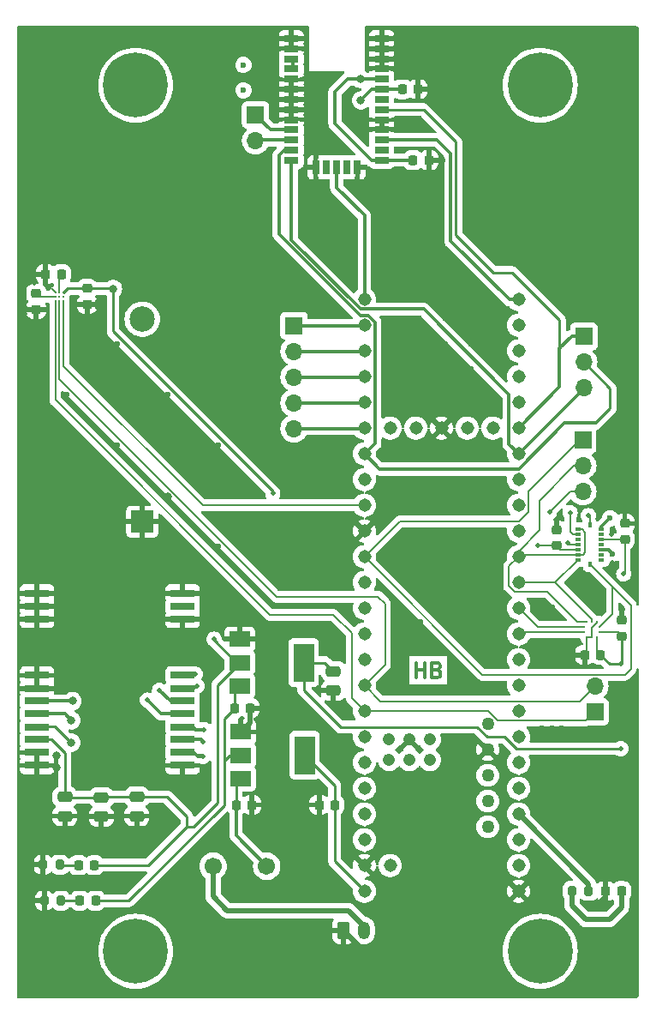
<source format=gbr>
%TF.GenerationSoftware,KiCad,Pcbnew,8.0.3*%
%TF.CreationDate,2024-06-26T01:00:05-05:00*%
%TF.ProjectId,APRL,4150524c-2e6b-4696-9361-645f70636258,rev?*%
%TF.SameCoordinates,Original*%
%TF.FileFunction,Copper,L1,Top*%
%TF.FilePolarity,Positive*%
%FSLAX46Y46*%
G04 Gerber Fmt 4.6, Leading zero omitted, Abs format (unit mm)*
G04 Created by KiCad (PCBNEW 8.0.3) date 2024-06-26 01:00:05*
%MOMM*%
%LPD*%
G01*
G04 APERTURE LIST*
G04 Aperture macros list*
%AMRoundRect*
0 Rectangle with rounded corners*
0 $1 Rounding radius*
0 $2 $3 $4 $5 $6 $7 $8 $9 X,Y pos of 4 corners*
0 Add a 4 corners polygon primitive as box body*
4,1,4,$2,$3,$4,$5,$6,$7,$8,$9,$2,$3,0*
0 Add four circle primitives for the rounded corners*
1,1,$1+$1,$2,$3*
1,1,$1+$1,$4,$5*
1,1,$1+$1,$6,$7*
1,1,$1+$1,$8,$9*
0 Add four rect primitives between the rounded corners*
20,1,$1+$1,$2,$3,$4,$5,0*
20,1,$1+$1,$4,$5,$6,$7,0*
20,1,$1+$1,$6,$7,$8,$9,0*
20,1,$1+$1,$8,$9,$2,$3,0*%
G04 Aperture macros list end*
%ADD10C,0.300000*%
%TA.AperFunction,NonConductor*%
%ADD11C,0.300000*%
%TD*%
%TA.AperFunction,SMDPad,CuDef*%
%ADD12R,1.446500X0.711200*%
%TD*%
%TA.AperFunction,SMDPad,CuDef*%
%ADD13R,0.711200X1.371498*%
%TD*%
%TA.AperFunction,SMDPad,CuDef*%
%ADD14R,0.279400X0.254000*%
%TD*%
%TA.AperFunction,SMDPad,CuDef*%
%ADD15R,0.254000X0.254000*%
%TD*%
%TA.AperFunction,SMDPad,CuDef*%
%ADD16R,0.590000X0.350000*%
%TD*%
%TA.AperFunction,SMDPad,CuDef*%
%ADD17R,0.350000X0.590000*%
%TD*%
%TA.AperFunction,SMDPad,CuDef*%
%ADD18R,2.400000X0.800000*%
%TD*%
%TA.AperFunction,SMDPad,CuDef*%
%ADD19R,2.400000X0.780000*%
%TD*%
%TA.AperFunction,SMDPad,CuDef*%
%ADD20R,2.400000X0.790000*%
%TD*%
%TA.AperFunction,SMDPad,CuDef*%
%ADD21R,2.000000X1.500000*%
%TD*%
%TA.AperFunction,SMDPad,CuDef*%
%ADD22R,2.000000X3.800000*%
%TD*%
%TA.AperFunction,SMDPad,CuDef*%
%ADD23RoundRect,0.225000X-0.250000X0.225000X-0.250000X-0.225000X0.250000X-0.225000X0.250000X0.225000X0*%
%TD*%
%TA.AperFunction,SMDPad,CuDef*%
%ADD24RoundRect,0.250000X-0.475000X0.250000X-0.475000X-0.250000X0.475000X-0.250000X0.475000X0.250000X0*%
%TD*%
%TA.AperFunction,ComponentPad*%
%ADD25RoundRect,0.250000X-0.350000X-0.625000X0.350000X-0.625000X0.350000X0.625000X-0.350000X0.625000X0*%
%TD*%
%TA.AperFunction,ComponentPad*%
%ADD26O,1.200000X1.750000*%
%TD*%
%TA.AperFunction,ComponentPad*%
%ADD27C,0.800000*%
%TD*%
%TA.AperFunction,ComponentPad*%
%ADD28C,6.400000*%
%TD*%
%TA.AperFunction,SMDPad,CuDef*%
%ADD29RoundRect,0.225000X0.250000X-0.225000X0.250000X0.225000X-0.250000X0.225000X-0.250000X-0.225000X0*%
%TD*%
%TA.AperFunction,SMDPad,CuDef*%
%ADD30RoundRect,0.200000X-0.200000X-0.275000X0.200000X-0.275000X0.200000X0.275000X-0.200000X0.275000X0*%
%TD*%
%TA.AperFunction,ComponentPad*%
%ADD31R,1.700000X1.700000*%
%TD*%
%TA.AperFunction,ComponentPad*%
%ADD32O,1.700000X1.700000*%
%TD*%
%TA.AperFunction,SMDPad,CuDef*%
%ADD33RoundRect,0.218750X-0.218750X-0.256250X0.218750X-0.256250X0.218750X0.256250X-0.218750X0.256250X0*%
%TD*%
%TA.AperFunction,SMDPad,CuDef*%
%ADD34C,0.228600*%
%TD*%
%TA.AperFunction,SMDPad,CuDef*%
%ADD35RoundRect,0.225000X-0.225000X-0.250000X0.225000X-0.250000X0.225000X0.250000X-0.225000X0.250000X0*%
%TD*%
%TA.AperFunction,SMDPad,CuDef*%
%ADD36RoundRect,0.225000X0.225000X0.250000X-0.225000X0.250000X-0.225000X-0.250000X0.225000X-0.250000X0*%
%TD*%
%TA.AperFunction,ComponentPad*%
%ADD37C,1.701800*%
%TD*%
%TA.AperFunction,SMDPad,CuDef*%
%ADD38RoundRect,0.200000X0.200000X0.275000X-0.200000X0.275000X-0.200000X-0.275000X0.200000X-0.275000X0*%
%TD*%
%TA.AperFunction,ComponentPad*%
%ADD39R,2.170000X2.170000*%
%TD*%
%TA.AperFunction,ComponentPad*%
%ADD40C,2.500000*%
%TD*%
%TA.AperFunction,ComponentPad*%
%ADD41C,1.308000*%
%TD*%
%TA.AperFunction,ComponentPad*%
%ADD42C,1.258000*%
%TD*%
%TA.AperFunction,ComponentPad*%
%ADD43C,1.208000*%
%TD*%
%TA.AperFunction,ViaPad*%
%ADD44C,0.600000*%
%TD*%
%TA.AperFunction,ViaPad*%
%ADD45C,0.500000*%
%TD*%
%TA.AperFunction,ViaPad*%
%ADD46C,0.800000*%
%TD*%
%TA.AperFunction,Conductor*%
%ADD47C,0.300000*%
%TD*%
%TA.AperFunction,Conductor*%
%ADD48C,0.500000*%
%TD*%
%TA.AperFunction,Conductor*%
%ADD49C,0.150000*%
%TD*%
%TA.AperFunction,Conductor*%
%ADD50C,0.250000*%
%TD*%
G04 APERTURE END LIST*
D10*
D11*
X154554510Y-113000828D02*
X154554510Y-111500828D01*
X154554510Y-112215114D02*
X155411653Y-112215114D01*
X155411653Y-113000828D02*
X155411653Y-111500828D01*
X156625939Y-112215114D02*
X156840225Y-112286542D01*
X156840225Y-112286542D02*
X156911654Y-112357971D01*
X156911654Y-112357971D02*
X156983082Y-112500828D01*
X156983082Y-112500828D02*
X156983082Y-112715114D01*
X156983082Y-112715114D02*
X156911654Y-112857971D01*
X156911654Y-112857971D02*
X156840225Y-112929400D01*
X156840225Y-112929400D02*
X156697368Y-113000828D01*
X156697368Y-113000828D02*
X156125939Y-113000828D01*
X156125939Y-113000828D02*
X156125939Y-111500828D01*
X156125939Y-111500828D02*
X156625939Y-111500828D01*
X156625939Y-111500828D02*
X156768797Y-111572257D01*
X156768797Y-111572257D02*
X156840225Y-111643685D01*
X156840225Y-111643685D02*
X156911654Y-111786542D01*
X156911654Y-111786542D02*
X156911654Y-111929400D01*
X156911654Y-111929400D02*
X156840225Y-112072257D01*
X156840225Y-112072257D02*
X156768797Y-112143685D01*
X156768797Y-112143685D02*
X156625939Y-112215114D01*
X156625939Y-112215114D02*
X156125939Y-112215114D01*
D12*
%TO.P,GPS1,1,VCC_IO*%
%TO.N,+3.3V*%
X151176750Y-61900001D03*
%TO.P,GPS1,2,Rerserved*%
%TO.N,unconnected-(GPS1-Rerserved-Pad2)*%
X151176750Y-60900000D03*
%TO.P,GPS1,3,CS*%
%TO.N,GPS_CS*%
X151176750Y-59900000D03*
%TO.P,GPS1,4,GND*%
%TO.N,GND*%
X151176750Y-58899999D03*
%TO.P,GPS1,5,GND*%
X151176750Y-57900001D03*
%TO.P,GPS1,6,SCK*%
%TO.N,SPI_SCK1*%
X151176750Y-56900001D03*
%TO.P,GPS1,7,EXTINT*%
%TO.N,unconnected-(GPS1-EXTINT-Pad7)*%
X151176750Y-55900000D03*
%TO.P,GPS1,8,V_BCKP*%
%TO.N,Net-(GPS1-V_BCKP)*%
X151176750Y-54899999D03*
%TO.P,GPS1,9,VCC*%
%TO.N,+3.3V*%
X151176750Y-53899999D03*
%TO.P,GPS1,10,GND*%
%TO.N,GND*%
X151176750Y-52900001D03*
%TO.P,GPS1,11,GND*%
X151176750Y-51900000D03*
%TO.P,GPS1,12,GND*%
X151176750Y-50900000D03*
%TO.P,GPS1,13,GND*%
X151176750Y-49899999D03*
%TO.P,GPS1,14,GND*%
X142223250Y-49899999D03*
%TO.P,GPS1,15,GND*%
X142223250Y-50900000D03*
%TO.P,GPS1,16,RF_OUT*%
%TO.N,Net-(GPS1-RF_IN)*%
X142223250Y-51900000D03*
%TO.P,GPS1,17,RF_IN*%
X142223250Y-52900001D03*
%TO.P,GPS1,18,GND*%
%TO.N,GND*%
X142223250Y-53899999D03*
%TO.P,GPS1,19,GND*%
X142223250Y-54899999D03*
%TO.P,GPS1,20,D_SEL*%
X142223250Y-55900000D03*
%TO.P,GPS1,21,GND*%
X142223250Y-56900001D03*
%TO.P,GPS1,22,GND*%
X142223250Y-57900001D03*
%TO.P,GPS1,23,RESET_N*%
%TO.N,Net-(GPS1-RESET_N)*%
X142223250Y-58899999D03*
%TO.P,GPS1,24,SAFEBOOT_N*%
%TO.N,Net-(GPS1-SAFEBOOT_N)*%
X142223250Y-59900000D03*
%TO.P,GPS1,25,MISO*%
%TO.N,SPI_MISO1*%
X142223250Y-60900000D03*
%TO.P,GPS1,26,MOSI*%
%TO.N,SPI_MOSI1*%
X142223250Y-61900001D03*
D13*
%TO.P,GPS1,27,GND*%
%TO.N,GND*%
X144699999Y-62614251D03*
%TO.P,GPS1,28,Reserved*%
%TO.N,unconnected-(GPS1-Reserved-Pad28)*%
X145699999Y-62614251D03*
%TO.P,GPS1,29,PPS*%
%TO.N,PPS*%
X146700000Y-62614251D03*
%TO.P,GPS1,30,LAN_EN*%
%TO.N,unconnected-(GPS1-LAN_EN-Pad30)*%
X147700001Y-62614251D03*
%TO.P,GPS1,31,GND*%
%TO.N,GND*%
X148700001Y-62614251D03*
%TD*%
D14*
%TO.P,Baro1,1,VDDIO*%
%TO.N,+3.3V*%
X172710301Y-108500000D03*
%TO.P,Baro1,2,SCK*%
%TO.N,SPI_SCK*%
X172710301Y-108000000D03*
D15*
%TO.P,Baro1,3,VSS*%
%TO.N,GND*%
X172449999Y-107476999D03*
%TO.P,Baro1,4,SDI*%
%TO.N,SPI_MOSI*%
X171950000Y-107476999D03*
%TO.P,Baro1,5,SDO*%
%TO.N,SPI_MISO*%
X171450001Y-107476999D03*
D14*
%TO.P,Baro1,6,CSB*%
%TO.N,CSB*%
X171189699Y-108000000D03*
%TO.P,Baro1,7,INT*%
%TO.N,INTB*%
X171189699Y-108500000D03*
D15*
%TO.P,Baro1,8,VSS*%
%TO.N,GND*%
X171450001Y-109023001D03*
%TO.P,Baro1,9,VSS*%
X171950000Y-109023001D03*
%TO.P,Baro1,10,VDD*%
%TO.N,+3.3V*%
X172449999Y-109023001D03*
%TD*%
D16*
%TO.P,IMU1,1,INT2*%
%TO.N,/IMU_INT2*%
X172902500Y-98350000D03*
%TO.P,IMU1,2,NC*%
%TO.N,GND*%
X172902500Y-98850000D03*
%TO.P,IMU1,3,VDD*%
%TO.N,+3.3V*%
X172902500Y-99350000D03*
%TO.P,IMU1,4,GNDA*%
%TO.N,GND*%
X172902500Y-99850000D03*
%TO.P,IMU1,5,CSB2*%
%TO.N,GYRO_CS*%
X172902500Y-100350000D03*
%TO.P,IMU1,6,GNDIO*%
%TO.N,GND*%
X172902500Y-100850000D03*
%TO.P,IMU1,7,PS*%
X172902500Y-101350000D03*
D17*
%TO.P,IMU1,8,SCL/SCK*%
%TO.N,SPI_SCK*%
X171737500Y-101765000D03*
D16*
%TO.P,IMU1,9,SDA/SDI*%
%TO.N,SPI_MOSI*%
X170572500Y-101350000D03*
%TO.P,IMU1,10,SDO2*%
%TO.N,SPI_MISO*%
X170572500Y-100850000D03*
%TO.P,IMU1,11,VDDIO*%
%TO.N,+3.3V*%
X170572500Y-100350000D03*
%TO.P,IMU1,12,INT3*%
%TO.N,Net-(IMU1-INT1)*%
X170572500Y-99850000D03*
%TO.P,IMU1,13,INT4*%
%TO.N,unconnected-(IMU1-INT4-Pad13)*%
X170572500Y-99350000D03*
%TO.P,IMU1,14,CSB1*%
%TO.N,ACCEL_CS*%
X170572500Y-98850000D03*
%TO.P,IMU1,15,SDO1*%
%TO.N,SPI_MISO*%
X170572500Y-98350000D03*
D17*
%TO.P,IMU1,16,INT1*%
%TO.N,Net-(IMU1-INT1)*%
X171737500Y-97935000D03*
%TD*%
D18*
%TO.P,Lora1,1,GND*%
%TO.N,GND*%
X117100000Y-104650000D03*
%TO.P,Lora1,2,GND*%
X117100000Y-105920000D03*
%TO.P,Lora1,3,GND*%
X117100000Y-107190000D03*
%TO.P,Lora1,4,GND*%
X117100000Y-112760000D03*
D19*
%TO.P,Lora1,5,GND*%
X117100000Y-114040000D03*
D18*
%TO.P,Lora1,6,RXEN*%
%TO.N,RXEN*%
X117100000Y-115300000D03*
%TO.P,Lora1,7,TXEN*%
%TO.N,TXEN*%
X117100000Y-116570000D03*
D20*
%TO.P,Lora1,8,DIO2*%
%TO.N,/DIO2*%
X117100000Y-117845000D03*
D18*
%TO.P,Lora1,9,VCC*%
%TO.N,+3.3V*%
X117100000Y-119110000D03*
%TO.P,Lora1,10,GND*%
%TO.N,GND*%
X117100000Y-120380000D03*
%TO.P,Lora1,11,GND*%
X117100000Y-121650000D03*
%TO.P,Lora1,12,GND*%
X131500000Y-121650000D03*
%TO.P,Lora1,13,DIO1*%
%TO.N,DIO1*%
X131500000Y-120380000D03*
%TO.P,Lora1,14,BUSY*%
%TO.N,BUSY*%
X131500000Y-119110000D03*
D20*
%TO.P,Lora1,15,NRST*%
%TO.N,NRST*%
X131500000Y-117845000D03*
D18*
%TO.P,Lora1,16,MISO*%
%TO.N,SPI_MISO1*%
X131500000Y-116570000D03*
%TO.P,Lora1,17,MOSI*%
%TO.N,SPI_MOSI1*%
X131500000Y-115300000D03*
D19*
%TO.P,Lora1,18,SCK*%
%TO.N,SPI_SCK1*%
X131500000Y-114040000D03*
D18*
%TO.P,Lora1,19,NSS*%
%TO.N,NSS*%
X131500000Y-112760000D03*
%TO.P,Lora1,20,GND*%
%TO.N,GND*%
X131500000Y-107190000D03*
%TO.P,Lora1,21,ANT*%
%TO.N,unconnected-(Lora1-ANT-Pad21)*%
X131500000Y-105920000D03*
%TO.P,Lora1,22,GND*%
%TO.N,GND*%
X131500000Y-104650000D03*
%TD*%
D21*
%TO.P,3.3V1,1,GND*%
%TO.N,GND*%
X137150000Y-109200000D03*
%TO.P,3.3V1,2,VO*%
%TO.N,+3.3V*%
X137150000Y-111500000D03*
D22*
X143450000Y-111500000D03*
D21*
%TO.P,3.3V1,3,VI*%
%TO.N,+5V*%
X137150000Y-113800000D03*
%TD*%
D23*
%TO.P,C14,1*%
%TO.N,+3.3V*%
X117000000Y-75075050D03*
%TO.P,C14,2*%
%TO.N,GND*%
X117000000Y-76625050D03*
%TD*%
D24*
%TO.P,C4,1*%
%TO.N,+3.3V*%
X119850000Y-124750000D03*
%TO.P,C4,2*%
%TO.N,GND*%
X119850000Y-126650000D03*
%TD*%
D25*
%TO.P,BT1,1,+*%
%TO.N,GND*%
X147400000Y-137950000D03*
D26*
%TO.P,BT1,2,-*%
%TO.N,Net-(BT1--)*%
X149400000Y-137950000D03*
%TD*%
D23*
%TO.P,C13,1*%
%TO.N,+3.3V*%
X122050000Y-74575050D03*
%TO.P,C13,2*%
%TO.N,GND*%
X122050000Y-76125050D03*
%TD*%
D24*
%TO.P,C3,1*%
%TO.N,+3.3V*%
X123450000Y-124800000D03*
%TO.P,C3,2*%
%TO.N,GND*%
X123450000Y-126700000D03*
%TD*%
D21*
%TO.P,5V1,1,GND*%
%TO.N,GND*%
X137250000Y-118350000D03*
%TO.P,5V1,2,VO*%
%TO.N,+5V*%
X137250000Y-120650000D03*
D22*
X143550000Y-120650000D03*
D21*
%TO.P,5V1,3,VI*%
%TO.N,Net-(5V1-VI)*%
X137250000Y-122950000D03*
%TD*%
D27*
%TO.P,REF\u002A\u002A,1*%
%TO.N,N/C*%
X124450000Y-54500000D03*
X125152944Y-52802944D03*
X125152944Y-56197056D03*
X126850000Y-52100000D03*
D28*
X126850000Y-54500000D03*
D27*
X126850000Y-56900000D03*
X128547056Y-52802944D03*
X128547056Y-56197056D03*
X129250000Y-54500000D03*
%TD*%
D29*
%TO.P,C6,1*%
%TO.N,+3.3V*%
X174900000Y-108875000D03*
%TO.P,C6,2*%
%TO.N,GND*%
X174900000Y-107325000D03*
%TD*%
D30*
%TO.P,R3,1*%
%TO.N,Net-(D3-A)*%
X169975000Y-134050000D03*
%TO.P,R3,2*%
%TO.N,Net-(MCU1-OUT2)*%
X171625000Y-134050000D03*
%TD*%
%TO.P,R2,1*%
%TO.N,GND*%
X117700000Y-131450000D03*
%TO.P,R2,2*%
%TO.N,Net-(D2-K)*%
X119350000Y-131450000D03*
%TD*%
D29*
%TO.P,C2,1*%
%TO.N,+3.3V*%
X168450000Y-99975000D03*
%TO.P,C2,2*%
%TO.N,GND*%
X168450000Y-98425000D03*
%TD*%
D31*
%TO.P,J1,1,Pin_1*%
%TO.N,Net-(GPS1-RESET_N)*%
X138700000Y-57425000D03*
D32*
%TO.P,J1,2,Pin_2*%
%TO.N,Net-(GPS1-SAFEBOOT_N)*%
X138700000Y-59965000D03*
%TD*%
D31*
%TO.P,SPI_1,1,Pin_1*%
%TO.N,SPI_SCK1*%
X171150000Y-79300000D03*
D32*
%TO.P,SPI_1,2,Pin_2*%
%TO.N,SPI_MISO1*%
X171150000Y-81840000D03*
%TO.P,SPI_1,3,Pin_3*%
%TO.N,SPI_MOSI1*%
X171150000Y-84380000D03*
%TD*%
D33*
%TO.P,D3,1,K*%
%TO.N,GND*%
X173300000Y-134050000D03*
%TO.P,D3,2,A*%
%TO.N,Net-(D3-A)*%
X174875000Y-134050000D03*
%TD*%
D27*
%TO.P,REF\u002A\u002A,1*%
%TO.N,N/C*%
X124450000Y-140000000D03*
X125152944Y-138302944D03*
X125152944Y-141697056D03*
X126850000Y-137600000D03*
D28*
X126850000Y-140000000D03*
D27*
X126850000Y-142400000D03*
X128547056Y-138302944D03*
X128547056Y-141697056D03*
X129250000Y-140000000D03*
%TD*%
D34*
%TO.P,Mag1,A1,INT*%
%TO.N,MAG_INT*%
X119700000Y-75800050D03*
%TO.P,Mag1,A2,SDA*%
%TO.N,SDA*%
X119299950Y-75800050D03*
%TO.P,Mag1,A3,SCK*%
%TO.N,SCL*%
X118899900Y-75800050D03*
%TO.P,Mag1,B1,GND*%
%TO.N,GND*%
X119700000Y-75400000D03*
%TO.P,Mag1,B2,ADSEL*%
X119299950Y-75400000D03*
%TO.P,Mag1,B3,VDDIO*%
%TO.N,+3.3V*%
X118899900Y-75400000D03*
%TO.P,Mag1,C1,VDD*%
X119700000Y-74999950D03*
%TO.P,Mag1,C2,CRST*%
%TO.N,Net-(Mag1-CRST)*%
X119299950Y-74999950D03*
%TO.P,Mag1,C3,BYPASS*%
%TO.N,GND*%
X118899900Y-74999950D03*
%TD*%
D27*
%TO.P,REF\u002A\u002A,1*%
%TO.N,N/C*%
X164450000Y-54500000D03*
X165152944Y-52802944D03*
X165152944Y-56197056D03*
X166850000Y-52100000D03*
D28*
X166850000Y-54500000D03*
D27*
X166850000Y-56900000D03*
X168547056Y-52802944D03*
X168547056Y-56197056D03*
X169250000Y-54500000D03*
%TD*%
D24*
%TO.P,C1,1*%
%TO.N,+3.3V*%
X126950000Y-124750000D03*
%TO.P,C1,2*%
%TO.N,GND*%
X126950000Y-126650000D03*
%TD*%
D35*
%TO.P,C16,1*%
%TO.N,Net-(GPS1-V_BCKP)*%
X153200000Y-54900000D03*
%TO.P,C16,2*%
%TO.N,GND*%
X154750000Y-54900000D03*
%TD*%
D27*
%TO.P,REF\u002A\u002A,1*%
%TO.N,N/C*%
X164450000Y-140000000D03*
X165152944Y-138302944D03*
X165152944Y-141697056D03*
X166850000Y-137600000D03*
D28*
X166850000Y-140000000D03*
D27*
X166850000Y-142400000D03*
X168547056Y-138302944D03*
X168547056Y-141697056D03*
X169250000Y-140000000D03*
%TD*%
D36*
%TO.P,C12,1*%
%TO.N,Net-(Mag1-CRST)*%
X119500000Y-73150050D03*
%TO.P,C12,2*%
%TO.N,GND*%
X117950000Y-73150050D03*
%TD*%
D23*
%TO.P,C5,1*%
%TO.N,GND*%
X175200000Y-97775000D03*
%TO.P,C5,2*%
%TO.N,+3.3V*%
X175200000Y-99325000D03*
%TD*%
D31*
%TO.P,J2,1,Pin_1*%
%TO.N,34*%
X142500000Y-78240000D03*
D32*
%TO.P,J2,2,Pin_2*%
%TO.N,35*%
X142500000Y-80780000D03*
%TO.P,J2,3,Pin_3*%
%TO.N,36*%
X142500000Y-83320000D03*
%TO.P,J2,4,Pin_4*%
%TO.N,37*%
X142500000Y-85860000D03*
%TO.P,J2,5,Pin_5*%
%TO.N,38*%
X142500000Y-88400000D03*
%TD*%
D24*
%TO.P,C11,1*%
%TO.N,+3.3V*%
X146400000Y-112350000D03*
%TO.P,C11,2*%
%TO.N,GND*%
X146400000Y-114250000D03*
%TD*%
D35*
%TO.P,C15,1*%
%TO.N,+3.3V*%
X154275000Y-61900000D03*
%TO.P,C15,2*%
%TO.N,GND*%
X155825000Y-61900000D03*
%TD*%
D37*
%TO.P,U1,1,1*%
%TO.N,Net-(BT1--)*%
X134500000Y-131600000D03*
%TO.P,U1,6,6*%
%TO.N,Net-(5V1-VI)*%
X139800000Y-131600000D03*
%TD*%
D33*
%TO.P,D2,1,K*%
%TO.N,Net-(D2-K)*%
X121187500Y-131500000D03*
%TO.P,D2,2,A*%
%TO.N,+3.3V*%
X122762500Y-131500000D03*
%TD*%
D35*
%TO.P,C8,1*%
%TO.N,Net-(5V1-VI)*%
X136775000Y-125550000D03*
%TO.P,C8,2*%
%TO.N,GND*%
X138325000Y-125550000D03*
%TD*%
D33*
%TO.P,D1,1,K*%
%TO.N,Net-(D1-K)*%
X121312500Y-135000000D03*
%TO.P,D1,2,A*%
%TO.N,+5V*%
X122887500Y-135000000D03*
%TD*%
D36*
%TO.P,C9,1*%
%TO.N,+5V*%
X146525000Y-125550000D03*
%TO.P,C9,2*%
%TO.N,GND*%
X144975000Y-125550000D03*
%TD*%
D35*
%TO.P,C10,1*%
%TO.N,+5V*%
X136600000Y-116000000D03*
%TO.P,C10,2*%
%TO.N,GND*%
X138150000Y-116000000D03*
%TD*%
D38*
%TO.P,R1,1*%
%TO.N,Net-(D1-K)*%
X119450000Y-135000000D03*
%TO.P,R1,2*%
%TO.N,GND*%
X117800000Y-135000000D03*
%TD*%
D39*
%TO.P,BAT1,Neg*%
%TO.N,GND*%
X127500000Y-97600000D03*
D40*
%TO.P,BAT1,Pos*%
%TO.N,Net-(GPS1-V_BCKP)*%
X127500000Y-77600000D03*
%TD*%
D36*
%TO.P,C7,1*%
%TO.N,+3.3V*%
X172800000Y-110750000D03*
%TO.P,C7,2*%
%TO.N,GND*%
X171250000Y-110750000D03*
%TD*%
D31*
%TO.P,SPI1,1,Pin_1*%
%TO.N,SPI_SCK*%
X171050000Y-89525000D03*
D32*
%TO.P,SPI1,2,Pin_2*%
%TO.N,SPI_MISO*%
X171050000Y-92065000D03*
%TO.P,SPI1,3,Pin_3*%
%TO.N,SPI_MOSI*%
X171050000Y-94605000D03*
%TD*%
D41*
%TO.P,MCU1,0,RX1*%
%TO.N,unconnected-(MCU1-RX1-Pad0)*%
X164700000Y-131530000D03*
%TO.P,MCU1,1,TX1*%
%TO.N,unconnected-(MCU1-TX1-Pad1)*%
X164700000Y-128990000D03*
%TO.P,MCU1,2,OUT2*%
%TO.N,Net-(MCU1-OUT2)*%
X164700000Y-126450000D03*
%TO.P,MCU1,3,LRCLK2*%
%TO.N,unconnected-(MCU1-LRCLK2-Pad3)*%
X164700000Y-123910000D03*
%TO.P,MCU1,3.3V_1,3.3V*%
%TO.N,+3.3V*%
X164700000Y-98510000D03*
%TO.P,MCU1,3.3V_2,3.3V__1*%
X149460000Y-128990000D03*
%TO.P,MCU1,3.3V_3,3.3V__2*%
X159620000Y-88350000D03*
%TO.P,MCU1,4,BCLK2*%
%TO.N,unconnected-(MCU1-BCLK2-Pad4)*%
X164700000Y-121370000D03*
%TO.P,MCU1,5,IN2*%
%TO.N,5*%
X164700000Y-118830000D03*
D42*
%TO.P,MCU1,5V,5V*%
%TO.N,unconnected-(MCU1-Pad5V)*%
X161650000Y-127720000D03*
D41*
%TO.P,MCU1,6,OUT1D*%
%TO.N,unconnected-(MCU1-OUT1D-Pad6)*%
X164700000Y-116290000D03*
%TO.P,MCU1,7,RX2*%
%TO.N,unconnected-(MCU1-RX2-Pad7)*%
X164700000Y-113750000D03*
%TO.P,MCU1,8,TX2*%
%TO.N,unconnected-(MCU1-TX2-Pad8)*%
X164700000Y-111210000D03*
%TO.P,MCU1,9,OUT1C*%
%TO.N,INTB*%
X164700000Y-108670000D03*
%TO.P,MCU1,10,CS1*%
%TO.N,CSB*%
X164700000Y-106130000D03*
%TO.P,MCU1,11,MOSI*%
%TO.N,SPI_MOSI*%
X164700000Y-103590000D03*
%TO.P,MCU1,12,MISO*%
%TO.N,SPI_MISO*%
X164700000Y-101050000D03*
%TO.P,MCU1,13,SCK*%
%TO.N,SPI_SCK*%
X149460000Y-101050000D03*
%TO.P,MCU1,14,A0*%
%TO.N,NSS*%
X149460000Y-103590000D03*
%TO.P,MCU1,15,A1*%
%TO.N,NRST*%
X149460000Y-106130000D03*
%TO.P,MCU1,16,A2*%
%TO.N,BUSY*%
X149460000Y-108670000D03*
%TO.P,MCU1,17,A3*%
%TO.N,DIO1*%
X149460000Y-111210000D03*
%TO.P,MCU1,18,A4*%
%TO.N,SDA*%
X149460000Y-113750000D03*
%TO.P,MCU1,19,A5*%
%TO.N,SCL*%
X149460000Y-116290000D03*
%TO.P,MCU1,20,A6*%
%TO.N,RXEN*%
X149460000Y-118830000D03*
%TO.P,MCU1,21,A7*%
%TO.N,TXEN*%
X149460000Y-121370000D03*
%TO.P,MCU1,22,A8*%
%TO.N,unconnected-(MCU1-A8-Pad22)*%
X149460000Y-123910000D03*
%TO.P,MCU1,23,A9*%
%TO.N,/DIO2*%
X149460000Y-126450000D03*
%TO.P,MCU1,24,A10*%
%TO.N,unconnected-(MCU1-A10-Pad24)*%
X164700000Y-95970000D03*
%TO.P,MCU1,25,A11*%
%TO.N,unconnected-(MCU1-A11-Pad25)*%
X164700000Y-93430000D03*
%TO.P,MCU1,26,A12*%
%TO.N,SPI_MOSI1*%
X164700000Y-90890000D03*
%TO.P,MCU1,27,A13*%
%TO.N,SPI_SCK1*%
X164700000Y-88350000D03*
%TO.P,MCU1,28,RX7*%
%TO.N,unconnected-(MCU1-RX7-Pad28)*%
X164700000Y-85810000D03*
%TO.P,MCU1,29,TX7*%
%TO.N,/IMU_INT2*%
X164700000Y-83270000D03*
%TO.P,MCU1,30,CRX3*%
%TO.N,ACCEL_CS*%
X164700000Y-80730000D03*
%TO.P,MCU1,31,CTX3*%
%TO.N,GYRO_CS*%
X164700000Y-78190000D03*
%TO.P,MCU1,32,OUT1B*%
%TO.N,GPS_CS*%
X164700000Y-75650000D03*
%TO.P,MCU1,33,MCLK2*%
%TO.N,PPS*%
X149460000Y-75650000D03*
%TO.P,MCU1,34,RX8*%
%TO.N,34*%
X149460000Y-78190000D03*
%TO.P,MCU1,35,TX8*%
%TO.N,35*%
X149460000Y-80730000D03*
%TO.P,MCU1,36,CS2*%
%TO.N,36*%
X149460000Y-83270000D03*
%TO.P,MCU1,37,CS3*%
%TO.N,37*%
X149460000Y-85810000D03*
%TO.P,MCU1,38,A14*%
%TO.N,38*%
X149460000Y-88350000D03*
%TO.P,MCU1,39,A15*%
%TO.N,SPI_MISO1*%
X149460000Y-90890000D03*
%TO.P,MCU1,40,A16*%
%TO.N,unconnected-(MCU1-A16-Pad40)*%
X149460000Y-93430000D03*
%TO.P,MCU1,41,A17*%
%TO.N,MAG_INT*%
X149460000Y-95970000D03*
D42*
%TO.P,MCU1,D+,D+*%
%TO.N,unconnected-(MCU1-PadD+)*%
X161650000Y-122640000D03*
%TO.P,MCU1,D-,D-*%
%TO.N,unconnected-(MCU1-PadD-)*%
X161650000Y-125180000D03*
D41*
%TO.P,MCU1,GND1,GND*%
%TO.N,GND*%
X164700000Y-134070000D03*
%TO.P,MCU1,GND2,GND__1*%
X149460000Y-98510000D03*
%TO.P,MCU1,GND3,GND__2*%
X149460000Y-131530000D03*
%TO.P,MCU1,GND4,GND__3*%
X157080000Y-88350000D03*
D43*
%TO.P,MCU1,GND5,GND__4*%
X153910000Y-119100000D03*
%TO.P,MCU1,LED,LED*%
%TO.N,unconnected-(MCU1-PadLED)*%
X153910000Y-121100000D03*
D41*
%TO.P,MCU1,ON/OFF,ON/OFF*%
%TO.N,unconnected-(MCU1-PadON{slash}OFF)*%
X152000000Y-88350000D03*
%TO.P,MCU1,PROGRAM,PROGRAM*%
%TO.N,unconnected-(MCU1-PadPROGRAM)*%
X154540000Y-88350000D03*
D43*
%TO.P,MCU1,R+,R+*%
%TO.N,unconnected-(MCU1-PadR+)*%
X151910000Y-121100000D03*
%TO.P,MCU1,R-,R-*%
%TO.N,unconnected-(MCU1-PadR-)*%
X151910000Y-119100000D03*
%TO.P,MCU1,T+,T+*%
%TO.N,unconnected-(MCU1-PadT+)*%
X155910000Y-119100000D03*
%TO.P,MCU1,T-,T-*%
%TO.N,unconnected-(MCU1-PadT-)*%
X155910000Y-121100000D03*
D42*
%TO.P,MCU1,USB_GND1,USB_GND*%
%TO.N,GND*%
X161650000Y-120100000D03*
%TO.P,MCU1,USB_GND2,USB_GND__1*%
X161650000Y-117560000D03*
D41*
%TO.P,MCU1,VBAT,VBAT*%
%TO.N,unconnected-(MCU1-PadVBAT)*%
X162160000Y-88350000D03*
%TO.P,MCU1,VIN,VIN*%
%TO.N,+5V*%
X149460000Y-134070000D03*
%TO.P,MCU1,VUSB,VUSB*%
%TO.N,unconnected-(MCU1-PadVUSB)*%
X152000000Y-131530000D03*
%TD*%
D31*
%TO.P,I2C1,1,Pin_1*%
%TO.N,SCL*%
X172250000Y-116350000D03*
D32*
%TO.P,I2C1,2,Pin_2*%
%TO.N,SDA*%
X172250000Y-113810000D03*
%TD*%
D44*
%TO.N,*%
X137500000Y-55000000D03*
X137500000Y-52500000D03*
D45*
%TO.N,GND*%
X145000000Y-134000000D03*
D44*
X132500000Y-50000000D03*
D45*
X143000000Y-99900000D03*
D46*
X143500000Y-130000000D03*
D44*
X116675000Y-135000000D03*
D46*
X140250000Y-128500000D03*
D44*
X119800000Y-105950000D03*
X122500000Y-110000000D03*
X120000000Y-90000000D03*
X152500000Y-67500000D03*
X152500000Y-140000000D03*
D46*
X128650000Y-126650000D03*
D44*
X125000000Y-107500000D03*
D46*
X135000000Y-128500000D03*
D44*
X174000000Y-69000000D03*
X122500000Y-107500000D03*
X174000000Y-62000000D03*
X167000000Y-119000000D03*
D45*
X116800000Y-73300000D03*
D44*
X135000000Y-90000000D03*
X152500000Y-80000000D03*
X162500000Y-140000000D03*
X155000000Y-95000000D03*
X132500000Y-62500000D03*
D45*
X137800000Y-134000000D03*
D44*
X175000000Y-122500000D03*
D45*
X147100000Y-102100000D03*
D44*
X157500000Y-82500000D03*
X157500000Y-50000000D03*
D45*
X162000000Y-63000000D03*
D44*
X135000000Y-50000000D03*
D46*
X125300000Y-126650000D03*
D44*
X133200000Y-104700000D03*
X173000000Y-71000000D03*
D46*
X169650000Y-110800000D03*
D44*
X140750000Y-52000000D03*
D45*
X144250000Y-138000000D03*
D46*
X142000000Y-128500000D03*
D45*
X162000000Y-69000000D03*
D44*
X139550000Y-116000000D03*
D45*
X141100000Y-97900000D03*
D44*
X174000000Y-68000000D03*
X172500000Y-122500000D03*
X155000000Y-127500000D03*
X139200000Y-109300000D03*
D45*
X173900000Y-98800000D03*
D44*
X117500000Y-140000000D03*
X156100000Y-54900000D03*
X160000000Y-105000000D03*
X120000000Y-112900000D03*
X140750000Y-53000000D03*
D45*
X164000000Y-61000000D03*
D44*
X168000000Y-110000000D03*
D45*
X162000000Y-64000000D03*
D44*
X137500000Y-50000000D03*
D45*
X147000000Y-135000000D03*
D44*
X168500000Y-97500000D03*
D46*
X160000000Y-142500000D03*
D44*
X155000000Y-105000000D03*
D45*
X145100000Y-102100000D03*
X166000000Y-61000000D03*
X141000000Y-134000000D03*
D44*
X155000000Y-125000000D03*
X157500000Y-130000000D03*
X140750000Y-50000000D03*
D45*
X170000000Y-61000000D03*
D44*
X125000000Y-117500000D03*
D45*
X163000000Y-71000000D03*
X133000000Y-138000000D03*
X174950000Y-106250000D03*
D44*
X170000000Y-104000000D03*
D45*
X141000000Y-138000000D03*
D44*
X119050000Y-104700000D03*
X135000000Y-67500000D03*
X167000000Y-106000000D03*
X157500000Y-77500000D03*
X125000000Y-105000000D03*
X125000000Y-115000000D03*
X133200000Y-107250000D03*
X119950000Y-114050000D03*
D45*
X144250000Y-139000000D03*
X116800000Y-72600000D03*
D44*
X152550000Y-49850000D03*
X132500000Y-55000000D03*
D45*
X123100000Y-76500000D03*
D44*
X167000000Y-107000000D03*
X172500000Y-127500000D03*
D45*
X167000000Y-61000000D03*
X166000000Y-71000000D03*
D44*
X160000000Y-107500000D03*
D45*
X145100000Y-100000000D03*
D44*
X172500000Y-125000000D03*
D46*
X118150000Y-126550000D03*
D45*
X139400000Y-138000000D03*
X174000000Y-61000000D03*
X134700000Y-138000000D03*
D44*
X119750000Y-107250000D03*
X157500000Y-127500000D03*
X157500000Y-55000000D03*
D45*
X169000000Y-71000000D03*
D44*
X160000000Y-82500000D03*
D45*
X136200000Y-138000000D03*
D44*
X155000000Y-100000000D03*
D45*
X162000000Y-70000000D03*
D44*
X125000000Y-90000000D03*
D45*
X141000000Y-99900000D03*
X162000000Y-65000000D03*
D44*
X169000000Y-118000000D03*
X171000000Y-71000000D03*
X174000000Y-71000000D03*
D45*
X168000000Y-71000000D03*
X123100000Y-75800000D03*
X144250000Y-141000000D03*
D44*
X135000000Y-85000000D03*
X148750000Y-63800000D03*
X125000000Y-85000000D03*
D46*
X145000000Y-128500000D03*
D45*
X116800000Y-74000000D03*
D44*
X160000000Y-95000000D03*
D45*
X144000000Y-134000000D03*
D46*
X143650000Y-125650000D03*
X143500000Y-128500000D03*
X130000000Y-95100000D03*
D44*
X147300000Y-116150000D03*
X140800000Y-53950000D03*
D45*
X162000000Y-66000000D03*
X147000000Y-134000000D03*
D46*
X145000000Y-130000000D03*
D44*
X160000000Y-140000000D03*
D45*
X115900000Y-77100000D03*
D44*
X167500000Y-125000000D03*
D45*
X137750000Y-138000000D03*
D44*
X157500000Y-52500000D03*
X168000000Y-107000000D03*
X121000000Y-130000000D03*
D45*
X143000000Y-98000000D03*
X163000000Y-61000000D03*
D44*
X125000000Y-110000000D03*
D45*
X171000000Y-61000000D03*
X175200000Y-96600000D03*
D46*
X138500000Y-128500000D03*
D44*
X155000000Y-107500000D03*
X122500000Y-140000000D03*
D46*
X124900000Y-98100000D03*
D44*
X160000000Y-80000000D03*
D45*
X132900000Y-134000000D03*
D44*
X160000000Y-77500000D03*
D45*
X141000000Y-102100000D03*
D44*
X137500000Y-100000000D03*
X168000000Y-111000000D03*
D46*
X119050000Y-120700000D03*
D44*
X160000000Y-55000000D03*
X123000000Y-130000000D03*
D45*
X165000000Y-61000000D03*
D44*
X152500000Y-82500000D03*
D45*
X146000000Y-134000000D03*
X139400000Y-134000000D03*
D44*
X125000000Y-80000000D03*
X170000000Y-71000000D03*
X174000000Y-66000000D03*
X132500000Y-67500000D03*
X157500000Y-140000000D03*
D45*
X144000000Y-135000000D03*
D44*
X131300000Y-122900000D03*
X127000000Y-130000000D03*
X167000000Y-118000000D03*
D45*
X162000000Y-61000000D03*
D44*
X168000000Y-119000000D03*
X134000000Y-107300000D03*
D45*
X142500000Y-138000000D03*
D44*
X167000000Y-111000000D03*
X139500000Y-50000000D03*
X134000000Y-104700000D03*
D45*
X168000000Y-61000000D03*
D46*
X124900000Y-95000000D03*
D44*
X174000000Y-64000000D03*
D45*
X143000000Y-102100000D03*
D44*
X119150000Y-112850000D03*
X120000000Y-95000000D03*
X130000000Y-85000000D03*
D46*
X157500000Y-142500000D03*
D44*
X119850000Y-104700000D03*
D45*
X172000000Y-61000000D03*
D44*
X125000000Y-130000000D03*
X172000000Y-71000000D03*
X152550000Y-50850000D03*
D45*
X145100000Y-98000000D03*
X146000000Y-135000000D03*
D44*
X160000000Y-52500000D03*
X152550000Y-52950000D03*
X140800000Y-54900000D03*
X170000000Y-127500000D03*
X144700000Y-63850000D03*
X135000000Y-55000000D03*
X167500000Y-127500000D03*
X139500000Y-52500000D03*
D45*
X144250000Y-140000000D03*
X174000000Y-101600000D03*
D44*
X122500000Y-112500000D03*
X175000000Y-125000000D03*
X152500000Y-70000000D03*
X119000000Y-107250000D03*
X135000000Y-100000000D03*
X175000000Y-130000000D03*
D45*
X162000000Y-67000000D03*
D44*
X135000000Y-52500000D03*
X140750000Y-51000000D03*
X119100000Y-106000000D03*
X172850000Y-135200000D03*
D45*
X147100000Y-100100000D03*
D44*
X168000000Y-118000000D03*
X155000000Y-130000000D03*
X116675000Y-131500000D03*
D45*
X164000000Y-71000000D03*
X173000000Y-61000000D03*
D44*
X160000000Y-57500000D03*
D46*
X119050000Y-121850000D03*
D45*
X167000000Y-71000000D03*
D44*
X132500000Y-52500000D03*
X157500000Y-57500000D03*
X120000000Y-140000000D03*
D45*
X115900000Y-76400000D03*
X147100000Y-98100000D03*
X162000000Y-68000000D03*
X169000000Y-61000000D03*
D46*
X121750000Y-126650000D03*
D45*
X145000000Y-135000000D03*
X174000000Y-102300000D03*
D44*
X167500000Y-122500000D03*
X122500000Y-115000000D03*
X170000000Y-125000000D03*
X157200000Y-61950000D03*
X125000000Y-112500000D03*
D45*
X162000000Y-62000000D03*
D44*
X157500000Y-125000000D03*
X160000000Y-50000000D03*
X122500000Y-105000000D03*
X130000000Y-90000000D03*
D45*
X136100000Y-134000000D03*
D44*
X170000000Y-122500000D03*
X155000000Y-50000000D03*
X119200000Y-114050000D03*
X152500000Y-65000000D03*
X152550000Y-51850000D03*
X119000000Y-130000000D03*
X120000000Y-85000000D03*
X175000000Y-127500000D03*
X172500000Y-130000000D03*
D46*
X155000000Y-142500000D03*
D44*
X174000000Y-67000000D03*
X135000000Y-62500000D03*
X135000000Y-80000000D03*
D45*
X165000000Y-71000000D03*
D44*
X174000000Y-63000000D03*
X174000000Y-70000000D03*
X167000000Y-110000000D03*
X157500000Y-80000000D03*
D46*
X139750000Y-125600000D03*
D44*
X169000000Y-119000000D03*
D45*
X162000000Y-71000000D03*
D44*
X174000000Y-65000000D03*
X168000000Y-106000000D03*
X127500000Y-117500000D03*
X160000000Y-102500000D03*
D46*
X162500000Y-142500000D03*
D44*
X152500000Y-77500000D03*
D45*
X142500000Y-134000000D03*
D44*
X155000000Y-140000000D03*
X130000000Y-80000000D03*
D46*
%TO.N,+3.3V*%
X124600000Y-74600000D03*
X149100000Y-53900000D03*
D45*
X175100000Y-102750000D03*
X174800000Y-111650000D03*
X174800000Y-120000000D03*
X166600000Y-99950000D03*
X140400000Y-94800000D03*
X134600000Y-109200000D03*
D46*
%TO.N,Net-(GPS1-V_BCKP)*%
X149100000Y-56000000D03*
D45*
%TO.N,SPI_SCK1*%
X132900000Y-113800000D03*
%TO.N,SPI_MISO1*%
X128000000Y-115200000D03*
%TO.N,SPI_MOSI1*%
X129200000Y-114250000D03*
D46*
%TO.N,/DIO2*%
X120500000Y-119400000D03*
%TO.N,RXEN*%
X120600000Y-115300000D03*
D45*
%TO.N,NSS*%
X132750000Y-112650000D03*
D46*
%TO.N,TXEN*%
X120500000Y-117200000D03*
D45*
%TO.N,DIO1*%
X133500000Y-120750000D03*
%TO.N,BUSY*%
X133500000Y-119300000D03*
%TO.N,NRST*%
X133600000Y-118100000D03*
%TO.N,SPI_MOSI*%
X167750000Y-96650000D03*
%TO.N,Net-(IMU1-INT1)*%
X171600000Y-97000000D03*
X169600000Y-99700000D03*
D44*
%TO.N,/IMU_INT2*%
X173750000Y-97250000D03*
D45*
%TO.N,ACCEL_CS*%
X169800000Y-96700000D03*
D44*
%TO.N,GYRO_CS*%
X174000000Y-100750000D03*
%TD*%
D47*
%TO.N,GND*%
X148700001Y-62614251D02*
X148700001Y-63750001D01*
D48*
X172850000Y-135050000D02*
X173100000Y-134800000D01*
D49*
X171450001Y-110549999D02*
X171250000Y-110750000D01*
D48*
X147400000Y-137950000D02*
X149450000Y-140000000D01*
D47*
X122050000Y-76125050D02*
X122774950Y-76125050D01*
X122774950Y-76125050D02*
X123100000Y-75800000D01*
D49*
X117950000Y-74050050D02*
X118899900Y-74999950D01*
D48*
X138150000Y-116000000D02*
X138150000Y-117450000D01*
D47*
X148700001Y-63750001D02*
X148750000Y-63800000D01*
D48*
X149450000Y-140000000D02*
X152500000Y-140000000D01*
D49*
X116949950Y-73150050D02*
X116800000Y-73300000D01*
D47*
X146400000Y-114250000D02*
X146400000Y-115250000D01*
D49*
X171450001Y-109023001D02*
X171450001Y-110549999D01*
X172449999Y-107550001D02*
X171950000Y-108050000D01*
D48*
X138150000Y-117450000D02*
X137250000Y-118350000D01*
D49*
X117950000Y-73150050D02*
X117950000Y-74050050D01*
X171950000Y-108050000D02*
X171950000Y-109023001D01*
D47*
X168500000Y-97500000D02*
X168450000Y-97550000D01*
X146400000Y-115250000D02*
X147300000Y-116150000D01*
X116125050Y-76625050D02*
X115900000Y-76400000D01*
D49*
X172449999Y-107476999D02*
X172449999Y-107550001D01*
D47*
X168450000Y-98425000D02*
X168500000Y-97500000D01*
D49*
X171450001Y-109023001D02*
X171950000Y-109023001D01*
X117950000Y-73150050D02*
X116949950Y-73150050D01*
D48*
X172850000Y-135050000D02*
X173300000Y-134600000D01*
D47*
X117000000Y-76625050D02*
X116125050Y-76625050D01*
D48*
X173300000Y-134600000D02*
X173300000Y-134050000D01*
X172850000Y-135200000D02*
X172850000Y-135050000D01*
D49*
%TO.N,+3.3V*%
X175100000Y-102700000D02*
X175100000Y-102750000D01*
D50*
X123500000Y-124750000D02*
X123450000Y-124800000D01*
X137150000Y-111500000D02*
X136836827Y-111500000D01*
D47*
X122074950Y-74600000D02*
X122050000Y-74575050D01*
D49*
X175050000Y-102750000D02*
X175050000Y-102750000D01*
D50*
X143450000Y-114204516D02*
X147096484Y-117851000D01*
D47*
X154275000Y-61900000D02*
X151025000Y-61900001D01*
D50*
X126950000Y-124750000D02*
X123500000Y-124750000D01*
X119850000Y-124750000D02*
X119850000Y-120410000D01*
D49*
X175175000Y-99350000D02*
X175200000Y-99325000D01*
D50*
X128113604Y-131500000D02*
X122762500Y-131500000D01*
X124500000Y-74600000D02*
X124475050Y-74575050D01*
X129950000Y-124750000D02*
X126950000Y-124750000D01*
D49*
X172710301Y-108500000D02*
X174525000Y-108500000D01*
D47*
X146550000Y-55150000D02*
X147800000Y-53900000D01*
D50*
X137150000Y-111500000D02*
X134950000Y-113700000D01*
D49*
X168450000Y-99975000D02*
X168825000Y-100350000D01*
D50*
X140400000Y-94800000D02*
X140400000Y-94586827D01*
D47*
X149100001Y-53899999D02*
X149100000Y-53900000D01*
X147800000Y-53900000D02*
X149100000Y-53900000D01*
D50*
X134950000Y-125350000D02*
X132600000Y-127700000D01*
D49*
X172449999Y-109023001D02*
X172449999Y-110399999D01*
D50*
X164485484Y-120000000D02*
X174800000Y-120000000D01*
X143450000Y-111500000D02*
X143450000Y-114204516D01*
D49*
X172449999Y-110399999D02*
X172800000Y-110750000D01*
D50*
X134536827Y-109200000D02*
X134525000Y-109188173D01*
X174800000Y-111650000D02*
X174900000Y-111550000D01*
X163335484Y-118850000D02*
X164485484Y-120000000D01*
X124600000Y-78786827D02*
X124600000Y-74600000D01*
D47*
X150153500Y-61900001D02*
X146550000Y-58296501D01*
D50*
X119900000Y-124800000D02*
X119850000Y-124750000D01*
D49*
X166700000Y-99950000D02*
X166600000Y-99950000D01*
X175200000Y-102600000D02*
X175100000Y-102700000D01*
X166600000Y-99950000D02*
X166600000Y-100050000D01*
X166600000Y-100050000D02*
X166650000Y-100000000D01*
D47*
X151176750Y-61900001D02*
X150153500Y-61900001D01*
D50*
X134600000Y-109263173D02*
X134600000Y-109200000D01*
X140400000Y-94586827D02*
X124600000Y-78786827D01*
D49*
X168825000Y-100350000D02*
X170572500Y-100350000D01*
D50*
X143450000Y-111500000D02*
X145550000Y-111500000D01*
X134600000Y-109200000D02*
X134536827Y-109200000D01*
X160591840Y-117851000D02*
X161590840Y-118850000D01*
D49*
X117324950Y-75400000D02*
X118899900Y-75400000D01*
D50*
X124600000Y-74600000D02*
X124500000Y-74600000D01*
X173700000Y-111650000D02*
X172800000Y-110750000D01*
X145550000Y-111500000D02*
X146400000Y-112350000D01*
X174900000Y-111550000D02*
X174900000Y-108875000D01*
D49*
X166675000Y-99975000D02*
X166700000Y-99950000D01*
D50*
X124475050Y-74575050D02*
X122050000Y-74575050D01*
D49*
X168450000Y-99975000D02*
X166675000Y-99975000D01*
D50*
X118550000Y-119110000D02*
X117300000Y-119110000D01*
D49*
X174525000Y-108500000D02*
X174900000Y-108875000D01*
D50*
X136836827Y-111500000D02*
X134600000Y-109263173D01*
X122050000Y-74575050D02*
X120124900Y-74575050D01*
D47*
X146550000Y-58296501D02*
X146550000Y-55150000D01*
D50*
X174800000Y-111650000D02*
X173700000Y-111650000D01*
X131913604Y-127700000D02*
X128113604Y-131500000D01*
X161590840Y-118850000D02*
X163335484Y-118850000D01*
X132600000Y-127700000D02*
X131913604Y-127700000D01*
X120124900Y-74575050D02*
X119700000Y-74999950D01*
X131913604Y-126713604D02*
X129950000Y-124750000D01*
D47*
X151176750Y-53899999D02*
X149100001Y-53899999D01*
D49*
X172902500Y-99350000D02*
X175175000Y-99350000D01*
X117000000Y-75075050D02*
X117324950Y-75400000D01*
X175100000Y-102750000D02*
X175050000Y-102750000D01*
D50*
X134950000Y-113700000D02*
X134950000Y-125350000D01*
X119850000Y-120410000D02*
X118550000Y-119110000D01*
X147096484Y-117851000D02*
X160591840Y-117851000D01*
X131913604Y-127700000D02*
X131913604Y-126713604D01*
D49*
X175200000Y-99325000D02*
X175200000Y-102600000D01*
D50*
X123450000Y-124800000D02*
X119900000Y-124800000D01*
%TO.N,+5V*%
X146525000Y-123625000D02*
X146525000Y-125550000D01*
X135575000Y-117025000D02*
X136600000Y-116000000D01*
X126150000Y-135000000D02*
X135575000Y-125575000D01*
X136600000Y-116000000D02*
X136600000Y-114350000D01*
X122887500Y-135000000D02*
X126150000Y-135000000D01*
X143550000Y-120650000D02*
X146525000Y-123625000D01*
X146525000Y-131135000D02*
X149460000Y-134070000D01*
X136100000Y-120650000D02*
X135575000Y-121175000D01*
X123087500Y-135200000D02*
X122887500Y-135000000D01*
X135575000Y-121175000D02*
X135575000Y-117025000D01*
X146525000Y-125550000D02*
X146525000Y-131135000D01*
X137250000Y-120650000D02*
X136100000Y-120650000D01*
X136600000Y-114350000D02*
X137150000Y-113800000D01*
X135575000Y-125575000D02*
X135575000Y-121175000D01*
D49*
%TO.N,SPI_MISO*%
X170992500Y-98350000D02*
X171300000Y-98657500D01*
X164315195Y-104519000D02*
X163750000Y-103953805D01*
X163750000Y-102000000D02*
X164700000Y-101050000D01*
X171050000Y-100850000D02*
X170572500Y-100850000D01*
X170185000Y-92065000D02*
X166750000Y-95500000D01*
X170526999Y-107476999D02*
X167569000Y-104519000D01*
X163750000Y-103953805D02*
X163750000Y-102000000D01*
X171500000Y-92065000D02*
X170185000Y-92065000D01*
X170572500Y-98350000D02*
X170992500Y-98350000D01*
X171450001Y-107476999D02*
X170526999Y-107476999D01*
X164700000Y-100500000D02*
X164700000Y-101050000D01*
X171300000Y-100600000D02*
X171050000Y-100850000D01*
X171300000Y-98657500D02*
X171300000Y-100600000D01*
X170572500Y-100850000D02*
X164900000Y-100850000D01*
X167569000Y-104519000D02*
X164315195Y-104519000D01*
X166750000Y-98450000D02*
X164700000Y-100500000D01*
X166750000Y-95500000D02*
X166750000Y-98450000D01*
X164900000Y-100850000D02*
X164700000Y-101050000D01*
D47*
%TO.N,Net-(GPS1-V_BCKP)*%
X153200000Y-54900000D02*
X151025000Y-54899999D01*
X150200001Y-54899999D02*
X149100000Y-56000000D01*
X151176750Y-54899999D02*
X150200001Y-54899999D01*
D48*
%TO.N,Net-(BT1--)*%
X149400000Y-137500000D02*
X149400000Y-137950000D01*
X134500000Y-134600000D02*
X135900000Y-136000000D01*
X135900000Y-136000000D02*
X147900000Y-136000000D01*
X147900000Y-136000000D02*
X149400000Y-137500000D01*
X134500000Y-134600000D02*
X134500000Y-131600000D01*
D47*
%TO.N,SPI_SCK1*%
X131300000Y-114030000D02*
X132670000Y-114030000D01*
D50*
X164100000Y-73000000D02*
X162200000Y-73000000D01*
D47*
X168750000Y-84300000D02*
X164700000Y-88350000D01*
X168750000Y-84300000D02*
X168750000Y-80500000D01*
D50*
X158500000Y-60100000D02*
X155300001Y-56900001D01*
D47*
X132670000Y-114030000D02*
X132900000Y-113800000D01*
D50*
X168750000Y-77650000D02*
X164100000Y-73000000D01*
X168750000Y-80500000D02*
X168750000Y-77650000D01*
X168750000Y-80500000D02*
X168775000Y-80475000D01*
D47*
X171150000Y-79300000D02*
X169950000Y-79300000D01*
D50*
X162200000Y-73000000D02*
X158500000Y-69300000D01*
D47*
X169950000Y-79300000D02*
X168750000Y-80500000D01*
D50*
X158500000Y-69300000D02*
X158500000Y-60100000D01*
X155300001Y-56900001D02*
X151176750Y-56900001D01*
D47*
X132900000Y-113800000D02*
X132850000Y-113850000D01*
%TO.N,Net-(GPS1-RF_IN)*%
X142375000Y-51900000D02*
X142375000Y-52900001D01*
D50*
%TO.N,Net-(D2-K)*%
X119400000Y-131500000D02*
X119350000Y-131450000D01*
X121187500Y-131500000D02*
X119400000Y-131500000D01*
D48*
%TO.N,Net-(D3-A)*%
X169975000Y-134050000D02*
X169975000Y-135475000D01*
X169975000Y-135475000D02*
X171350000Y-136850000D01*
X173700000Y-136850000D02*
X174875000Y-135675000D01*
X171350000Y-136850000D02*
X173700000Y-136850000D01*
X174875000Y-135675000D02*
X174875000Y-134050000D01*
D50*
%TO.N,SPI_MISO1*%
X173750000Y-84440000D02*
X173750000Y-86400000D01*
D47*
X141000000Y-61444401D02*
X141000000Y-69175556D01*
X164700000Y-92400000D02*
X150970000Y-92400000D01*
X141544401Y-60900000D02*
X141000000Y-61444401D01*
X129370000Y-116570000D02*
X131500000Y-116570000D01*
X150970000Y-92400000D02*
X149460000Y-90890000D01*
X128000000Y-115200000D02*
X129370000Y-116570000D01*
X169250000Y-87850000D02*
X164700000Y-92400000D01*
D50*
X173750000Y-86400000D02*
X172300000Y-87850000D01*
D47*
X142223250Y-60900000D02*
X141544401Y-60900000D01*
X149855160Y-77236000D02*
X150500000Y-77880840D01*
D50*
X171150000Y-81840000D02*
X173750000Y-84440000D01*
D47*
X149060444Y-77236000D02*
X149855160Y-77236000D01*
X150500000Y-77880840D02*
X150500000Y-89850000D01*
X172300000Y-87850000D02*
X169250000Y-87850000D01*
X150500000Y-89850000D02*
X149460000Y-90890000D01*
X141000000Y-69175556D02*
X149060444Y-77236000D01*
%TO.N,SPI_MOSI1*%
X129200000Y-114250000D02*
X130250000Y-115300000D01*
X155300000Y-76600000D02*
X163746000Y-85046000D01*
X163746000Y-89936000D02*
X164700000Y-90890000D01*
X155296000Y-76604000D02*
X155300000Y-76600000D01*
D50*
X171150000Y-84380000D02*
X164700000Y-90830000D01*
X164700000Y-90830000D02*
X164700000Y-90890000D01*
D47*
X130250000Y-115300000D02*
X131500000Y-115300000D01*
X149064840Y-76604000D02*
X155296000Y-76604000D01*
X142223250Y-61900001D02*
X142223250Y-69762410D01*
X142223250Y-69762410D02*
X149064840Y-76604000D01*
X163746000Y-85046000D02*
X163746000Y-89936000D01*
%TO.N,PPS*%
X149460000Y-67360000D02*
X149460000Y-75650000D01*
X146700000Y-64600000D02*
X149460000Y-67360000D01*
X146700000Y-62500002D02*
X146700000Y-64600000D01*
%TO.N,GPS_CS*%
X163775105Y-75650000D02*
X164700000Y-75650000D01*
X158000000Y-61250000D02*
X158000000Y-69874895D01*
X156650000Y-59900000D02*
X158000000Y-61250000D01*
X158000000Y-69874895D02*
X163775105Y-75650000D01*
X151176750Y-59900000D02*
X156650000Y-59900000D01*
D50*
%TO.N,/DIO2*%
X120500000Y-119400000D02*
X120500000Y-119450000D01*
X118890000Y-117840000D02*
X120450000Y-119400000D01*
X117300000Y-117840000D02*
X118890000Y-117840000D01*
X120500000Y-119450000D02*
X120450000Y-119400000D01*
X120450000Y-119400000D02*
X120500000Y-119400000D01*
D47*
%TO.N,RXEN*%
X117300000Y-115300000D02*
X120600000Y-115300000D01*
%TO.N,NSS*%
X132750000Y-112600000D02*
X132700000Y-112650000D01*
X131300000Y-112760000D02*
X132590000Y-112760000D01*
X132590000Y-112760000D02*
X132700000Y-112650000D01*
X132700000Y-112650000D02*
X132750000Y-112650000D01*
X132750000Y-112650000D02*
X132750000Y-112600000D01*
D49*
%TO.N,SDA*%
X149460000Y-113750000D02*
X151060000Y-115350000D01*
X119299950Y-75800050D02*
X119299950Y-83516066D01*
X151500000Y-111710000D02*
X149460000Y-113750000D01*
X151060000Y-115350000D02*
X170710000Y-115350000D01*
X119299950Y-83516066D02*
X140783884Y-105000000D01*
X150800000Y-105000000D02*
X151500000Y-105700000D01*
X170710000Y-115350000D02*
X172250000Y-113810000D01*
X140783884Y-105000000D02*
X150800000Y-105000000D01*
X151500000Y-105700000D02*
X151500000Y-111710000D01*
%TO.N,SCL*%
X148200000Y-115030000D02*
X149460000Y-116290000D01*
X140120000Y-106800000D02*
X146400000Y-106800000D01*
X172250000Y-116350000D02*
X171381000Y-117219000D01*
X118899900Y-75800050D02*
X118899900Y-85579900D01*
X161658450Y-116290000D02*
X149460000Y-116290000D01*
X162587450Y-117219000D02*
X171381000Y-117219000D01*
X162587450Y-117219000D02*
X161658450Y-116290000D01*
X148200000Y-108600000D02*
X148200000Y-115030000D01*
X118899900Y-85579900D02*
X140120000Y-106800000D01*
X146400000Y-106800000D02*
X148200000Y-108600000D01*
D50*
%TO.N,Net-(D1-K)*%
X121312500Y-135000000D02*
X119450000Y-135000000D01*
D47*
%TO.N,TXEN*%
X119870000Y-116570000D02*
X120500000Y-117200000D01*
X117300000Y-116570000D02*
X119870000Y-116570000D01*
%TO.N,DIO1*%
X131300000Y-120380000D02*
X132580000Y-120380000D01*
X133450000Y-120700000D02*
X133500000Y-120750000D01*
X133500000Y-120750000D02*
X132950000Y-120750000D01*
X132950000Y-120750000D02*
X132900000Y-120700000D01*
X132900000Y-120700000D02*
X133450000Y-120700000D01*
X132580000Y-120380000D02*
X132900000Y-120700000D01*
%TO.N,BUSY*%
X133310000Y-119110000D02*
X131300000Y-119110000D01*
X133500000Y-119300000D02*
X133310000Y-119110000D01*
%TO.N,NRST*%
X132490000Y-117840000D02*
X132750000Y-118100000D01*
X133600000Y-118100000D02*
X132750000Y-118100000D01*
X131300000Y-117840000D02*
X132490000Y-117840000D01*
D49*
%TO.N,CSB*%
X166570000Y-108000000D02*
X164700000Y-106130000D01*
X171189699Y-108000000D02*
X166570000Y-108000000D01*
%TO.N,INTB*%
X164870000Y-108500000D02*
X164700000Y-108670000D01*
X171189699Y-108500000D02*
X164870000Y-108500000D01*
%TO.N,MAG_INT*%
X119700000Y-82200000D02*
X133470000Y-95970000D01*
X119700000Y-75800050D02*
X119700000Y-79557537D01*
X119700000Y-75800050D02*
X119700000Y-76000000D01*
X133470000Y-95970000D02*
X149460000Y-95970000D01*
X119700000Y-79557537D02*
X119700000Y-82200000D01*
D47*
%TO.N,Net-(5V1-VI)*%
X139800000Y-131600000D02*
X136775000Y-128575000D01*
D50*
X136775000Y-123425000D02*
X137250000Y-122950000D01*
X136775000Y-125550000D02*
X136775000Y-123425000D01*
D47*
X136775000Y-128575000D02*
X136775000Y-125550000D01*
D49*
%TO.N,SPI_SCK*%
X173986250Y-106724051D02*
X172710301Y-108000000D01*
X175800000Y-105827500D02*
X173986250Y-104013750D01*
X171500000Y-89525000D02*
X170725000Y-89525000D01*
X175800000Y-112100000D02*
X175800000Y-105827500D01*
X152929000Y-97581000D02*
X149460000Y-101050000D01*
X173986250Y-104013750D02*
X173986250Y-106724051D01*
X164700000Y-97581000D02*
X152929000Y-97581000D01*
X149460000Y-101050000D02*
X161110000Y-112700000D01*
X165629000Y-96652000D02*
X164700000Y-97581000D01*
X161110000Y-112700000D02*
X175200000Y-112700000D01*
X175200000Y-112700000D02*
X175800000Y-112100000D01*
X170725000Y-89525000D02*
X165629000Y-94621000D01*
X171737500Y-101765000D02*
X173986250Y-104013750D01*
X165629000Y-94621000D02*
X165629000Y-96652000D01*
%TO.N,SPI_MOSI*%
X171950000Y-107476999D02*
X171950000Y-107227500D01*
X169795000Y-94605000D02*
X167750000Y-96650000D01*
X168322500Y-103600000D02*
X164710000Y-103600000D01*
X170572500Y-101350000D02*
X168322500Y-103600000D01*
X171500000Y-94605000D02*
X169795000Y-94605000D01*
X171950000Y-107227500D02*
X168322500Y-103600000D01*
X164710000Y-103600000D02*
X164700000Y-103590000D01*
%TO.N,Net-(Mag1-CRST)*%
X119500000Y-73150050D02*
X119299950Y-73350100D01*
X119299950Y-73350100D02*
X119299950Y-74999950D01*
D47*
%TO.N,Net-(GPS1-RESET_N)*%
X142223250Y-58899999D02*
X140174999Y-58899999D01*
X140174999Y-58899999D02*
X138700000Y-57425000D01*
%TO.N,Net-(GPS1-SAFEBOOT_N)*%
X142223250Y-59900000D02*
X138765000Y-59900000D01*
X138765000Y-59900000D02*
X138700000Y-59965000D01*
D49*
%TO.N,Net-(IMU1-INT1)*%
X170572500Y-99850000D02*
X169750000Y-99850000D01*
X169750000Y-99850000D02*
X169600000Y-99700000D01*
X171737500Y-97137500D02*
X171600000Y-97000000D01*
X171737500Y-97935000D02*
X171737500Y-97137500D01*
D47*
%TO.N,/IMU_INT2*%
X172902500Y-98350000D02*
X172902500Y-98097500D01*
X172902500Y-98097500D02*
X173750000Y-97250000D01*
D49*
%TO.N,ACCEL_CS*%
X170572500Y-98850000D02*
X170052500Y-98850000D01*
X170052500Y-98850000D02*
X169800000Y-98597500D01*
X169800000Y-98597500D02*
X169800000Y-96700000D01*
D47*
%TO.N,GYRO_CS*%
X172902500Y-100350000D02*
X173600000Y-100350000D01*
X173600000Y-100350000D02*
X174000000Y-100750000D01*
D48*
%TO.N,Net-(MCU1-OUT2)*%
X164700000Y-126450000D02*
X171625000Y-133375000D01*
X171625000Y-133375000D02*
X171625000Y-134050000D01*
D47*
%TO.N,34*%
X142500000Y-78240000D02*
X149410000Y-78240000D01*
X149410000Y-78240000D02*
X149460000Y-78190000D01*
%TO.N,35*%
X142500000Y-80780000D02*
X149410000Y-80780000D01*
X149410000Y-80780000D02*
X149460000Y-80730000D01*
%TO.N,36*%
X149410000Y-83320000D02*
X149460000Y-83270000D01*
X142500000Y-83320000D02*
X149410000Y-83320000D01*
%TO.N,37*%
X149410000Y-85860000D02*
X149460000Y-85810000D01*
X142500000Y-85860000D02*
X149410000Y-85860000D01*
%TO.N,38*%
X149410000Y-88400000D02*
X149460000Y-88350000D01*
X142500000Y-88400000D02*
X149410000Y-88400000D01*
%TD*%
%TA.AperFunction,Conductor*%
%TO.N,GND*%
G36*
X143915539Y-48647185D02*
G01*
X143961294Y-48699989D01*
X143972500Y-48751500D01*
X143972500Y-53025359D01*
X143972501Y-53025365D01*
X143991909Y-53072220D01*
X143991910Y-53072222D01*
X143991911Y-53072223D01*
X144027777Y-53108089D01*
X144027778Y-53108089D01*
X144027779Y-53108090D01*
X144074634Y-53127498D01*
X144074639Y-53127500D01*
X144125361Y-53127500D01*
X147376486Y-53127500D01*
X147443525Y-53147185D01*
X147489280Y-53199989D01*
X147499224Y-53269147D01*
X147470199Y-53332703D01*
X147445377Y-53354602D01*
X147385328Y-53394724D01*
X146044724Y-54735328D01*
X145987651Y-54820746D01*
X145973535Y-54841871D01*
X145924499Y-54960255D01*
X145924497Y-54960261D01*
X145899500Y-55085928D01*
X145899500Y-58360570D01*
X145904768Y-58387050D01*
X145904767Y-58387050D01*
X145904768Y-58387053D01*
X145914708Y-58437026D01*
X145924499Y-58486245D01*
X145973535Y-58604628D01*
X146044723Y-58711170D01*
X146044726Y-58711174D01*
X146044727Y-58711175D01*
X148550374Y-61216821D01*
X148583859Y-61278144D01*
X148578875Y-61347836D01*
X148537003Y-61403769D01*
X148471539Y-61428186D01*
X148462693Y-61428502D01*
X148296556Y-61428502D01*
X148237025Y-61434903D01*
X148229474Y-61436688D01*
X148228705Y-61433434D01*
X148174031Y-61437197D01*
X148170628Y-61436193D01*
X148163083Y-61434410D01*
X148103484Y-61428003D01*
X148103482Y-61428002D01*
X148103474Y-61428002D01*
X148103465Y-61428002D01*
X147296530Y-61428002D01*
X147296524Y-61428003D01*
X147236916Y-61434411D01*
X147229372Y-61436194D01*
X147228636Y-61433079D01*
X147173576Y-61436988D01*
X147170650Y-61436127D01*
X147170635Y-61436195D01*
X147163083Y-61434410D01*
X147103483Y-61428003D01*
X147103481Y-61428002D01*
X147103473Y-61428002D01*
X147103464Y-61428002D01*
X146296529Y-61428002D01*
X146296523Y-61428003D01*
X146236915Y-61434411D01*
X146229371Y-61436194D01*
X146228635Y-61433079D01*
X146173575Y-61436988D01*
X146170649Y-61436127D01*
X146170634Y-61436195D01*
X146163082Y-61434410D01*
X146103482Y-61428003D01*
X146103480Y-61428002D01*
X146103472Y-61428002D01*
X146103463Y-61428002D01*
X145296528Y-61428002D01*
X145296522Y-61428003D01*
X145236919Y-61434410D01*
X145229373Y-61436194D01*
X145228686Y-61433290D01*
X145172870Y-61437256D01*
X145170551Y-61436578D01*
X145170526Y-61436688D01*
X145162974Y-61434903D01*
X145103443Y-61428502D01*
X144949999Y-61428502D01*
X144949999Y-61578914D01*
X144930314Y-61645953D01*
X144925266Y-61653224D01*
X144900605Y-61686166D01*
X144900601Y-61686173D01*
X144850307Y-61821019D01*
X144843900Y-61880618D01*
X144843899Y-61880637D01*
X144843899Y-63347870D01*
X144843900Y-63347876D01*
X144850307Y-63407483D01*
X144900601Y-63542328D01*
X144900603Y-63542332D01*
X144914249Y-63560560D01*
X144925264Y-63575274D01*
X144949683Y-63640737D01*
X144949999Y-63649586D01*
X144949999Y-63800000D01*
X145103427Y-63800000D01*
X145103443Y-63799999D01*
X145162974Y-63793598D01*
X145170525Y-63791814D01*
X145171324Y-63795195D01*
X145225151Y-63791127D01*
X145229350Y-63792351D01*
X145229361Y-63792306D01*
X145236910Y-63794089D01*
X145236916Y-63794091D01*
X145296526Y-63800500D01*
X145925500Y-63800499D01*
X145992539Y-63820183D01*
X146038294Y-63872987D01*
X146049500Y-63924499D01*
X146049500Y-64664069D01*
X146049500Y-64664071D01*
X146049499Y-64664071D01*
X146074497Y-64789738D01*
X146074499Y-64789744D01*
X146123534Y-64908125D01*
X146194726Y-65014673D01*
X146194727Y-65014674D01*
X148773181Y-67593127D01*
X148806666Y-67654450D01*
X148809500Y-67680808D01*
X148809500Y-74626581D01*
X148789815Y-74693620D01*
X148765033Y-74720353D01*
X148765514Y-74720880D01*
X148603159Y-74868884D01*
X148603159Y-74868885D01*
X148536942Y-74956569D01*
X148480833Y-74998204D01*
X148411121Y-75002895D01*
X148350308Y-74969522D01*
X142910069Y-69529283D01*
X142876584Y-69467960D01*
X142873750Y-69441602D01*
X142873750Y-63347844D01*
X143844399Y-63347844D01*
X143850800Y-63407372D01*
X143850802Y-63407379D01*
X143901044Y-63542086D01*
X143901048Y-63542093D01*
X143987208Y-63657187D01*
X143987211Y-63657190D01*
X144102305Y-63743350D01*
X144102312Y-63743354D01*
X144237019Y-63793596D01*
X144237026Y-63793598D01*
X144296554Y-63799999D01*
X144296571Y-63800000D01*
X144449999Y-63800000D01*
X144449999Y-62864251D01*
X143844399Y-62864251D01*
X143844399Y-63347844D01*
X142873750Y-63347844D01*
X142873750Y-62880096D01*
X142893435Y-62813057D01*
X142946239Y-62767302D01*
X142991139Y-62756272D01*
X142994349Y-62756100D01*
X142994372Y-62756100D01*
X143053983Y-62749692D01*
X143188831Y-62699397D01*
X143304046Y-62613147D01*
X143390296Y-62497932D01*
X143440591Y-62363084D01*
X143447000Y-62303474D01*
X143446999Y-61880657D01*
X143844399Y-61880657D01*
X143844399Y-62364251D01*
X144449999Y-62364251D01*
X144449999Y-61428502D01*
X144296554Y-61428502D01*
X144237026Y-61434903D01*
X144237019Y-61434905D01*
X144102312Y-61485147D01*
X144102305Y-61485151D01*
X143987211Y-61571311D01*
X143987208Y-61571314D01*
X143901048Y-61686408D01*
X143901044Y-61686415D01*
X143850802Y-61821122D01*
X143850800Y-61821129D01*
X143844399Y-61880657D01*
X143446999Y-61880657D01*
X143446999Y-61496529D01*
X143440591Y-61436918D01*
X143440591Y-61436917D01*
X143438807Y-61429367D01*
X143441929Y-61428629D01*
X143438004Y-61373622D01*
X143438877Y-61370649D01*
X143438807Y-61370633D01*
X143440591Y-61363081D01*
X143442230Y-61347836D01*
X143447000Y-61303473D01*
X143446999Y-60496528D01*
X143440591Y-60436917D01*
X143440591Y-60436916D01*
X143438808Y-60429372D01*
X143441952Y-60428628D01*
X143437973Y-60373763D01*
X143438886Y-60370651D01*
X143438807Y-60370633D01*
X143440591Y-60363081D01*
X143447000Y-60303473D01*
X143446999Y-59496528D01*
X143440591Y-59436917D01*
X143440591Y-59436916D01*
X143438807Y-59429366D01*
X143441929Y-59428628D01*
X143438004Y-59373621D01*
X143438877Y-59370648D01*
X143438807Y-59370632D01*
X143440591Y-59363080D01*
X143447000Y-59303472D01*
X143446999Y-58496527D01*
X143440591Y-58436916D01*
X143440589Y-58436910D01*
X143438808Y-58429374D01*
X143441728Y-58428683D01*
X143437723Y-58372973D01*
X143438435Y-58370555D01*
X143438314Y-58370527D01*
X143440098Y-58362976D01*
X143446499Y-58303445D01*
X143446500Y-58303428D01*
X143446500Y-58150001D01*
X143296090Y-58150001D01*
X143229051Y-58130316D01*
X143221779Y-58125268D01*
X143188830Y-58100602D01*
X143188828Y-58100601D01*
X143053982Y-58050307D01*
X143053983Y-58050307D01*
X142994383Y-58043900D01*
X142994381Y-58043899D01*
X142994373Y-58043899D01*
X142994364Y-58043899D01*
X141452129Y-58043899D01*
X141452123Y-58043900D01*
X141392516Y-58050307D01*
X141257671Y-58100601D01*
X141257669Y-58100602D01*
X141224721Y-58125268D01*
X141159257Y-58149685D01*
X141150410Y-58150001D01*
X141000000Y-58150001D01*
X140989814Y-58160186D01*
X140980315Y-58192538D01*
X140927511Y-58238293D01*
X140876000Y-58249499D01*
X140495807Y-58249499D01*
X140428768Y-58229814D01*
X140408126Y-58213180D01*
X140086818Y-57891872D01*
X140053333Y-57830549D01*
X140050499Y-57804191D01*
X140050499Y-57303445D01*
X141000000Y-57303445D01*
X141006401Y-57362973D01*
X141008187Y-57370531D01*
X141005104Y-57371259D01*
X141009016Y-57426435D01*
X141008128Y-57429457D01*
X141008187Y-57429471D01*
X141006401Y-57437028D01*
X141000000Y-57496556D01*
X141000000Y-57650001D01*
X141973250Y-57650001D01*
X142473250Y-57650001D01*
X143446500Y-57650001D01*
X143446500Y-57496573D01*
X143446499Y-57496556D01*
X143440098Y-57437025D01*
X143438314Y-57429475D01*
X143441409Y-57428743D01*
X143437465Y-57373649D01*
X143438377Y-57370541D01*
X143438314Y-57370527D01*
X143440098Y-57362976D01*
X143446499Y-57303445D01*
X143446500Y-57303428D01*
X143446500Y-57150001D01*
X142473250Y-57150001D01*
X142473250Y-57650001D01*
X141973250Y-57650001D01*
X141973250Y-57150001D01*
X141000000Y-57150001D01*
X141000000Y-57303445D01*
X140050499Y-57303445D01*
X140050499Y-56527129D01*
X140050498Y-56527123D01*
X140050497Y-56527116D01*
X140044091Y-56467517D01*
X140032719Y-56437028D01*
X139993797Y-56332671D01*
X139993793Y-56332664D01*
X139971919Y-56303444D01*
X141000000Y-56303444D01*
X141006401Y-56362972D01*
X141008187Y-56370530D01*
X141005086Y-56371262D01*
X141009041Y-56426324D01*
X141008121Y-56429458D01*
X141008186Y-56429474D01*
X141006401Y-56437025D01*
X141000000Y-56496556D01*
X141000000Y-56650001D01*
X141973250Y-56650001D01*
X142473250Y-56650001D01*
X143446500Y-56650001D01*
X143446500Y-56496573D01*
X143446499Y-56496556D01*
X143440098Y-56437028D01*
X143438314Y-56429477D01*
X143441412Y-56428744D01*
X143437458Y-56373676D01*
X143438379Y-56370541D01*
X143438314Y-56370526D01*
X143440098Y-56362975D01*
X143446499Y-56303444D01*
X143446500Y-56303427D01*
X143446500Y-56150000D01*
X142473250Y-56150000D01*
X142473250Y-56650001D01*
X141973250Y-56650001D01*
X141973250Y-56150000D01*
X141000000Y-56150000D01*
X141000000Y-56303444D01*
X139971919Y-56303444D01*
X139907547Y-56217455D01*
X139907544Y-56217452D01*
X139792335Y-56131206D01*
X139792328Y-56131202D01*
X139657482Y-56080908D01*
X139657483Y-56080908D01*
X139597883Y-56074501D01*
X139597881Y-56074500D01*
X139597873Y-56074500D01*
X139597864Y-56074500D01*
X137802129Y-56074500D01*
X137802123Y-56074501D01*
X137742516Y-56080908D01*
X137607671Y-56131202D01*
X137607664Y-56131206D01*
X137492455Y-56217452D01*
X137492452Y-56217455D01*
X137406206Y-56332664D01*
X137406202Y-56332671D01*
X137355908Y-56467517D01*
X137349501Y-56527116D01*
X137349501Y-56527123D01*
X137349500Y-56527135D01*
X137349500Y-58322870D01*
X137349501Y-58322876D01*
X137355908Y-58382483D01*
X137406202Y-58517328D01*
X137406206Y-58517335D01*
X137492452Y-58632544D01*
X137492455Y-58632547D01*
X137607664Y-58718793D01*
X137607671Y-58718797D01*
X137739081Y-58767810D01*
X137795015Y-58809681D01*
X137819432Y-58875145D01*
X137804580Y-58943418D01*
X137783430Y-58971673D01*
X137661503Y-59093600D01*
X137525965Y-59287169D01*
X137525964Y-59287171D01*
X137485652Y-59373621D01*
X137428340Y-59496528D01*
X137426098Y-59501335D01*
X137426094Y-59501344D01*
X137364938Y-59729586D01*
X137364937Y-59729594D01*
X137344341Y-59964999D01*
X137344341Y-59965000D01*
X137364936Y-60200403D01*
X137364938Y-60200413D01*
X137426094Y-60428655D01*
X137426096Y-60428659D01*
X137426097Y-60428663D01*
X137429946Y-60436917D01*
X137525965Y-60642830D01*
X137525967Y-60642834D01*
X137621701Y-60779555D01*
X137661505Y-60836401D01*
X137828599Y-61003495D01*
X137925384Y-61071265D01*
X138022165Y-61139032D01*
X138022167Y-61139033D01*
X138022170Y-61139035D01*
X138236337Y-61238903D01*
X138464592Y-61300063D01*
X138652918Y-61316539D01*
X138699999Y-61320659D01*
X138700000Y-61320659D01*
X138700001Y-61320659D01*
X138739234Y-61317226D01*
X138935408Y-61300063D01*
X139163663Y-61238903D01*
X139377830Y-61139035D01*
X139571401Y-61003495D01*
X139738495Y-60836401D01*
X139874035Y-60642830D01*
X139879234Y-60631679D01*
X139883705Y-60622094D01*
X139929878Y-60569655D01*
X139996086Y-60550500D01*
X140674593Y-60550500D01*
X140741632Y-60570185D01*
X140787387Y-60622989D01*
X140797331Y-60692147D01*
X140768306Y-60755703D01*
X140762274Y-60762181D01*
X140494722Y-61029732D01*
X140494720Y-61029734D01*
X140472131Y-61063542D01*
X140463119Y-61077032D01*
X140456686Y-61086660D01*
X140423534Y-61136274D01*
X140374499Y-61254656D01*
X140374497Y-61254662D01*
X140349500Y-61380329D01*
X140349500Y-61380332D01*
X140349500Y-69239625D01*
X140349500Y-69239627D01*
X140349499Y-69239627D01*
X140371006Y-69347741D01*
X140374499Y-69365300D01*
X140423535Y-69483683D01*
X140494723Y-69590225D01*
X140494726Y-69590229D01*
X140494727Y-69590230D01*
X148282318Y-77377819D01*
X148315803Y-77439142D01*
X148310819Y-77508834D01*
X148268947Y-77564767D01*
X148203483Y-77589184D01*
X148194637Y-77589500D01*
X143974499Y-77589500D01*
X143907460Y-77569815D01*
X143861705Y-77517011D01*
X143850499Y-77465500D01*
X143850499Y-77342129D01*
X143850498Y-77342123D01*
X143850497Y-77342116D01*
X143844091Y-77282517D01*
X143842866Y-77279233D01*
X143793797Y-77147671D01*
X143793793Y-77147664D01*
X143707547Y-77032455D01*
X143707544Y-77032452D01*
X143592335Y-76946206D01*
X143592328Y-76946202D01*
X143457482Y-76895908D01*
X143457483Y-76895908D01*
X143397883Y-76889501D01*
X143397881Y-76889500D01*
X143397873Y-76889500D01*
X143397864Y-76889500D01*
X141602129Y-76889500D01*
X141602123Y-76889501D01*
X141542516Y-76895908D01*
X141407671Y-76946202D01*
X141407664Y-76946206D01*
X141292455Y-77032452D01*
X141292452Y-77032455D01*
X141206206Y-77147664D01*
X141206202Y-77147671D01*
X141155908Y-77282517D01*
X141149903Y-77338379D01*
X141149501Y-77342123D01*
X141149500Y-77342135D01*
X141149500Y-79137870D01*
X141149501Y-79137876D01*
X141155908Y-79197483D01*
X141206202Y-79332328D01*
X141206206Y-79332335D01*
X141292452Y-79447544D01*
X141292455Y-79447547D01*
X141407664Y-79533793D01*
X141407671Y-79533797D01*
X141539081Y-79582810D01*
X141595015Y-79624681D01*
X141619432Y-79690145D01*
X141604580Y-79758418D01*
X141583430Y-79786673D01*
X141461503Y-79908600D01*
X141325965Y-80102169D01*
X141325964Y-80102171D01*
X141226098Y-80316335D01*
X141226094Y-80316344D01*
X141164938Y-80544586D01*
X141164936Y-80544596D01*
X141144341Y-80779999D01*
X141144341Y-80780000D01*
X141164936Y-81015403D01*
X141164938Y-81015413D01*
X141226094Y-81243655D01*
X141226096Y-81243659D01*
X141226097Y-81243663D01*
X141313221Y-81430500D01*
X141325965Y-81457830D01*
X141325967Y-81457834D01*
X141428725Y-81604586D01*
X141461501Y-81651396D01*
X141461506Y-81651402D01*
X141628597Y-81818493D01*
X141628603Y-81818498D01*
X141814158Y-81948425D01*
X141857783Y-82003002D01*
X141864977Y-82072500D01*
X141833454Y-82134855D01*
X141814158Y-82151575D01*
X141628597Y-82281505D01*
X141461505Y-82448597D01*
X141325965Y-82642169D01*
X141325964Y-82642171D01*
X141226098Y-82856335D01*
X141226094Y-82856344D01*
X141164938Y-83084586D01*
X141164936Y-83084596D01*
X141144341Y-83319999D01*
X141144341Y-83320000D01*
X141164936Y-83555403D01*
X141164938Y-83555413D01*
X141226094Y-83783655D01*
X141226096Y-83783659D01*
X141226097Y-83783663D01*
X141317535Y-83979752D01*
X141325965Y-83997830D01*
X141325967Y-83997834D01*
X141428109Y-84143707D01*
X141461501Y-84191396D01*
X141461506Y-84191402D01*
X141628597Y-84358493D01*
X141628603Y-84358498D01*
X141814158Y-84488425D01*
X141857783Y-84543002D01*
X141864977Y-84612500D01*
X141833454Y-84674855D01*
X141814158Y-84691575D01*
X141628597Y-84821505D01*
X141461505Y-84988597D01*
X141325965Y-85182169D01*
X141325964Y-85182171D01*
X141226098Y-85396335D01*
X141226094Y-85396344D01*
X141164938Y-85624586D01*
X141164936Y-85624596D01*
X141144341Y-85859999D01*
X141144341Y-85860000D01*
X141164936Y-86095403D01*
X141164938Y-86095413D01*
X141226094Y-86323655D01*
X141226096Y-86323659D01*
X141226097Y-86323663D01*
X141290421Y-86461606D01*
X141325965Y-86537830D01*
X141325967Y-86537834D01*
X141434281Y-86692521D01*
X141461501Y-86731396D01*
X141461506Y-86731402D01*
X141628597Y-86898493D01*
X141628603Y-86898498D01*
X141814158Y-87028425D01*
X141857783Y-87083002D01*
X141864977Y-87152500D01*
X141833454Y-87214855D01*
X141814158Y-87231575D01*
X141628597Y-87361505D01*
X141461505Y-87528597D01*
X141325965Y-87722169D01*
X141325964Y-87722171D01*
X141226098Y-87936335D01*
X141226094Y-87936344D01*
X141164938Y-88164586D01*
X141164936Y-88164596D01*
X141144341Y-88399999D01*
X141144341Y-88400000D01*
X141164936Y-88635403D01*
X141164938Y-88635413D01*
X141226094Y-88863655D01*
X141226096Y-88863659D01*
X141226097Y-88863663D01*
X141302240Y-89026952D01*
X141325965Y-89077830D01*
X141325967Y-89077834D01*
X141424103Y-89217985D01*
X141461505Y-89271401D01*
X141628599Y-89438495D01*
X141713739Y-89498111D01*
X141822165Y-89574032D01*
X141822167Y-89574033D01*
X141822170Y-89574035D01*
X142036337Y-89673903D01*
X142264592Y-89735063D01*
X142452918Y-89751539D01*
X142499999Y-89755659D01*
X142500000Y-89755659D01*
X142500001Y-89755659D01*
X142545136Y-89751710D01*
X142735408Y-89735063D01*
X142963663Y-89673903D01*
X143177830Y-89574035D01*
X143371401Y-89438495D01*
X143538495Y-89271401D01*
X143656147Y-89103377D01*
X143710724Y-89059752D01*
X143757722Y-89050500D01*
X148480537Y-89050500D01*
X148547576Y-89070185D01*
X148579490Y-89099772D01*
X148595623Y-89121134D01*
X148603159Y-89131114D01*
X148761278Y-89275258D01*
X148761283Y-89275261D01*
X148761286Y-89275263D01*
X148943186Y-89387891D01*
X148943187Y-89387891D01*
X148943190Y-89387893D01*
X149142703Y-89465185D01*
X149318845Y-89498111D01*
X149381125Y-89529779D01*
X149416398Y-89590092D01*
X149413464Y-89659900D01*
X149373255Y-89717040D01*
X149318845Y-89741888D01*
X149142703Y-89774815D01*
X149016533Y-89823693D01*
X148943192Y-89852106D01*
X148943186Y-89852108D01*
X148761286Y-89964736D01*
X148761283Y-89964738D01*
X148761279Y-89964740D01*
X148761278Y-89964742D01*
X148621695Y-90091988D01*
X148603158Y-90108887D01*
X148474219Y-90279629D01*
X148378849Y-90471158D01*
X148378846Y-90471164D01*
X148320296Y-90676949D01*
X148320295Y-90676952D01*
X148300554Y-90889999D01*
X148300554Y-90890000D01*
X148320295Y-91103047D01*
X148320296Y-91103050D01*
X148378846Y-91308835D01*
X148378849Y-91308840D01*
X148474219Y-91500370D01*
X148603159Y-91671114D01*
X148761278Y-91815258D01*
X148761283Y-91815261D01*
X148761286Y-91815263D01*
X148943186Y-91927891D01*
X148943187Y-91927891D01*
X148943190Y-91927893D01*
X149142703Y-92005185D01*
X149318845Y-92038111D01*
X149381125Y-92069779D01*
X149416398Y-92130092D01*
X149413464Y-92199900D01*
X149373255Y-92257040D01*
X149318845Y-92281888D01*
X149142703Y-92314815D01*
X149016533Y-92363693D01*
X148943192Y-92392106D01*
X148943186Y-92392108D01*
X148761286Y-92504736D01*
X148761283Y-92504738D01*
X148761279Y-92504740D01*
X148761278Y-92504742D01*
X148608287Y-92644211D01*
X148603158Y-92648887D01*
X148474219Y-92819629D01*
X148378849Y-93011158D01*
X148378846Y-93011164D01*
X148320296Y-93216949D01*
X148320295Y-93216952D01*
X148300554Y-93429999D01*
X148300554Y-93430000D01*
X148320295Y-93643047D01*
X148320296Y-93643050D01*
X148378846Y-93848835D01*
X148378849Y-93848840D01*
X148474219Y-94040370D01*
X148603159Y-94211114D01*
X148761278Y-94355258D01*
X148761283Y-94355261D01*
X148761286Y-94355263D01*
X148943186Y-94467891D01*
X148943187Y-94467891D01*
X148943190Y-94467893D01*
X149142703Y-94545185D01*
X149318845Y-94578111D01*
X149381125Y-94609779D01*
X149416398Y-94670092D01*
X149413464Y-94739900D01*
X149373255Y-94797040D01*
X149318845Y-94821888D01*
X149142703Y-94854815D01*
X149016533Y-94903693D01*
X148943192Y-94932106D01*
X148943186Y-94932108D01*
X148761286Y-95044736D01*
X148761283Y-95044738D01*
X148761279Y-95044740D01*
X148761278Y-95044742D01*
X148603159Y-95188886D01*
X148603158Y-95188887D01*
X148485096Y-95345227D01*
X148428987Y-95386863D01*
X148386142Y-95394500D01*
X141137169Y-95394500D01*
X141070130Y-95374815D01*
X141024375Y-95322011D01*
X141014431Y-95252853D01*
X141032176Y-95204527D01*
X141080454Y-95127693D01*
X141080453Y-95127693D01*
X141080456Y-95127690D01*
X141136313Y-94968059D01*
X141136313Y-94968058D01*
X141136314Y-94968056D01*
X141155249Y-94800002D01*
X141155249Y-94799997D01*
X141136314Y-94631943D01*
X141080454Y-94472305D01*
X141080452Y-94472302D01*
X140990481Y-94329115D01*
X140990476Y-94329109D01*
X140967786Y-94306419D01*
X140952365Y-94287628D01*
X140885861Y-94188098D01*
X140885855Y-94188090D01*
X140795637Y-94097872D01*
X140795606Y-94097843D01*
X125261819Y-78564056D01*
X125228334Y-78502733D01*
X125225500Y-78476375D01*
X125225500Y-77599995D01*
X125744592Y-77599995D01*
X125744592Y-77600004D01*
X125764196Y-77861620D01*
X125764197Y-77861625D01*
X125822576Y-78117402D01*
X125822578Y-78117411D01*
X125822580Y-78117416D01*
X125918432Y-78361643D01*
X126049614Y-78588857D01*
X126157016Y-78723535D01*
X126213198Y-78793985D01*
X126386252Y-78954554D01*
X126405521Y-78972433D01*
X126622296Y-79120228D01*
X126622301Y-79120230D01*
X126622302Y-79120231D01*
X126622303Y-79120232D01*
X126747843Y-79180688D01*
X126858673Y-79234061D01*
X126858674Y-79234061D01*
X126858677Y-79234063D01*
X127109385Y-79311396D01*
X127368818Y-79350500D01*
X127631182Y-79350500D01*
X127890615Y-79311396D01*
X128141323Y-79234063D01*
X128341070Y-79137870D01*
X128377696Y-79120232D01*
X128377696Y-79120231D01*
X128377704Y-79120228D01*
X128594479Y-78972433D01*
X128743733Y-78833945D01*
X128786801Y-78793985D01*
X128786801Y-78793983D01*
X128786805Y-78793981D01*
X128950386Y-78588857D01*
X129081568Y-78361643D01*
X129177420Y-78117416D01*
X129235802Y-77861630D01*
X129239164Y-77816768D01*
X129255408Y-77600004D01*
X129255408Y-77599995D01*
X129235803Y-77338379D01*
X129235802Y-77338374D01*
X129235802Y-77338370D01*
X129177420Y-77082584D01*
X129081568Y-76838357D01*
X128950386Y-76611143D01*
X128786805Y-76406019D01*
X128786804Y-76406018D01*
X128786801Y-76406014D01*
X128594479Y-76227567D01*
X128569787Y-76210732D01*
X128377704Y-76079772D01*
X128377700Y-76079770D01*
X128377697Y-76079768D01*
X128377696Y-76079767D01*
X128141325Y-75965938D01*
X128141327Y-75965938D01*
X127890623Y-75888606D01*
X127890619Y-75888605D01*
X127890615Y-75888604D01*
X127765823Y-75869794D01*
X127631187Y-75849500D01*
X127631182Y-75849500D01*
X127368818Y-75849500D01*
X127368812Y-75849500D01*
X127212789Y-75873018D01*
X127109385Y-75888604D01*
X127109382Y-75888605D01*
X127109376Y-75888606D01*
X126858673Y-75965938D01*
X126622303Y-76079767D01*
X126622302Y-76079768D01*
X126622296Y-76079771D01*
X126622296Y-76079772D01*
X126600367Y-76094723D01*
X126405520Y-76227567D01*
X126213198Y-76406014D01*
X126049614Y-76611143D01*
X125918432Y-76838356D01*
X125822582Y-77082578D01*
X125822576Y-77082597D01*
X125764197Y-77338374D01*
X125764196Y-77338379D01*
X125744592Y-77599995D01*
X125225500Y-77599995D01*
X125225500Y-75298687D01*
X125245185Y-75231648D01*
X125257350Y-75215715D01*
X125275891Y-75195122D01*
X125332533Y-75132216D01*
X125427179Y-74968284D01*
X125485674Y-74788256D01*
X125505460Y-74600000D01*
X125485674Y-74411744D01*
X125427179Y-74231716D01*
X125332533Y-74067784D01*
X125205871Y-73927112D01*
X125204159Y-73925868D01*
X125052734Y-73815851D01*
X125052729Y-73815848D01*
X124879807Y-73738857D01*
X124879802Y-73738855D01*
X124726007Y-73706166D01*
X124694646Y-73699500D01*
X124505354Y-73699500D01*
X124473993Y-73706166D01*
X124320197Y-73738855D01*
X124320192Y-73738857D01*
X124147270Y-73815848D01*
X124147265Y-73815851D01*
X123995841Y-73925868D01*
X123930035Y-73949348D01*
X123922956Y-73949550D01*
X122974547Y-73949550D01*
X122907508Y-73929865D01*
X122877276Y-73902455D01*
X122872967Y-73897005D01*
X122813143Y-73837181D01*
X122753044Y-73777082D01*
X122753041Y-73777080D01*
X122753040Y-73777079D01*
X122608705Y-73688051D01*
X122608699Y-73688048D01*
X122608697Y-73688047D01*
X122608694Y-73688046D01*
X122447709Y-73634701D01*
X122348346Y-73624550D01*
X121751662Y-73624550D01*
X121751644Y-73624551D01*
X121652292Y-73634700D01*
X121652289Y-73634701D01*
X121491305Y-73688046D01*
X121491294Y-73688051D01*
X121346959Y-73777079D01*
X121227032Y-73897005D01*
X121222724Y-73902455D01*
X121165704Y-73942835D01*
X121125453Y-73949550D01*
X120460649Y-73949550D01*
X120393610Y-73929865D01*
X120347855Y-73877061D01*
X120337911Y-73807903D01*
X120355110Y-73760453D01*
X120387003Y-73708747D01*
X120440349Y-73547758D01*
X120450500Y-73448395D01*
X120450499Y-72851706D01*
X120440349Y-72752342D01*
X120387003Y-72591353D01*
X120386999Y-72591347D01*
X120386998Y-72591344D01*
X120297970Y-72447009D01*
X120297967Y-72447005D01*
X120178044Y-72327082D01*
X120178040Y-72327079D01*
X120033705Y-72238051D01*
X120033699Y-72238048D01*
X120033697Y-72238047D01*
X120033694Y-72238046D01*
X119872709Y-72184701D01*
X119773346Y-72174550D01*
X119226662Y-72174550D01*
X119226644Y-72174551D01*
X119127292Y-72184700D01*
X119127289Y-72184701D01*
X118966305Y-72238046D01*
X118966294Y-72238051D01*
X118821959Y-72327079D01*
X118821953Y-72327083D01*
X118812324Y-72336713D01*
X118751000Y-72370196D01*
X118681308Y-72365209D01*
X118636965Y-72336710D01*
X118627732Y-72327477D01*
X118627728Y-72327474D01*
X118483492Y-72238507D01*
X118483481Y-72238502D01*
X118322606Y-72185194D01*
X118223322Y-72175050D01*
X118200000Y-72175050D01*
X118200000Y-74125049D01*
X118223308Y-74125049D01*
X118223322Y-74125048D01*
X118322607Y-74114905D01*
X118483481Y-74061597D01*
X118483492Y-74061592D01*
X118535353Y-74029604D01*
X118602745Y-74011163D01*
X118669409Y-74032085D01*
X118714178Y-74085727D01*
X118724450Y-74135142D01*
X118724450Y-74323305D01*
X118704765Y-74390344D01*
X118658076Y-74433101D01*
X118548376Y-74490676D01*
X118548374Y-74490678D01*
X118436714Y-74589600D01*
X118351969Y-74712372D01*
X118351968Y-74712375D01*
X118339797Y-74744470D01*
X118297620Y-74800173D01*
X118232023Y-74824231D01*
X118223855Y-74824500D01*
X118089806Y-74824500D01*
X118022767Y-74804815D01*
X117977012Y-74752011D01*
X117966448Y-74713101D01*
X117966374Y-74712375D01*
X117965349Y-74702342D01*
X117912003Y-74541353D01*
X117911999Y-74541347D01*
X117911998Y-74541344D01*
X117822970Y-74397009D01*
X117822967Y-74397005D01*
X117713186Y-74287224D01*
X117679701Y-74225901D01*
X117684685Y-74156209D01*
X117700000Y-74132379D01*
X117700000Y-73400050D01*
X117000001Y-73400050D01*
X117000001Y-73448372D01*
X117010144Y-73547657D01*
X117063452Y-73708531D01*
X117063457Y-73708542D01*
X117152424Y-73852778D01*
X117152427Y-73852782D01*
X117212514Y-73912869D01*
X117245999Y-73974192D01*
X117241015Y-74043884D01*
X117199143Y-74099817D01*
X117133679Y-74124234D01*
X117124833Y-74124550D01*
X116701662Y-74124550D01*
X116701644Y-74124551D01*
X116602292Y-74134700D01*
X116602289Y-74134701D01*
X116441305Y-74188046D01*
X116441294Y-74188051D01*
X116296959Y-74277079D01*
X116296955Y-74277082D01*
X116177032Y-74397005D01*
X116177029Y-74397009D01*
X116088001Y-74541344D01*
X116087996Y-74541355D01*
X116034651Y-74702340D01*
X116024500Y-74801697D01*
X116024500Y-75348387D01*
X116024501Y-75348405D01*
X116034650Y-75447757D01*
X116034651Y-75447760D01*
X116087996Y-75608744D01*
X116088001Y-75608755D01*
X116177029Y-75753090D01*
X116177032Y-75753094D01*
X116186660Y-75762722D01*
X116220145Y-75824045D01*
X116215161Y-75893737D01*
X116186663Y-75938081D01*
X116177428Y-75947315D01*
X116177424Y-75947321D01*
X116088457Y-76091557D01*
X116088452Y-76091568D01*
X116035144Y-76252443D01*
X116025000Y-76351727D01*
X116025000Y-76375050D01*
X117974999Y-76375050D01*
X117974999Y-76351742D01*
X117974998Y-76351727D01*
X117964855Y-76252442D01*
X117927100Y-76138504D01*
X117924698Y-76068676D01*
X117960430Y-76008634D01*
X118022950Y-75977441D01*
X118044806Y-75975500D01*
X118200400Y-75975500D01*
X118267439Y-75995185D01*
X118313194Y-76047989D01*
X118324400Y-76099500D01*
X118324400Y-85504134D01*
X118324400Y-85655666D01*
X118333102Y-85688143D01*
X118363619Y-85802036D01*
X118397085Y-85859999D01*
X118439385Y-85933265D01*
X118439386Y-85933266D01*
X118439387Y-85933267D01*
X128309439Y-95803319D01*
X128342924Y-95864642D01*
X128337940Y-95934334D01*
X128296068Y-95990267D01*
X128230604Y-96014684D01*
X128221758Y-96015000D01*
X127750000Y-96015000D01*
X127750000Y-97068837D01*
X127725802Y-97054867D01*
X127577017Y-97015000D01*
X127422983Y-97015000D01*
X127274198Y-97054867D01*
X127250000Y-97068837D01*
X127250000Y-96015000D01*
X126367155Y-96015000D01*
X126307627Y-96021401D01*
X126307620Y-96021403D01*
X126172913Y-96071645D01*
X126172906Y-96071649D01*
X126057812Y-96157809D01*
X126057809Y-96157812D01*
X125971649Y-96272906D01*
X125971645Y-96272913D01*
X125921403Y-96407620D01*
X125921401Y-96407627D01*
X125915000Y-96467155D01*
X125915000Y-97350000D01*
X126968838Y-97350000D01*
X126954867Y-97374198D01*
X126915000Y-97522983D01*
X126915000Y-97677017D01*
X126954867Y-97825802D01*
X126968838Y-97850000D01*
X125915000Y-97850000D01*
X125915000Y-98732844D01*
X125921401Y-98792372D01*
X125921403Y-98792379D01*
X125971645Y-98927086D01*
X125971649Y-98927093D01*
X126057809Y-99042187D01*
X126057812Y-99042190D01*
X126172906Y-99128350D01*
X126172913Y-99128354D01*
X126307620Y-99178596D01*
X126307627Y-99178598D01*
X126367155Y-99184999D01*
X126367172Y-99185000D01*
X127250000Y-99185000D01*
X127250000Y-98131162D01*
X127274198Y-98145133D01*
X127422983Y-98185000D01*
X127577017Y-98185000D01*
X127725802Y-98145133D01*
X127750000Y-98131162D01*
X127750000Y-99185000D01*
X128632828Y-99185000D01*
X128632844Y-99184999D01*
X128692372Y-99178598D01*
X128692379Y-99178596D01*
X128827086Y-99128354D01*
X128827093Y-99128350D01*
X128942187Y-99042190D01*
X128942190Y-99042187D01*
X129028350Y-98927093D01*
X129028354Y-98927086D01*
X129078596Y-98792379D01*
X129078598Y-98792372D01*
X129084999Y-98732844D01*
X129085000Y-98732827D01*
X129085000Y-97850000D01*
X128031162Y-97850000D01*
X128045133Y-97825802D01*
X128085000Y-97677017D01*
X128085000Y-97522983D01*
X128045133Y-97374198D01*
X128031162Y-97350000D01*
X129085000Y-97350000D01*
X129085000Y-96878241D01*
X129104685Y-96811202D01*
X129157489Y-96765447D01*
X129226647Y-96755503D01*
X129290203Y-96784528D01*
X129296681Y-96790560D01*
X139655144Y-107149023D01*
X139655154Y-107149034D01*
X139659484Y-107153364D01*
X139659485Y-107153365D01*
X139766635Y-107260515D01*
X139897865Y-107336281D01*
X140044233Y-107375500D01*
X140044234Y-107375500D01*
X146110258Y-107375500D01*
X146177297Y-107395185D01*
X146197939Y-107411819D01*
X147588181Y-108802061D01*
X147621666Y-108863384D01*
X147624500Y-108889742D01*
X147624500Y-111488770D01*
X147604815Y-111555809D01*
X147552011Y-111601564D01*
X147482853Y-111611508D01*
X147419297Y-111582483D01*
X147412819Y-111576451D01*
X147343657Y-111507289D01*
X147343656Y-111507288D01*
X147207084Y-111423050D01*
X147194336Y-111415187D01*
X147194331Y-111415185D01*
X147192862Y-111414698D01*
X147027797Y-111360001D01*
X147027795Y-111360000D01*
X146925016Y-111349500D01*
X146925009Y-111349500D01*
X146335452Y-111349500D01*
X146268413Y-111329815D01*
X146247771Y-111313181D01*
X146042928Y-111108338D01*
X146042925Y-111108334D01*
X146042925Y-111108335D01*
X146035858Y-111101268D01*
X146035858Y-111101267D01*
X145948733Y-111014142D01*
X145948732Y-111014141D01*
X145948731Y-111014140D01*
X145890900Y-110975499D01*
X145890899Y-110975498D01*
X145846290Y-110945690D01*
X145846286Y-110945688D01*
X145765792Y-110912347D01*
X145732453Y-110898537D01*
X145722427Y-110896543D01*
X145672029Y-110886518D01*
X145611610Y-110874500D01*
X145611607Y-110874500D01*
X145611606Y-110874500D01*
X145074499Y-110874500D01*
X145007460Y-110854815D01*
X144961705Y-110802011D01*
X144950499Y-110750500D01*
X144950499Y-109552129D01*
X144950498Y-109552123D01*
X144950497Y-109552116D01*
X144944091Y-109492517D01*
X144928233Y-109450000D01*
X144893797Y-109357671D01*
X144893793Y-109357664D01*
X144807547Y-109242455D01*
X144807544Y-109242452D01*
X144692335Y-109156206D01*
X144692328Y-109156202D01*
X144557482Y-109105908D01*
X144557483Y-109105908D01*
X144497883Y-109099501D01*
X144497881Y-109099500D01*
X144497873Y-109099500D01*
X144497864Y-109099500D01*
X142402129Y-109099500D01*
X142402123Y-109099501D01*
X142342516Y-109105908D01*
X142207671Y-109156202D01*
X142207664Y-109156206D01*
X142092455Y-109242452D01*
X142092452Y-109242455D01*
X142006206Y-109357664D01*
X142006202Y-109357671D01*
X141955908Y-109492517D01*
X141949501Y-109552116D01*
X141949501Y-109552123D01*
X141949500Y-109552135D01*
X141949500Y-113447870D01*
X141949501Y-113447876D01*
X141955908Y-113507483D01*
X142006202Y-113642328D01*
X142006206Y-113642335D01*
X142092452Y-113757544D01*
X142092455Y-113757547D01*
X142207664Y-113843793D01*
X142207671Y-113843797D01*
X142252618Y-113860561D01*
X142342517Y-113894091D01*
X142402127Y-113900500D01*
X142700500Y-113900499D01*
X142767539Y-113920183D01*
X142813294Y-113972987D01*
X142824500Y-114024499D01*
X142824500Y-114266127D01*
X142834036Y-114314067D01*
X142834036Y-114314068D01*
X142848535Y-114386961D01*
X142848536Y-114386965D01*
X142848537Y-114386968D01*
X142853729Y-114399500D01*
X142856289Y-114405681D01*
X142856290Y-114405685D01*
X142895685Y-114500796D01*
X142895686Y-114500798D01*
X142895688Y-114500802D01*
X142903332Y-114512242D01*
X142920196Y-114537481D01*
X142920198Y-114537483D01*
X142964141Y-114603248D01*
X142964144Y-114603252D01*
X143055586Y-114694694D01*
X143055608Y-114694714D01*
X146607500Y-118246606D01*
X146607529Y-118246637D01*
X146697748Y-118336856D01*
X146697751Y-118336858D01*
X146738586Y-118364143D01*
X146800198Y-118405312D01*
X146880691Y-118438652D01*
X146914032Y-118452463D01*
X146926522Y-118454947D01*
X146949369Y-118459492D01*
X146949389Y-118459495D01*
X146949411Y-118459500D01*
X147034875Y-118476499D01*
X147034876Y-118476500D01*
X147034877Y-118476500D01*
X147034878Y-118476500D01*
X148197289Y-118476500D01*
X148264328Y-118496185D01*
X148310083Y-118548989D01*
X148320760Y-118611941D01*
X148300554Y-118829999D01*
X148300554Y-118830000D01*
X148320295Y-119043047D01*
X148320296Y-119043050D01*
X148378846Y-119248835D01*
X148378849Y-119248841D01*
X148457694Y-119407183D01*
X148474219Y-119440370D01*
X148603159Y-119611114D01*
X148761278Y-119755258D01*
X148761283Y-119755261D01*
X148761286Y-119755263D01*
X148943186Y-119867891D01*
X148943187Y-119867891D01*
X148943190Y-119867893D01*
X149142703Y-119945185D01*
X149318845Y-119978111D01*
X149381125Y-120009779D01*
X149416398Y-120070092D01*
X149413464Y-120139900D01*
X149373255Y-120197040D01*
X149318845Y-120221888D01*
X149142703Y-120254815D01*
X149024777Y-120300500D01*
X148943192Y-120332106D01*
X148943186Y-120332108D01*
X148761286Y-120444736D01*
X148761283Y-120444738D01*
X148761279Y-120444740D01*
X148761278Y-120444742D01*
X148610777Y-120581941D01*
X148603158Y-120588887D01*
X148474219Y-120759629D01*
X148378849Y-120951158D01*
X148378846Y-120951164D01*
X148320296Y-121156949D01*
X148320295Y-121156952D01*
X148300554Y-121369999D01*
X148300554Y-121370000D01*
X148320295Y-121583047D01*
X148320296Y-121583050D01*
X148378846Y-121788835D01*
X148378849Y-121788841D01*
X148422150Y-121875801D01*
X148474219Y-121980370D01*
X148603159Y-122151114D01*
X148761278Y-122295258D01*
X148761283Y-122295261D01*
X148761286Y-122295263D01*
X148943186Y-122407891D01*
X148943187Y-122407891D01*
X148943190Y-122407893D01*
X149142703Y-122485185D01*
X149318845Y-122518111D01*
X149381125Y-122549779D01*
X149416398Y-122610092D01*
X149413464Y-122679900D01*
X149373255Y-122737040D01*
X149318845Y-122761888D01*
X149142703Y-122794815D01*
X149016533Y-122843693D01*
X148943192Y-122872106D01*
X148943186Y-122872108D01*
X148761286Y-122984736D01*
X148761283Y-122984738D01*
X148761279Y-122984740D01*
X148761278Y-122984742D01*
X148689147Y-123050498D01*
X148603158Y-123128887D01*
X148474219Y-123299629D01*
X148378849Y-123491158D01*
X148378846Y-123491164D01*
X148320296Y-123696949D01*
X148320295Y-123696952D01*
X148300554Y-123909999D01*
X148300554Y-123910000D01*
X148320295Y-124123047D01*
X148320296Y-124123050D01*
X148378846Y-124328835D01*
X148378849Y-124328841D01*
X148474219Y-124520370D01*
X148603159Y-124691114D01*
X148761278Y-124835258D01*
X148761283Y-124835261D01*
X148761286Y-124835263D01*
X148943186Y-124947891D01*
X148943187Y-124947891D01*
X148943190Y-124947893D01*
X149142703Y-125025185D01*
X149318845Y-125058111D01*
X149381125Y-125089779D01*
X149416398Y-125150092D01*
X149413464Y-125219900D01*
X149373255Y-125277040D01*
X149318845Y-125301888D01*
X149142703Y-125334815D01*
X149037683Y-125375500D01*
X148943192Y-125412106D01*
X148943186Y-125412108D01*
X148761286Y-125524736D01*
X148761283Y-125524738D01*
X148761279Y-125524740D01*
X148761278Y-125524742D01*
X148655868Y-125620836D01*
X148603158Y-125668887D01*
X148474219Y-125839629D01*
X148378849Y-126031158D01*
X148378846Y-126031164D01*
X148320296Y-126236949D01*
X148320295Y-126236952D01*
X148300554Y-126449999D01*
X148300554Y-126450000D01*
X148320295Y-126663047D01*
X148320296Y-126663050D01*
X148378846Y-126868835D01*
X148378849Y-126868841D01*
X148456137Y-127024056D01*
X148474219Y-127060370D01*
X148603159Y-127231114D01*
X148761278Y-127375258D01*
X148761283Y-127375261D01*
X148761286Y-127375263D01*
X148943186Y-127487891D01*
X148943187Y-127487891D01*
X148943190Y-127487893D01*
X149142703Y-127565185D01*
X149318845Y-127598111D01*
X149381125Y-127629779D01*
X149416398Y-127690092D01*
X149413464Y-127759900D01*
X149373255Y-127817040D01*
X149318845Y-127841888D01*
X149142703Y-127874815D01*
X149067368Y-127904000D01*
X148943192Y-127952106D01*
X148943186Y-127952108D01*
X148761286Y-128064736D01*
X148761283Y-128064738D01*
X148761279Y-128064740D01*
X148761278Y-128064742D01*
X148603159Y-128208886D01*
X148603158Y-128208887D01*
X148474219Y-128379629D01*
X148378849Y-128571158D01*
X148378846Y-128571164D01*
X148320296Y-128776949D01*
X148320295Y-128776952D01*
X148300554Y-128989999D01*
X148300554Y-128990000D01*
X148320295Y-129203047D01*
X148320296Y-129203050D01*
X148378846Y-129408835D01*
X148378849Y-129408840D01*
X148474219Y-129600370D01*
X148603159Y-129771114D01*
X148761278Y-129915258D01*
X148761283Y-129915261D01*
X148761286Y-129915263D01*
X148943186Y-130027891D01*
X148943187Y-130027891D01*
X148943190Y-130027893D01*
X149142703Y-130105185D01*
X149320205Y-130138366D01*
X149382485Y-130170033D01*
X149417758Y-130230345D01*
X149414824Y-130300154D01*
X149374615Y-130357294D01*
X149320204Y-130382143D01*
X149142837Y-130415299D01*
X148943416Y-130492554D01*
X148943410Y-130492557D01*
X148840087Y-130556532D01*
X148840086Y-130556533D01*
X149413554Y-131130000D01*
X149407339Y-131130000D01*
X149305606Y-131157259D01*
X149214394Y-131209920D01*
X149139920Y-131284394D01*
X149087259Y-131375606D01*
X149060000Y-131477339D01*
X149060000Y-131483553D01*
X148483980Y-130907533D01*
X148474646Y-130919893D01*
X148379321Y-131111330D01*
X148379315Y-131111345D01*
X148320789Y-131317043D01*
X148320788Y-131317045D01*
X148301056Y-131529999D01*
X148301056Y-131530000D01*
X148320071Y-131735207D01*
X148306656Y-131803777D01*
X148258299Y-131854208D01*
X148190353Y-131870491D01*
X148124390Y-131847454D01*
X148108919Y-131834329D01*
X147186819Y-130912229D01*
X147153334Y-130850906D01*
X147150500Y-130824548D01*
X147150500Y-126474546D01*
X147170185Y-126407507D01*
X147197596Y-126377274D01*
X147203032Y-126372975D01*
X147203044Y-126372968D01*
X147322968Y-126253044D01*
X147412003Y-126108697D01*
X147465349Y-125947708D01*
X147475500Y-125848345D01*
X147475499Y-125251656D01*
X147471234Y-125209908D01*
X147465349Y-125152292D01*
X147465348Y-125152289D01*
X147436258Y-125064500D01*
X147412003Y-124991303D01*
X147411999Y-124991297D01*
X147411998Y-124991294D01*
X147322970Y-124846959D01*
X147322969Y-124846958D01*
X147322968Y-124846956D01*
X147203044Y-124727032D01*
X147203043Y-124727031D01*
X147203041Y-124727029D01*
X147197590Y-124722719D01*
X147157213Y-124665697D01*
X147150500Y-124625452D01*
X147150500Y-123563393D01*
X147146885Y-123545222D01*
X147126463Y-123442549D01*
X147115407Y-123415858D01*
X147079311Y-123328714D01*
X147079309Y-123328711D01*
X147079307Y-123328707D01*
X147010859Y-123226268D01*
X147010858Y-123226267D01*
X146923733Y-123139142D01*
X146923732Y-123139141D01*
X145989091Y-122204500D01*
X145086818Y-121302227D01*
X145053333Y-121240904D01*
X145050499Y-121214546D01*
X145050499Y-118702129D01*
X145050498Y-118702123D01*
X145050497Y-118702116D01*
X145044091Y-118642517D01*
X145034145Y-118615851D01*
X144993797Y-118507671D01*
X144993793Y-118507664D01*
X144907547Y-118392455D01*
X144907544Y-118392452D01*
X144792335Y-118306206D01*
X144792328Y-118306202D01*
X144657482Y-118255908D01*
X144657483Y-118255908D01*
X144597883Y-118249501D01*
X144597881Y-118249500D01*
X144597873Y-118249500D01*
X144597864Y-118249500D01*
X142502129Y-118249500D01*
X142502123Y-118249501D01*
X142442516Y-118255908D01*
X142307671Y-118306202D01*
X142307664Y-118306206D01*
X142192455Y-118392452D01*
X142192452Y-118392455D01*
X142106206Y-118507664D01*
X142106202Y-118507671D01*
X142055908Y-118642517D01*
X142049804Y-118699298D01*
X142049501Y-118702123D01*
X142049500Y-118702135D01*
X142049500Y-122597870D01*
X142049501Y-122597876D01*
X142055908Y-122657483D01*
X142106202Y-122792328D01*
X142106206Y-122792335D01*
X142192452Y-122907544D01*
X142192455Y-122907547D01*
X142307664Y-122993793D01*
X142307671Y-122993797D01*
X142442517Y-123044091D01*
X142442516Y-123044091D01*
X142449444Y-123044835D01*
X142502127Y-123050500D01*
X144597872Y-123050499D01*
X144657483Y-123044091D01*
X144792331Y-122993796D01*
X144830342Y-122965340D01*
X144895805Y-122940922D01*
X144964078Y-122955772D01*
X144992331Y-122976922D01*
X145419609Y-123404199D01*
X145863181Y-123847771D01*
X145896666Y-123909094D01*
X145899500Y-123935452D01*
X145899500Y-124625452D01*
X145879815Y-124692491D01*
X145852415Y-124722715D01*
X145846954Y-124727032D01*
X145837324Y-124736663D01*
X145776000Y-124770146D01*
X145706308Y-124765159D01*
X145661965Y-124736660D01*
X145652732Y-124727427D01*
X145652728Y-124727424D01*
X145508492Y-124638457D01*
X145508481Y-124638452D01*
X145347606Y-124585144D01*
X145248322Y-124575000D01*
X145225000Y-124575000D01*
X145225000Y-126524999D01*
X145248308Y-126524999D01*
X145248322Y-126524998D01*
X145347607Y-126514855D01*
X145508481Y-126461547D01*
X145508492Y-126461542D01*
X145652731Y-126372573D01*
X145661959Y-126363345D01*
X145723279Y-126329856D01*
X145792971Y-126334835D01*
X145837327Y-126363339D01*
X145846956Y-126372968D01*
X145846963Y-126372972D01*
X145852404Y-126377274D01*
X145892785Y-126434293D01*
X145899500Y-126474546D01*
X145899500Y-131196606D01*
X145923537Y-131317452D01*
X145923538Y-131317454D01*
X145923538Y-131317456D01*
X145934129Y-131343024D01*
X145934130Y-131343026D01*
X145970685Y-131431280D01*
X145970687Y-131431283D01*
X145970688Y-131431286D01*
X146001460Y-131477339D01*
X146004914Y-131482507D01*
X146004915Y-131482509D01*
X146039141Y-131533733D01*
X146130586Y-131625178D01*
X146130608Y-131625198D01*
X148282702Y-133777292D01*
X148316187Y-133838615D01*
X148318492Y-133876414D01*
X148300554Y-134069999D01*
X148300554Y-134070000D01*
X148320295Y-134283047D01*
X148320296Y-134283050D01*
X148378846Y-134488835D01*
X148378849Y-134488841D01*
X148468251Y-134668384D01*
X148474219Y-134680370D01*
X148603159Y-134851114D01*
X148761278Y-134995258D01*
X148761283Y-134995261D01*
X148761286Y-134995263D01*
X148943186Y-135107891D01*
X148943187Y-135107891D01*
X148943190Y-135107893D01*
X149142703Y-135185185D01*
X149353020Y-135224500D01*
X149353022Y-135224500D01*
X149566978Y-135224500D01*
X149566980Y-135224500D01*
X149777297Y-135185185D01*
X149976810Y-135107893D01*
X150158722Y-134995258D01*
X150316841Y-134851114D01*
X150445781Y-134680370D01*
X150541151Y-134488840D01*
X150541151Y-134488837D01*
X150541153Y-134488835D01*
X150579467Y-134354174D01*
X150599704Y-134283048D01*
X150619446Y-134070000D01*
X150599704Y-133856952D01*
X150569251Y-133749920D01*
X150541153Y-133651164D01*
X150541150Y-133651158D01*
X150539236Y-133647315D01*
X150445781Y-133459630D01*
X150316841Y-133288886D01*
X150158722Y-133144742D01*
X150158716Y-133144738D01*
X150158713Y-133144736D01*
X149976813Y-133032108D01*
X149976807Y-133032106D01*
X149777297Y-132954815D01*
X149613211Y-132924142D01*
X149599795Y-132921634D01*
X149537514Y-132889965D01*
X149502241Y-132829653D01*
X149505175Y-132759845D01*
X149545384Y-132702705D01*
X149599795Y-132677856D01*
X149777163Y-132644700D01*
X149976585Y-132567444D01*
X149976589Y-132567442D01*
X150079911Y-132503466D01*
X150079911Y-132503465D01*
X149506447Y-131930000D01*
X149512661Y-131930000D01*
X149614394Y-131902741D01*
X149705606Y-131850080D01*
X149780080Y-131775606D01*
X149832741Y-131684394D01*
X149860000Y-131582661D01*
X149860000Y-131576446D01*
X150436018Y-132152464D01*
X150436019Y-132152464D01*
X150445352Y-132140107D01*
X150445355Y-132140102D01*
X150540678Y-131948669D01*
X150540684Y-131948654D01*
X150599210Y-131742956D01*
X150599211Y-131742954D01*
X150606278Y-131666688D01*
X150632064Y-131601751D01*
X150688864Y-131561063D01*
X150758645Y-131557543D01*
X150819252Y-131592308D01*
X150851442Y-131654321D01*
X150853220Y-131666687D01*
X150860296Y-131743048D01*
X150860296Y-131743050D01*
X150918846Y-131948835D01*
X150918849Y-131948841D01*
X150951596Y-132014606D01*
X151014219Y-132140370D01*
X151143159Y-132311114D01*
X151301278Y-132455258D01*
X151301283Y-132455261D01*
X151301286Y-132455263D01*
X151483186Y-132567891D01*
X151483187Y-132567891D01*
X151483190Y-132567893D01*
X151682703Y-132645185D01*
X151893020Y-132684500D01*
X151893022Y-132684500D01*
X152106978Y-132684500D01*
X152106980Y-132684500D01*
X152317297Y-132645185D01*
X152516810Y-132567893D01*
X152698722Y-132455258D01*
X152856841Y-132311114D01*
X152985781Y-132140370D01*
X153081151Y-131948840D01*
X153081151Y-131948837D01*
X153081153Y-131948835D01*
X153139703Y-131743050D01*
X153139704Y-131743047D01*
X153139713Y-131742956D01*
X153159446Y-131530000D01*
X153156567Y-131498936D01*
X153139704Y-131316952D01*
X153139703Y-131316949D01*
X153081153Y-131111164D01*
X153081150Y-131111158D01*
X153049648Y-131047893D01*
X152985781Y-130919630D01*
X152856841Y-130748886D01*
X152698722Y-130604742D01*
X152698716Y-130604738D01*
X152698713Y-130604736D01*
X152516813Y-130492108D01*
X152516807Y-130492106D01*
X152489195Y-130481409D01*
X152317297Y-130414815D01*
X152106980Y-130375500D01*
X151893020Y-130375500D01*
X151682703Y-130414815D01*
X151556533Y-130463693D01*
X151483192Y-130492106D01*
X151483186Y-130492108D01*
X151301286Y-130604736D01*
X151301283Y-130604738D01*
X151301279Y-130604740D01*
X151301278Y-130604742D01*
X151152773Y-130740122D01*
X151143158Y-130748887D01*
X151014219Y-130919629D01*
X150918849Y-131111158D01*
X150918846Y-131111164D01*
X150860296Y-131316949D01*
X150860296Y-131316952D01*
X150853220Y-131393312D01*
X150827434Y-131458249D01*
X150770633Y-131498936D01*
X150700852Y-131502456D01*
X150640246Y-131467690D01*
X150608056Y-131405678D01*
X150606278Y-131393311D01*
X150599211Y-131317045D01*
X150599210Y-131317043D01*
X150540684Y-131111345D01*
X150540678Y-131111330D01*
X150445357Y-130919901D01*
X150445355Y-130919898D01*
X150436018Y-130907534D01*
X149860000Y-131483552D01*
X149860000Y-131477339D01*
X149832741Y-131375606D01*
X149780080Y-131284394D01*
X149705606Y-131209920D01*
X149614394Y-131157259D01*
X149512661Y-131130000D01*
X149506447Y-131130000D01*
X150079912Y-130556533D01*
X149976586Y-130492556D01*
X149976585Y-130492555D01*
X149777162Y-130415299D01*
X149599795Y-130382143D01*
X149537514Y-130350475D01*
X149502241Y-130290162D01*
X149505175Y-130220354D01*
X149545384Y-130163214D01*
X149599791Y-130138366D01*
X149777297Y-130105185D01*
X149976810Y-130027893D01*
X150158722Y-129915258D01*
X150316841Y-129771114D01*
X150445781Y-129600370D01*
X150541151Y-129408840D01*
X150541151Y-129408837D01*
X150541153Y-129408835D01*
X150599703Y-129203050D01*
X150599704Y-129203047D01*
X150619446Y-128990000D01*
X150619446Y-128989999D01*
X150599704Y-128776952D01*
X150599703Y-128776949D01*
X150596230Y-128764744D01*
X150587887Y-128735418D01*
X150541153Y-128571164D01*
X150541150Y-128571158D01*
X150497850Y-128484199D01*
X150445781Y-128379630D01*
X150316841Y-128208886D01*
X150158722Y-128064742D01*
X150158716Y-128064738D01*
X150158713Y-128064736D01*
X149976813Y-127952108D01*
X149976807Y-127952106D01*
X149777297Y-127874815D01*
X149601153Y-127841888D01*
X149538874Y-127810221D01*
X149503601Y-127749908D01*
X149504858Y-127719999D01*
X160515661Y-127719999D01*
X160515661Y-127720000D01*
X160534974Y-127928429D01*
X160534974Y-127928431D01*
X160534975Y-127928434D01*
X160541711Y-127952107D01*
X160592259Y-128129769D01*
X160685562Y-128317147D01*
X160685567Y-128317155D01*
X160811714Y-128484201D01*
X160907109Y-128571164D01*
X160966408Y-128625222D01*
X161144382Y-128735419D01*
X161144383Y-128735419D01*
X161144384Y-128735420D01*
X161144387Y-128735421D01*
X161339573Y-128811036D01*
X161545336Y-128849500D01*
X161545338Y-128849500D01*
X161754662Y-128849500D01*
X161754664Y-128849500D01*
X161960427Y-128811036D01*
X162155618Y-128735419D01*
X162333592Y-128625222D01*
X162488287Y-128484199D01*
X162614434Y-128317153D01*
X162707740Y-128129771D01*
X162765025Y-127928434D01*
X162784339Y-127720000D01*
X162765025Y-127511566D01*
X162707740Y-127310229D01*
X162661658Y-127217686D01*
X162614437Y-127122852D01*
X162614432Y-127122844D01*
X162488285Y-126955798D01*
X162333593Y-126814779D01*
X162333592Y-126814778D01*
X162155618Y-126704581D01*
X162155616Y-126704580D01*
X162155615Y-126704579D01*
X162001779Y-126644984D01*
X161960427Y-126628964D01*
X161754664Y-126590500D01*
X161545336Y-126590500D01*
X161339573Y-126628964D01*
X161339570Y-126628964D01*
X161339570Y-126628965D01*
X161144384Y-126704579D01*
X161144383Y-126704580D01*
X160966406Y-126814779D01*
X160811714Y-126955798D01*
X160685567Y-127122844D01*
X160685562Y-127122852D01*
X160592259Y-127310230D01*
X160534974Y-127511570D01*
X160515661Y-127719999D01*
X149504858Y-127719999D01*
X149506535Y-127680100D01*
X149546744Y-127622960D01*
X149601152Y-127598112D01*
X149777297Y-127565185D01*
X149976810Y-127487893D01*
X150158722Y-127375258D01*
X150316841Y-127231114D01*
X150445781Y-127060370D01*
X150541151Y-126868840D01*
X150541151Y-126868837D01*
X150541153Y-126868835D01*
X150599703Y-126663050D01*
X150599704Y-126663047D01*
X150619446Y-126450000D01*
X150619446Y-126449999D01*
X150599704Y-126236952D01*
X150599703Y-126236949D01*
X150541153Y-126031164D01*
X150541150Y-126031158D01*
X150516500Y-125981654D01*
X150445781Y-125839630D01*
X150316841Y-125668886D01*
X150158722Y-125524742D01*
X150158716Y-125524738D01*
X150158713Y-125524736D01*
X149976813Y-125412108D01*
X149976807Y-125412106D01*
X149777297Y-125334815D01*
X149601153Y-125301888D01*
X149538874Y-125270221D01*
X149503601Y-125209908D01*
X149504858Y-125179999D01*
X160515661Y-125179999D01*
X160515661Y-125180000D01*
X160534974Y-125388429D01*
X160534974Y-125388431D01*
X160534975Y-125388434D01*
X160541711Y-125412107D01*
X160592259Y-125589769D01*
X160685562Y-125777147D01*
X160685567Y-125777155D01*
X160811714Y-125944201D01*
X160907109Y-126031164D01*
X160966408Y-126085222D01*
X161144382Y-126195419D01*
X161144383Y-126195419D01*
X161144384Y-126195420D01*
X161185734Y-126211439D01*
X161339573Y-126271036D01*
X161545336Y-126309500D01*
X161545338Y-126309500D01*
X161754662Y-126309500D01*
X161754664Y-126309500D01*
X161960427Y-126271036D01*
X162155618Y-126195419D01*
X162333592Y-126085222D01*
X162488287Y-125944199D01*
X162614434Y-125777153D01*
X162707740Y-125589771D01*
X162765025Y-125388434D01*
X162784339Y-125180000D01*
X162781818Y-125152799D01*
X162773044Y-125058111D01*
X162765025Y-124971566D01*
X162707740Y-124770229D01*
X162615578Y-124585144D01*
X162614437Y-124582852D01*
X162614432Y-124582844D01*
X162488285Y-124415798D01*
X162333593Y-124274779D01*
X162333592Y-124274778D01*
X162155618Y-124164581D01*
X162155616Y-124164580D01*
X162155615Y-124164579D01*
X162001343Y-124104815D01*
X161960427Y-124088964D01*
X161754664Y-124050500D01*
X161545336Y-124050500D01*
X161339573Y-124088964D01*
X161339570Y-124088964D01*
X161339570Y-124088965D01*
X161144384Y-124164579D01*
X161144383Y-124164580D01*
X160966406Y-124274779D01*
X160811714Y-124415798D01*
X160685567Y-124582844D01*
X160685562Y-124582852D01*
X160592259Y-124770230D01*
X160534974Y-124971570D01*
X160515661Y-125179999D01*
X149504858Y-125179999D01*
X149506535Y-125140100D01*
X149546744Y-125082960D01*
X149601152Y-125058112D01*
X149777297Y-125025185D01*
X149976810Y-124947893D01*
X150158722Y-124835258D01*
X150316841Y-124691114D01*
X150445781Y-124520370D01*
X150541151Y-124328840D01*
X150541151Y-124328837D01*
X150541153Y-124328835D01*
X150577667Y-124200499D01*
X150599704Y-124123048D01*
X150619446Y-123910000D01*
X150604423Y-123747883D01*
X150599704Y-123696952D01*
X150599703Y-123696949D01*
X150541153Y-123491164D01*
X150541150Y-123491158D01*
X150460263Y-123328714D01*
X150445781Y-123299630D01*
X150316841Y-123128886D01*
X150158722Y-122984742D01*
X150158716Y-122984738D01*
X150158713Y-122984736D01*
X149976813Y-122872108D01*
X149976807Y-122872106D01*
X149777297Y-122794815D01*
X149601153Y-122761888D01*
X149538874Y-122730221D01*
X149503601Y-122669908D01*
X149504858Y-122639999D01*
X160515661Y-122639999D01*
X160515661Y-122640000D01*
X160534974Y-122848429D01*
X160534974Y-122848431D01*
X160534975Y-122848434D01*
X160541711Y-122872107D01*
X160592259Y-123049769D01*
X160685562Y-123237147D01*
X160685567Y-123237155D01*
X160811714Y-123404201D01*
X160966404Y-123545219D01*
X160966405Y-123545220D01*
X160966407Y-123545221D01*
X160966408Y-123545222D01*
X161144382Y-123655419D01*
X161144383Y-123655419D01*
X161144384Y-123655420D01*
X161181243Y-123669699D01*
X161339573Y-123731036D01*
X161545336Y-123769500D01*
X161545338Y-123769500D01*
X161754662Y-123769500D01*
X161754664Y-123769500D01*
X161960427Y-123731036D01*
X162155618Y-123655419D01*
X162333592Y-123545222D01*
X162333594Y-123545219D01*
X162333596Y-123545219D01*
X162488285Y-123404201D01*
X162545293Y-123328711D01*
X162614434Y-123237153D01*
X162707740Y-123049771D01*
X162765025Y-122848434D01*
X162784339Y-122640000D01*
X162765025Y-122431566D01*
X162707740Y-122230229D01*
X162639167Y-122092517D01*
X162614437Y-122042852D01*
X162614432Y-122042844D01*
X162488285Y-121875798D01*
X162333593Y-121734779D01*
X162333592Y-121734778D01*
X162155618Y-121624581D01*
X162155616Y-121624580D01*
X162155615Y-121624579D01*
X162001779Y-121564984D01*
X161960427Y-121548964D01*
X161754664Y-121510500D01*
X161545336Y-121510500D01*
X161339573Y-121548964D01*
X161339570Y-121548964D01*
X161339570Y-121548965D01*
X161144384Y-121624579D01*
X161144383Y-121624580D01*
X160966406Y-121734779D01*
X160811714Y-121875798D01*
X160685567Y-122042844D01*
X160685562Y-122042852D01*
X160592259Y-122230230D01*
X160534974Y-122431570D01*
X160515661Y-122639999D01*
X149504858Y-122639999D01*
X149506535Y-122600100D01*
X149546744Y-122542960D01*
X149601152Y-122518112D01*
X149777297Y-122485185D01*
X149976810Y-122407893D01*
X150158722Y-122295258D01*
X150316841Y-122151114D01*
X150445781Y-121980370D01*
X150541151Y-121788840D01*
X150541151Y-121788837D01*
X150541153Y-121788835D01*
X150599703Y-121583050D01*
X150599704Y-121583047D01*
X150602862Y-121548964D01*
X150612051Y-121449796D01*
X150637837Y-121384861D01*
X150694637Y-121344173D01*
X150764418Y-121340653D01*
X150825025Y-121375418D01*
X150854788Y-121427305D01*
X150875669Y-121500696D01*
X150875672Y-121500702D01*
X150966912Y-121683935D01*
X151090269Y-121847287D01*
X151241537Y-121985185D01*
X151241539Y-121985187D01*
X151415569Y-122092942D01*
X151415575Y-122092945D01*
X151428177Y-122097827D01*
X151606444Y-122166888D01*
X151807653Y-122204500D01*
X151807656Y-122204500D01*
X152012344Y-122204500D01*
X152012347Y-122204500D01*
X152213556Y-122166888D01*
X152404427Y-122092944D01*
X152578462Y-121985186D01*
X152729732Y-121847285D01*
X152797500Y-121757546D01*
X152811046Y-121739608D01*
X152867154Y-121697971D01*
X152936866Y-121693279D01*
X152998048Y-121727022D01*
X153008954Y-121739608D01*
X153090266Y-121847283D01*
X153090268Y-121847286D01*
X153241537Y-121985185D01*
X153241539Y-121985187D01*
X153415569Y-122092942D01*
X153415575Y-122092945D01*
X153428177Y-122097827D01*
X153606444Y-122166888D01*
X153807653Y-122204500D01*
X153807656Y-122204500D01*
X154012344Y-122204500D01*
X154012347Y-122204500D01*
X154213556Y-122166888D01*
X154404427Y-122092944D01*
X154578462Y-121985186D01*
X154729732Y-121847285D01*
X154797500Y-121757546D01*
X154811046Y-121739608D01*
X154867154Y-121697971D01*
X154936866Y-121693279D01*
X154998048Y-121727022D01*
X155008954Y-121739608D01*
X155090266Y-121847283D01*
X155090268Y-121847286D01*
X155241537Y-121985185D01*
X155241539Y-121985187D01*
X155415569Y-122092942D01*
X155415575Y-122092945D01*
X155428177Y-122097827D01*
X155606444Y-122166888D01*
X155807653Y-122204500D01*
X155807656Y-122204500D01*
X156012344Y-122204500D01*
X156012347Y-122204500D01*
X156213556Y-122166888D01*
X156404427Y-122092944D01*
X156578462Y-121985186D01*
X156729732Y-121847285D01*
X156853088Y-121683935D01*
X156944328Y-121500701D01*
X157000345Y-121303821D01*
X157019232Y-121100000D01*
X157000345Y-120896179D01*
X156944328Y-120699299D01*
X156853088Y-120516065D01*
X156765497Y-120400075D01*
X156729730Y-120352712D01*
X156578462Y-120214814D01*
X156578460Y-120214812D01*
X156563302Y-120205427D01*
X156516666Y-120153400D01*
X156505562Y-120084418D01*
X156533515Y-120020384D01*
X156563302Y-119994573D01*
X156578460Y-119985187D01*
X156578459Y-119985187D01*
X156578462Y-119985186D01*
X156707507Y-119867546D01*
X156729730Y-119847287D01*
X156729732Y-119847285D01*
X156853088Y-119683935D01*
X156944328Y-119500701D01*
X157000345Y-119303821D01*
X157019232Y-119100000D01*
X157000345Y-118896179D01*
X156944328Y-118699299D01*
X156922653Y-118655771D01*
X156910392Y-118586988D01*
X156937265Y-118522492D01*
X156994741Y-118482764D01*
X157033654Y-118476500D01*
X160281388Y-118476500D01*
X160348427Y-118496185D01*
X160369068Y-118512818D01*
X161104981Y-119248732D01*
X161104982Y-119248733D01*
X161156249Y-119300000D01*
X161192109Y-119335860D01*
X161192111Y-119335861D01*
X161294550Y-119404309D01*
X161299927Y-119407183D01*
X161299637Y-119407724D01*
X161334716Y-119431163D01*
X161628553Y-119725000D01*
X161600630Y-119725000D01*
X161505255Y-119750556D01*
X161419745Y-119799925D01*
X161349925Y-119869745D01*
X161300556Y-119955255D01*
X161275000Y-120050630D01*
X161275000Y-120078553D01*
X160691828Y-119495381D01*
X160691827Y-119495382D01*
X160685995Y-119503106D01*
X160685992Y-119503111D01*
X160592728Y-119690409D01*
X160535468Y-119891660D01*
X160516163Y-120099999D01*
X160516163Y-120100000D01*
X160535468Y-120308339D01*
X160592726Y-120509584D01*
X160592728Y-120509590D01*
X160685991Y-120696887D01*
X160691827Y-120704616D01*
X160691828Y-120704617D01*
X161275000Y-120121445D01*
X161275000Y-120149370D01*
X161300556Y-120244745D01*
X161349925Y-120330255D01*
X161419745Y-120400075D01*
X161505255Y-120449444D01*
X161600630Y-120475000D01*
X161628553Y-120475000D01*
X161048246Y-121055305D01*
X161144603Y-121114968D01*
X161144605Y-121114969D01*
X161339703Y-121190550D01*
X161339713Y-121190553D01*
X161545386Y-121229000D01*
X161754614Y-121229000D01*
X161960286Y-121190553D01*
X161960296Y-121190550D01*
X162155385Y-121114972D01*
X162155398Y-121114966D01*
X162251751Y-121055305D01*
X161671448Y-120475000D01*
X161699370Y-120475000D01*
X161794745Y-120449444D01*
X161880255Y-120400075D01*
X161950075Y-120330255D01*
X161999444Y-120244745D01*
X162025000Y-120149370D01*
X162025000Y-120121446D01*
X162608171Y-120704617D01*
X162614006Y-120696890D01*
X162707271Y-120509590D01*
X162707274Y-120509584D01*
X162764531Y-120308339D01*
X162783837Y-120100000D01*
X162783837Y-120099999D01*
X162764531Y-119891660D01*
X162707272Y-119690411D01*
X162689526Y-119654773D01*
X162677264Y-119585987D01*
X162704137Y-119521492D01*
X162761613Y-119481764D01*
X162800526Y-119475500D01*
X163025032Y-119475500D01*
X163092071Y-119495185D01*
X163112713Y-119511819D01*
X163932653Y-120331760D01*
X163966138Y-120393083D01*
X163961154Y-120462775D01*
X163928510Y-120511078D01*
X163843160Y-120588883D01*
X163714219Y-120759629D01*
X163618849Y-120951158D01*
X163618846Y-120951164D01*
X163560296Y-121156949D01*
X163560295Y-121156952D01*
X163540554Y-121369999D01*
X163540554Y-121370000D01*
X163560295Y-121583047D01*
X163560296Y-121583050D01*
X163618846Y-121788835D01*
X163618849Y-121788841D01*
X163662150Y-121875801D01*
X163714219Y-121980370D01*
X163843159Y-122151114D01*
X164001278Y-122295258D01*
X164001283Y-122295261D01*
X164001286Y-122295263D01*
X164183186Y-122407891D01*
X164183187Y-122407891D01*
X164183190Y-122407893D01*
X164382703Y-122485185D01*
X164558845Y-122518111D01*
X164621125Y-122549779D01*
X164656398Y-122610092D01*
X164653464Y-122679900D01*
X164613255Y-122737040D01*
X164558845Y-122761888D01*
X164382703Y-122794815D01*
X164256533Y-122843693D01*
X164183192Y-122872106D01*
X164183186Y-122872108D01*
X164001286Y-122984736D01*
X164001283Y-122984738D01*
X164001279Y-122984740D01*
X164001278Y-122984742D01*
X163929147Y-123050498D01*
X163843158Y-123128887D01*
X163714219Y-123299629D01*
X163618849Y-123491158D01*
X163618846Y-123491164D01*
X163560296Y-123696949D01*
X163560295Y-123696952D01*
X163540554Y-123909999D01*
X163540554Y-123910000D01*
X163560295Y-124123047D01*
X163560296Y-124123050D01*
X163618846Y-124328835D01*
X163618849Y-124328841D01*
X163714219Y-124520370D01*
X163843159Y-124691114D01*
X164001278Y-124835258D01*
X164001283Y-124835261D01*
X164001286Y-124835263D01*
X164183186Y-124947891D01*
X164183187Y-124947891D01*
X164183190Y-124947893D01*
X164382703Y-125025185D01*
X164558845Y-125058111D01*
X164621125Y-125089779D01*
X164656398Y-125150092D01*
X164653464Y-125219900D01*
X164613255Y-125277040D01*
X164558845Y-125301888D01*
X164382703Y-125334815D01*
X164277683Y-125375500D01*
X164183192Y-125412106D01*
X164183186Y-125412108D01*
X164001286Y-125524736D01*
X164001283Y-125524738D01*
X164001279Y-125524740D01*
X164001278Y-125524742D01*
X163895868Y-125620836D01*
X163843158Y-125668887D01*
X163714219Y-125839629D01*
X163618849Y-126031158D01*
X163618846Y-126031164D01*
X163560296Y-126236949D01*
X163560295Y-126236952D01*
X163540554Y-126449999D01*
X163540554Y-126450000D01*
X163560295Y-126663047D01*
X163560296Y-126663050D01*
X163618846Y-126868835D01*
X163618849Y-126868841D01*
X163696137Y-127024056D01*
X163714219Y-127060370D01*
X163843159Y-127231114D01*
X164001278Y-127375258D01*
X164001283Y-127375261D01*
X164001286Y-127375263D01*
X164183186Y-127487891D01*
X164183187Y-127487891D01*
X164183190Y-127487893D01*
X164382703Y-127565185D01*
X164558845Y-127598111D01*
X164621125Y-127629779D01*
X164656398Y-127690092D01*
X164653464Y-127759900D01*
X164613255Y-127817040D01*
X164558845Y-127841888D01*
X164382703Y-127874815D01*
X164307368Y-127904000D01*
X164183192Y-127952106D01*
X164183186Y-127952108D01*
X164001286Y-128064736D01*
X164001283Y-128064738D01*
X164001279Y-128064740D01*
X164001278Y-128064742D01*
X163843159Y-128208886D01*
X163843158Y-128208887D01*
X163714219Y-128379629D01*
X163618849Y-128571158D01*
X163618846Y-128571164D01*
X163560296Y-128776949D01*
X163560295Y-128776952D01*
X163540554Y-128989999D01*
X163540554Y-128990000D01*
X163560295Y-129203047D01*
X163560296Y-129203050D01*
X163618846Y-129408835D01*
X163618849Y-129408840D01*
X163714219Y-129600370D01*
X163843159Y-129771114D01*
X164001278Y-129915258D01*
X164001283Y-129915261D01*
X164001286Y-129915263D01*
X164183186Y-130027891D01*
X164183187Y-130027891D01*
X164183190Y-130027893D01*
X164382703Y-130105185D01*
X164558845Y-130138111D01*
X164621125Y-130169779D01*
X164656398Y-130230092D01*
X164653464Y-130299900D01*
X164613255Y-130357040D01*
X164558845Y-130381888D01*
X164382703Y-130414815D01*
X164256533Y-130463693D01*
X164183192Y-130492106D01*
X164183186Y-130492108D01*
X164001286Y-130604736D01*
X164001283Y-130604738D01*
X164001279Y-130604740D01*
X164001278Y-130604742D01*
X163852773Y-130740122D01*
X163843158Y-130748887D01*
X163714219Y-130919629D01*
X163618849Y-131111158D01*
X163618846Y-131111164D01*
X163560296Y-131316949D01*
X163560295Y-131316952D01*
X163540554Y-131529999D01*
X163540554Y-131530000D01*
X163560295Y-131743047D01*
X163560296Y-131743050D01*
X163618846Y-131948835D01*
X163618849Y-131948841D01*
X163651596Y-132014606D01*
X163714219Y-132140370D01*
X163843159Y-132311114D01*
X164001278Y-132455258D01*
X164001283Y-132455261D01*
X164001286Y-132455263D01*
X164183186Y-132567891D01*
X164183187Y-132567891D01*
X164183190Y-132567893D01*
X164382703Y-132645185D01*
X164560205Y-132678366D01*
X164622485Y-132710033D01*
X164657758Y-132770345D01*
X164654824Y-132840154D01*
X164614615Y-132897294D01*
X164560204Y-132922143D01*
X164382837Y-132955299D01*
X164183416Y-133032554D01*
X164183410Y-133032557D01*
X164080087Y-133096532D01*
X164080086Y-133096533D01*
X164653554Y-133670000D01*
X164647339Y-133670000D01*
X164545606Y-133697259D01*
X164454394Y-133749920D01*
X164379920Y-133824394D01*
X164327259Y-133915606D01*
X164300000Y-134017339D01*
X164300000Y-134023553D01*
X163723980Y-133447533D01*
X163714646Y-133459893D01*
X163619321Y-133651330D01*
X163619315Y-133651345D01*
X163560789Y-133857043D01*
X163560788Y-133857045D01*
X163541056Y-134069999D01*
X163541056Y-134070000D01*
X163560788Y-134282954D01*
X163560789Y-134282956D01*
X163619315Y-134488654D01*
X163619321Y-134488669D01*
X163714642Y-134680099D01*
X163714647Y-134680107D01*
X163723980Y-134692465D01*
X164300000Y-134116445D01*
X164300000Y-134122661D01*
X164327259Y-134224394D01*
X164379920Y-134315606D01*
X164454394Y-134390080D01*
X164545606Y-134442741D01*
X164647339Y-134470000D01*
X164653553Y-134470000D01*
X164080086Y-135043465D01*
X164183413Y-135107443D01*
X164183414Y-135107444D01*
X164382837Y-135184700D01*
X164593068Y-135224000D01*
X164806932Y-135224000D01*
X165017162Y-135184700D01*
X165216585Y-135107444D01*
X165216589Y-135107442D01*
X165319911Y-135043466D01*
X165319911Y-135043465D01*
X164746448Y-134470000D01*
X164752661Y-134470000D01*
X164854394Y-134442741D01*
X164945606Y-134390080D01*
X165020080Y-134315606D01*
X165072741Y-134224394D01*
X165100000Y-134122661D01*
X165100000Y-134116446D01*
X165676018Y-134692464D01*
X165676019Y-134692464D01*
X165685352Y-134680107D01*
X165685355Y-134680102D01*
X165780678Y-134488669D01*
X165780684Y-134488654D01*
X165839210Y-134282956D01*
X165839211Y-134282954D01*
X165858944Y-134070000D01*
X165858944Y-134069999D01*
X165839211Y-133857045D01*
X165839210Y-133857043D01*
X165780684Y-133651345D01*
X165780678Y-133651330D01*
X165685357Y-133459901D01*
X165685355Y-133459898D01*
X165676018Y-133447534D01*
X165100000Y-134023552D01*
X165100000Y-134017339D01*
X165072741Y-133915606D01*
X165020080Y-133824394D01*
X164945606Y-133749920D01*
X164854394Y-133697259D01*
X164752661Y-133670000D01*
X164746447Y-133670000D01*
X165319912Y-133096533D01*
X165216586Y-133032556D01*
X165216585Y-133032555D01*
X165017162Y-132955299D01*
X164839795Y-132922143D01*
X164777514Y-132890475D01*
X164742241Y-132830162D01*
X164745175Y-132760354D01*
X164785384Y-132703214D01*
X164839791Y-132678366D01*
X165017297Y-132645185D01*
X165216810Y-132567893D01*
X165398722Y-132455258D01*
X165556841Y-132311114D01*
X165685781Y-132140370D01*
X165781151Y-131948840D01*
X165781151Y-131948837D01*
X165781153Y-131948835D01*
X165839703Y-131743050D01*
X165839704Y-131743047D01*
X165839713Y-131742956D01*
X165859446Y-131530000D01*
X165856567Y-131498936D01*
X165839704Y-131316952D01*
X165839703Y-131316949D01*
X165781153Y-131111164D01*
X165781150Y-131111158D01*
X165749648Y-131047893D01*
X165685781Y-130919630D01*
X165556841Y-130748886D01*
X165398722Y-130604742D01*
X165398716Y-130604738D01*
X165398713Y-130604736D01*
X165216813Y-130492108D01*
X165216807Y-130492106D01*
X165189195Y-130481409D01*
X165017297Y-130414815D01*
X164841153Y-130381888D01*
X164778874Y-130350221D01*
X164743601Y-130289908D01*
X164746535Y-130220100D01*
X164786744Y-130162960D01*
X164841152Y-130138112D01*
X165017297Y-130105185D01*
X165216810Y-130027893D01*
X165398722Y-129915258D01*
X165556841Y-129771114D01*
X165685781Y-129600370D01*
X165781151Y-129408840D01*
X165781151Y-129408837D01*
X165781153Y-129408835D01*
X165839703Y-129203050D01*
X165839704Y-129203047D01*
X165859446Y-128990000D01*
X165859446Y-128989998D01*
X165858536Y-128980184D01*
X165871947Y-128911613D01*
X165920301Y-128861179D01*
X165988246Y-128844893D01*
X166054210Y-128867926D01*
X166069687Y-128881055D01*
X170051451Y-132862819D01*
X170084936Y-132924142D01*
X170079952Y-132993834D01*
X170038080Y-133049767D01*
X169972616Y-133074184D01*
X169963770Y-133074500D01*
X169718384Y-133074500D01*
X169699145Y-133076248D01*
X169647807Y-133080913D01*
X169485393Y-133131522D01*
X169339811Y-133219530D01*
X169219530Y-133339811D01*
X169131522Y-133485393D01*
X169080913Y-133647807D01*
X169074500Y-133718386D01*
X169074500Y-134381613D01*
X169080913Y-134452192D01*
X169080913Y-134452194D01*
X169080914Y-134452196D01*
X169131522Y-134614606D01*
X169206617Y-134738829D01*
X169224500Y-134802976D01*
X169224500Y-135548918D01*
X169224500Y-135548920D01*
X169224499Y-135548920D01*
X169253340Y-135693907D01*
X169253343Y-135693917D01*
X169309914Y-135830492D01*
X169342812Y-135879727D01*
X169342813Y-135879730D01*
X169392046Y-135953414D01*
X169392052Y-135953421D01*
X170767049Y-137328416D01*
X170871584Y-137432951D01*
X170871587Y-137432953D01*
X170871588Y-137432954D01*
X170994494Y-137515077D01*
X170994496Y-137515078D01*
X170994505Y-137515084D01*
X171021055Y-137526081D01*
X171021056Y-137526082D01*
X171021057Y-137526082D01*
X171131088Y-137571659D01*
X171247241Y-137594763D01*
X171266468Y-137598587D01*
X171276081Y-137600500D01*
X171276082Y-137600500D01*
X173773920Y-137600500D01*
X173871462Y-137581096D01*
X173918913Y-137571658D01*
X174055495Y-137515084D01*
X174104729Y-137482186D01*
X174178416Y-137432952D01*
X175457952Y-136153416D01*
X175459333Y-136151348D01*
X175511069Y-136073919D01*
X175511070Y-136073917D01*
X175540084Y-136030495D01*
X175596658Y-135893913D01*
X175616860Y-135792353D01*
X175625500Y-135748920D01*
X175625500Y-134843034D01*
X175645185Y-134775995D01*
X175661390Y-134755885D01*
X175661775Y-134755396D01*
X175661781Y-134755391D01*
X175750049Y-134612287D01*
X175802936Y-134452685D01*
X175813000Y-134354174D01*
X175813000Y-133745826D01*
X175802936Y-133647315D01*
X175750049Y-133487713D01*
X175750045Y-133487707D01*
X175750044Y-133487704D01*
X175661783Y-133344612D01*
X175661780Y-133344608D01*
X175542891Y-133225719D01*
X175542887Y-133225716D01*
X175399795Y-133137455D01*
X175399789Y-133137452D01*
X175399787Y-133137451D01*
X175240185Y-133084564D01*
X175240183Y-133084563D01*
X175141681Y-133074500D01*
X175141674Y-133074500D01*
X174608326Y-133074500D01*
X174608318Y-133074500D01*
X174509816Y-133084563D01*
X174509815Y-133084564D01*
X174430719Y-133110773D01*
X174350215Y-133137450D01*
X174350204Y-133137455D01*
X174207112Y-133225716D01*
X174207107Y-133225719D01*
X174174827Y-133258000D01*
X174113503Y-133291485D01*
X174043812Y-133286499D01*
X173999467Y-133258000D01*
X173967580Y-133226114D01*
X173824577Y-133137908D01*
X173824572Y-133137906D01*
X173665083Y-133085057D01*
X173566650Y-133075000D01*
X173550000Y-133075000D01*
X173550000Y-135024999D01*
X173566636Y-135024999D01*
X173566652Y-135024998D01*
X173665083Y-135014943D01*
X173824572Y-134962093D01*
X173824579Y-134962090D01*
X173935402Y-134893733D01*
X174002795Y-134875292D01*
X174069458Y-134896214D01*
X174114228Y-134949856D01*
X174124500Y-134999271D01*
X174124500Y-135312770D01*
X174104815Y-135379809D01*
X174088181Y-135400451D01*
X173425451Y-136063181D01*
X173364128Y-136096666D01*
X173337770Y-136099500D01*
X171712229Y-136099500D01*
X171645190Y-136079815D01*
X171624548Y-136063181D01*
X170761819Y-135200451D01*
X170728334Y-135139128D01*
X170725500Y-135112770D01*
X170725500Y-134915520D01*
X170745185Y-134848481D01*
X170797989Y-134802726D01*
X170867147Y-134792782D01*
X170930703Y-134821807D01*
X170937181Y-134827839D01*
X170989811Y-134880469D01*
X170989813Y-134880470D01*
X170989815Y-134880472D01*
X171135394Y-134968478D01*
X171297804Y-135019086D01*
X171368384Y-135025500D01*
X171368387Y-135025500D01*
X171881613Y-135025500D01*
X171881616Y-135025500D01*
X171952196Y-135019086D01*
X172114606Y-134968478D01*
X172260185Y-134880472D01*
X172361915Y-134778741D01*
X172423236Y-134745257D01*
X172492927Y-134750241D01*
X172537276Y-134778742D01*
X172632419Y-134873885D01*
X172775422Y-134962091D01*
X172775427Y-134962093D01*
X172934916Y-135014942D01*
X173033356Y-135024999D01*
X173050000Y-135024998D01*
X173050000Y-133074999D01*
X173033356Y-133075000D01*
X172934915Y-133085057D01*
X172775427Y-133137906D01*
X172775422Y-133137908D01*
X172632422Y-133226112D01*
X172569727Y-133288807D01*
X172508403Y-133322291D01*
X172438712Y-133317306D01*
X172382778Y-133275435D01*
X172360429Y-133225316D01*
X172346659Y-133156094D01*
X172346658Y-133156087D01*
X172321990Y-133096532D01*
X172290085Y-133019507D01*
X172247183Y-132955299D01*
X172244578Y-132951400D01*
X172244577Y-132951398D01*
X172244576Y-132951396D01*
X172207955Y-132896589D01*
X172207952Y-132896584D01*
X165892289Y-126580921D01*
X165858804Y-126519598D01*
X165856499Y-126481797D01*
X165857171Y-126474546D01*
X165859446Y-126450000D01*
X165839704Y-126236952D01*
X165809524Y-126130880D01*
X165781153Y-126031164D01*
X165781150Y-126031158D01*
X165756500Y-125981654D01*
X165685781Y-125839630D01*
X165556841Y-125668886D01*
X165398722Y-125524742D01*
X165398716Y-125524738D01*
X165398713Y-125524736D01*
X165216813Y-125412108D01*
X165216807Y-125412106D01*
X165017297Y-125334815D01*
X164841153Y-125301888D01*
X164778874Y-125270221D01*
X164743601Y-125209908D01*
X164746535Y-125140100D01*
X164786744Y-125082960D01*
X164841152Y-125058112D01*
X165017297Y-125025185D01*
X165216810Y-124947893D01*
X165398722Y-124835258D01*
X165556841Y-124691114D01*
X165685781Y-124520370D01*
X165781151Y-124328840D01*
X165781151Y-124328837D01*
X165781153Y-124328835D01*
X165817667Y-124200499D01*
X165839704Y-124123048D01*
X165859446Y-123910000D01*
X165844423Y-123747883D01*
X165839704Y-123696952D01*
X165839703Y-123696949D01*
X165781153Y-123491164D01*
X165781150Y-123491158D01*
X165700263Y-123328714D01*
X165685781Y-123299630D01*
X165556841Y-123128886D01*
X165398722Y-122984742D01*
X165398716Y-122984738D01*
X165398713Y-122984736D01*
X165216813Y-122872108D01*
X165216807Y-122872106D01*
X165017297Y-122794815D01*
X164841153Y-122761888D01*
X164778874Y-122730221D01*
X164743601Y-122669908D01*
X164746535Y-122600100D01*
X164786744Y-122542960D01*
X164841152Y-122518112D01*
X165017297Y-122485185D01*
X165216810Y-122407893D01*
X165398722Y-122295258D01*
X165556841Y-122151114D01*
X165685781Y-121980370D01*
X165781151Y-121788840D01*
X165781151Y-121788837D01*
X165781153Y-121788835D01*
X165839703Y-121583050D01*
X165839704Y-121583047D01*
X165847335Y-121500702D01*
X165859446Y-121370000D01*
X165849800Y-121265909D01*
X165839704Y-121156952D01*
X165839703Y-121156949D01*
X165834182Y-121137546D01*
X165827759Y-121114969D01*
X165781153Y-120951164D01*
X165781150Y-120951158D01*
X165708259Y-120804772D01*
X165695998Y-120735986D01*
X165722871Y-120671491D01*
X165780347Y-120631764D01*
X165819259Y-120625500D01*
X174349124Y-120625500D01*
X174415095Y-120644505D01*
X174472310Y-120680456D01*
X174586613Y-120720452D01*
X174631943Y-120736314D01*
X174799997Y-120755249D01*
X174800000Y-120755249D01*
X174800003Y-120755249D01*
X174968056Y-120736314D01*
X174968059Y-120736313D01*
X175127690Y-120680456D01*
X175127692Y-120680454D01*
X175127694Y-120680454D01*
X175127697Y-120680452D01*
X175270884Y-120590481D01*
X175270885Y-120590480D01*
X175270890Y-120590477D01*
X175390477Y-120470890D01*
X175395576Y-120462775D01*
X175480452Y-120327697D01*
X175480454Y-120327694D01*
X175480454Y-120327692D01*
X175480456Y-120327690D01*
X175536313Y-120168059D01*
X175536313Y-120168058D01*
X175536314Y-120168056D01*
X175555249Y-120000002D01*
X175555249Y-119999997D01*
X175536314Y-119831943D01*
X175492226Y-119705947D01*
X175480456Y-119672310D01*
X175480455Y-119672309D01*
X175480454Y-119672305D01*
X175480452Y-119672302D01*
X175390481Y-119529115D01*
X175390476Y-119529109D01*
X175270890Y-119409523D01*
X175270884Y-119409518D01*
X175127697Y-119319547D01*
X175127694Y-119319545D01*
X174968056Y-119263685D01*
X174800003Y-119244751D01*
X174799997Y-119244751D01*
X174631943Y-119263685D01*
X174472307Y-119319545D01*
X174415096Y-119355494D01*
X174349124Y-119374500D01*
X165909601Y-119374500D01*
X165842562Y-119354815D01*
X165796807Y-119302011D01*
X165786863Y-119232853D01*
X165790334Y-119216566D01*
X165799460Y-119184490D01*
X165839704Y-119043048D01*
X165859446Y-118830000D01*
X165857187Y-118805627D01*
X165839704Y-118616952D01*
X165839703Y-118616949D01*
X165781153Y-118411164D01*
X165781150Y-118411158D01*
X165744152Y-118336856D01*
X165685781Y-118219630D01*
X165556841Y-118048886D01*
X165514335Y-118010137D01*
X165478054Y-117950427D01*
X165479814Y-117880580D01*
X165519056Y-117822772D01*
X165583323Y-117795357D01*
X165597873Y-117794500D01*
X171456764Y-117794500D01*
X171456766Y-117794500D01*
X171603135Y-117755281D01*
X171652990Y-117726496D01*
X171669245Y-117717112D01*
X171731245Y-117700499D01*
X173147871Y-117700499D01*
X173147872Y-117700499D01*
X173207483Y-117694091D01*
X173342331Y-117643796D01*
X173457546Y-117557546D01*
X173543796Y-117442331D01*
X173594091Y-117307483D01*
X173600500Y-117247873D01*
X173600499Y-115452128D01*
X173594091Y-115392517D01*
X173590678Y-115383367D01*
X173543797Y-115257671D01*
X173543793Y-115257664D01*
X173457547Y-115142455D01*
X173457544Y-115142452D01*
X173342335Y-115056206D01*
X173342328Y-115056202D01*
X173210917Y-115007189D01*
X173154983Y-114965318D01*
X173130566Y-114899853D01*
X173145418Y-114831580D01*
X173166563Y-114803332D01*
X173288495Y-114681401D01*
X173424035Y-114487830D01*
X173523903Y-114273663D01*
X173585063Y-114045408D01*
X173605659Y-113810000D01*
X173585063Y-113574592D01*
X173546747Y-113431593D01*
X173548410Y-113361743D01*
X173587573Y-113303881D01*
X173651801Y-113276377D01*
X173666522Y-113275500D01*
X175275764Y-113275500D01*
X175275766Y-113275500D01*
X175422135Y-113236281D01*
X175553365Y-113160515D01*
X176260515Y-112453365D01*
X176336281Y-112322135D01*
X176375500Y-112175767D01*
X176375500Y-112175757D01*
X176375561Y-112175302D01*
X176375721Y-112174939D01*
X176377603Y-112167917D01*
X176378698Y-112168210D01*
X176403828Y-112111406D01*
X176462153Y-112072935D01*
X176532017Y-112072104D01*
X176591241Y-112109176D01*
X176621019Y-112172382D01*
X176622500Y-112191488D01*
X176622500Y-144241872D01*
X176621439Y-144258059D01*
X176611937Y-144330225D01*
X176603559Y-144361491D01*
X176578840Y-144421168D01*
X176562656Y-144449200D01*
X176523336Y-144500444D01*
X176500444Y-144523336D01*
X176449200Y-144562656D01*
X176421168Y-144578840D01*
X176361491Y-144603559D01*
X176330225Y-144611937D01*
X176268846Y-144620018D01*
X176258057Y-144621439D01*
X176241873Y-144622500D01*
X115251500Y-144622500D01*
X115184461Y-144602815D01*
X115138706Y-144550011D01*
X115127500Y-144498500D01*
X115127500Y-139999999D01*
X123144422Y-139999999D01*
X123144422Y-140000000D01*
X123164722Y-140387339D01*
X123225397Y-140770427D01*
X123225397Y-140770429D01*
X123325788Y-141145094D01*
X123464787Y-141507197D01*
X123640877Y-141852793D01*
X123852122Y-142178082D01*
X123852124Y-142178084D01*
X124096219Y-142479516D01*
X124370484Y-142753781D01*
X124370488Y-142753784D01*
X124671917Y-142997877D01*
X124997206Y-143209122D01*
X124997211Y-143209125D01*
X125342806Y-143385214D01*
X125704913Y-143524214D01*
X126079567Y-143624602D01*
X126462662Y-143685278D01*
X126828576Y-143704455D01*
X126849999Y-143705578D01*
X126850000Y-143705578D01*
X126850001Y-143705578D01*
X126870301Y-143704514D01*
X127237338Y-143685278D01*
X127620433Y-143624602D01*
X127995087Y-143524214D01*
X128357194Y-143385214D01*
X128702789Y-143209125D01*
X129028084Y-142997876D01*
X129329516Y-142753781D01*
X129603781Y-142479516D01*
X129847876Y-142178084D01*
X130059125Y-141852789D01*
X130235214Y-141507194D01*
X130374214Y-141145087D01*
X130474602Y-140770433D01*
X130535278Y-140387338D01*
X130555578Y-140000000D01*
X130555578Y-139999999D01*
X163144422Y-139999999D01*
X163144422Y-140000000D01*
X163164722Y-140387339D01*
X163225397Y-140770427D01*
X163225397Y-140770429D01*
X163325788Y-141145094D01*
X163464787Y-141507197D01*
X163640877Y-141852793D01*
X163852122Y-142178082D01*
X163852124Y-142178084D01*
X164096219Y-142479516D01*
X164370484Y-142753781D01*
X164370488Y-142753784D01*
X164671917Y-142997877D01*
X164997206Y-143209122D01*
X164997211Y-143209125D01*
X165342806Y-143385214D01*
X165704913Y-143524214D01*
X166079567Y-143624602D01*
X166462662Y-143685278D01*
X166828576Y-143704455D01*
X166849999Y-143705578D01*
X166850000Y-143705578D01*
X166850001Y-143705578D01*
X166870301Y-143704514D01*
X167237338Y-143685278D01*
X167620433Y-143624602D01*
X167995087Y-143524214D01*
X168357194Y-143385214D01*
X168702789Y-143209125D01*
X169028084Y-142997876D01*
X169329516Y-142753781D01*
X169603781Y-142479516D01*
X169847876Y-142178084D01*
X170059125Y-141852789D01*
X170235214Y-141507194D01*
X170374214Y-141145087D01*
X170474602Y-140770433D01*
X170535278Y-140387338D01*
X170555578Y-140000000D01*
X170535278Y-139612662D01*
X170474602Y-139229567D01*
X170374214Y-138854913D01*
X170235214Y-138492806D01*
X170059125Y-138147211D01*
X169963116Y-137999370D01*
X169847877Y-137821917D01*
X169608314Y-137526082D01*
X169603781Y-137520484D01*
X169329516Y-137246219D01*
X169146743Y-137098212D01*
X169028082Y-137002122D01*
X168702793Y-136790877D01*
X168357197Y-136614787D01*
X167995094Y-136475788D01*
X167995087Y-136475786D01*
X167620433Y-136375398D01*
X167620429Y-136375397D01*
X167620428Y-136375397D01*
X167237339Y-136314722D01*
X166850001Y-136294422D01*
X166849999Y-136294422D01*
X166462660Y-136314722D01*
X166079572Y-136375397D01*
X166079570Y-136375397D01*
X165704905Y-136475788D01*
X165342802Y-136614787D01*
X164997206Y-136790877D01*
X164671917Y-137002122D01*
X164370488Y-137246215D01*
X164370480Y-137246222D01*
X164096222Y-137520480D01*
X164096215Y-137520488D01*
X163852122Y-137821917D01*
X163640877Y-138147206D01*
X163464787Y-138492802D01*
X163325788Y-138854905D01*
X163225397Y-139229570D01*
X163225397Y-139229572D01*
X163164722Y-139612660D01*
X163144422Y-139999999D01*
X130555578Y-139999999D01*
X130535278Y-139612662D01*
X130474602Y-139229567D01*
X130374214Y-138854913D01*
X130235214Y-138492806D01*
X130059125Y-138147211D01*
X129963116Y-137999370D01*
X129847877Y-137821917D01*
X129608314Y-137526082D01*
X129603781Y-137520484D01*
X129329516Y-137246219D01*
X129146743Y-137098212D01*
X129028082Y-137002122D01*
X128702793Y-136790877D01*
X128357197Y-136614787D01*
X127995094Y-136475788D01*
X127995087Y-136475786D01*
X127620433Y-136375398D01*
X127620429Y-136375397D01*
X127620428Y-136375397D01*
X127237339Y-136314722D01*
X126850001Y-136294422D01*
X126849999Y-136294422D01*
X126462660Y-136314722D01*
X126079572Y-136375397D01*
X126079570Y-136375397D01*
X125704905Y-136475788D01*
X125342802Y-136614787D01*
X124997206Y-136790877D01*
X124671917Y-137002122D01*
X124370488Y-137246215D01*
X124370480Y-137246222D01*
X124096222Y-137520480D01*
X124096215Y-137520488D01*
X123852122Y-137821917D01*
X123640877Y-138147206D01*
X123464787Y-138492802D01*
X123325788Y-138854905D01*
X123225397Y-139229570D01*
X123225397Y-139229572D01*
X123164722Y-139612660D01*
X123144422Y-139999999D01*
X115127500Y-139999999D01*
X115127500Y-135331582D01*
X116900001Y-135331582D01*
X116906408Y-135402102D01*
X116906409Y-135402107D01*
X116956981Y-135564396D01*
X117044927Y-135709877D01*
X117165122Y-135830072D01*
X117310604Y-135918019D01*
X117310603Y-135918019D01*
X117472894Y-135968590D01*
X117472893Y-135968590D01*
X117543408Y-135974998D01*
X117543426Y-135974999D01*
X117549999Y-135974998D01*
X117550000Y-135974998D01*
X117550000Y-135250000D01*
X116900001Y-135250000D01*
X116900001Y-135331582D01*
X115127500Y-135331582D01*
X115127500Y-134668427D01*
X116900000Y-134668427D01*
X116900000Y-134750000D01*
X117550000Y-134750000D01*
X117550000Y-134025000D01*
X117549999Y-134024999D01*
X117543436Y-134025000D01*
X117543417Y-134025001D01*
X117472897Y-134031408D01*
X117472892Y-134031409D01*
X117310603Y-134081981D01*
X117165122Y-134169927D01*
X117044927Y-134290122D01*
X116956980Y-134435604D01*
X116906409Y-134597893D01*
X116900000Y-134668427D01*
X115127500Y-134668427D01*
X115127500Y-131781582D01*
X116800001Y-131781582D01*
X116806408Y-131852102D01*
X116806409Y-131852107D01*
X116856981Y-132014396D01*
X116944927Y-132159877D01*
X117065122Y-132280072D01*
X117210604Y-132368019D01*
X117210603Y-132368019D01*
X117372894Y-132418590D01*
X117372893Y-132418590D01*
X117443408Y-132424998D01*
X117443426Y-132424999D01*
X117449999Y-132424998D01*
X117450000Y-132424998D01*
X117450000Y-131700000D01*
X116800001Y-131700000D01*
X116800001Y-131781582D01*
X115127500Y-131781582D01*
X115127500Y-131118427D01*
X116800000Y-131118427D01*
X116800000Y-131200000D01*
X117450000Y-131200000D01*
X117450000Y-130475000D01*
X117449999Y-130474999D01*
X117443436Y-130475000D01*
X117443417Y-130475001D01*
X117372897Y-130481408D01*
X117372892Y-130481409D01*
X117210603Y-130531981D01*
X117065122Y-130619927D01*
X116944927Y-130740122D01*
X116856980Y-130885604D01*
X116806409Y-131047893D01*
X116800000Y-131118427D01*
X115127500Y-131118427D01*
X115127500Y-126949986D01*
X118625001Y-126949986D01*
X118635494Y-127052697D01*
X118690641Y-127219119D01*
X118690643Y-127219124D01*
X118782684Y-127368345D01*
X118906654Y-127492315D01*
X119055875Y-127584356D01*
X119055880Y-127584358D01*
X119222302Y-127639505D01*
X119222309Y-127639506D01*
X119325019Y-127649999D01*
X119599999Y-127649999D01*
X120100000Y-127649999D01*
X120374972Y-127649999D01*
X120374986Y-127649998D01*
X120477697Y-127639505D01*
X120644119Y-127584358D01*
X120644124Y-127584356D01*
X120793345Y-127492315D01*
X120917315Y-127368345D01*
X121009356Y-127219124D01*
X121009358Y-127219119D01*
X121064506Y-127052695D01*
X121064506Y-127052690D01*
X121069891Y-126999986D01*
X122225001Y-126999986D01*
X122235494Y-127102697D01*
X122290641Y-127269119D01*
X122290643Y-127269124D01*
X122382684Y-127418345D01*
X122506654Y-127542315D01*
X122655875Y-127634356D01*
X122655880Y-127634358D01*
X122822302Y-127689505D01*
X122822309Y-127689506D01*
X122925019Y-127699999D01*
X123199999Y-127699999D01*
X123700000Y-127699999D01*
X123974972Y-127699999D01*
X123974986Y-127699998D01*
X124077697Y-127689505D01*
X124244119Y-127634358D01*
X124244124Y-127634356D01*
X124393345Y-127542315D01*
X124517315Y-127418345D01*
X124609356Y-127269124D01*
X124609358Y-127269119D01*
X124664505Y-127102697D01*
X124664506Y-127102690D01*
X124674999Y-126999986D01*
X124675000Y-126999973D01*
X124675000Y-126950000D01*
X123700000Y-126950000D01*
X123700000Y-127699999D01*
X123199999Y-127699999D01*
X123200000Y-127699998D01*
X123200000Y-126950000D01*
X122225001Y-126950000D01*
X122225001Y-126999986D01*
X121069891Y-126999986D01*
X121074999Y-126949986D01*
X125725001Y-126949986D01*
X125735494Y-127052697D01*
X125790641Y-127219119D01*
X125790643Y-127219124D01*
X125882684Y-127368345D01*
X126006654Y-127492315D01*
X126155875Y-127584356D01*
X126155880Y-127584358D01*
X126322302Y-127639505D01*
X126322309Y-127639506D01*
X126425019Y-127649999D01*
X126699999Y-127649999D01*
X127200000Y-127649999D01*
X127474972Y-127649999D01*
X127474986Y-127649998D01*
X127577697Y-127639505D01*
X127744119Y-127584358D01*
X127744124Y-127584356D01*
X127893345Y-127492315D01*
X128017315Y-127368345D01*
X128109356Y-127219124D01*
X128109358Y-127219119D01*
X128164506Y-127052695D01*
X128164506Y-127052690D01*
X128174999Y-126949986D01*
X128175000Y-126949973D01*
X128175000Y-126900000D01*
X127200000Y-126900000D01*
X127200000Y-127649999D01*
X126699999Y-127649999D01*
X126700000Y-127649998D01*
X126700000Y-126900000D01*
X125725001Y-126900000D01*
X125725001Y-126949986D01*
X121074999Y-126949986D01*
X121075000Y-126949973D01*
X121075000Y-126900000D01*
X120100000Y-126900000D01*
X120100000Y-127649999D01*
X119599999Y-127649999D01*
X119600000Y-127649998D01*
X119600000Y-126900000D01*
X118625001Y-126900000D01*
X118625001Y-126949986D01*
X115127500Y-126949986D01*
X115127500Y-122097844D01*
X115400000Y-122097844D01*
X115406401Y-122157372D01*
X115406403Y-122157379D01*
X115456645Y-122292086D01*
X115456649Y-122292093D01*
X115542809Y-122407187D01*
X115542812Y-122407190D01*
X115657906Y-122493350D01*
X115657913Y-122493354D01*
X115792620Y-122543596D01*
X115792627Y-122543598D01*
X115852155Y-122549999D01*
X115852172Y-122550000D01*
X116850000Y-122550000D01*
X117350000Y-122550000D01*
X118347828Y-122550000D01*
X118347844Y-122549999D01*
X118407372Y-122543598D01*
X118407379Y-122543596D01*
X118542086Y-122493354D01*
X118542093Y-122493350D01*
X118657187Y-122407190D01*
X118657190Y-122407187D01*
X118743350Y-122292093D01*
X118743354Y-122292086D01*
X118793596Y-122157379D01*
X118793598Y-122157372D01*
X118799999Y-122097844D01*
X118800000Y-122097827D01*
X118800000Y-121900000D01*
X117350000Y-121900000D01*
X117350000Y-122550000D01*
X116850000Y-122550000D01*
X116850000Y-121900000D01*
X115400000Y-121900000D01*
X115400000Y-122097844D01*
X115127500Y-122097844D01*
X115127500Y-120827844D01*
X115400000Y-120827844D01*
X115406401Y-120887372D01*
X115406404Y-120887383D01*
X115437839Y-120971668D01*
X115442823Y-121041360D01*
X115437839Y-121058332D01*
X115406404Y-121142616D01*
X115406401Y-121142627D01*
X115400000Y-121202155D01*
X115400000Y-121400000D01*
X116850000Y-121400000D01*
X116850000Y-120630000D01*
X115400000Y-120630000D01*
X115400000Y-120827844D01*
X115127500Y-120827844D01*
X115127500Y-114852135D01*
X115399500Y-114852135D01*
X115399500Y-115747870D01*
X115399501Y-115747876D01*
X115405908Y-115807482D01*
X115427693Y-115865889D01*
X115433125Y-115880455D01*
X115437307Y-115891666D01*
X115442291Y-115961358D01*
X115437307Y-115978331D01*
X115405909Y-116062514D01*
X115405908Y-116062516D01*
X115399501Y-116122116D01*
X115399501Y-116122123D01*
X115399500Y-116122135D01*
X115399500Y-117017870D01*
X115399501Y-117017876D01*
X115405908Y-117077481D01*
X115405909Y-117077483D01*
X115436860Y-117160469D01*
X115439172Y-117166666D01*
X115444156Y-117236358D01*
X115439172Y-117253331D01*
X115405909Y-117342514D01*
X115405908Y-117342516D01*
X115399501Y-117402116D01*
X115399500Y-117402135D01*
X115399500Y-118287870D01*
X115399501Y-118287876D01*
X115405908Y-118347482D01*
X115437307Y-118431666D01*
X115442291Y-118501358D01*
X115437307Y-118518331D01*
X115405909Y-118602514D01*
X115405908Y-118602516D01*
X115399501Y-118662116D01*
X115399500Y-118662135D01*
X115399500Y-119557870D01*
X115399501Y-119557876D01*
X115405909Y-119617484D01*
X115437573Y-119702382D01*
X115442557Y-119772073D01*
X115437573Y-119789046D01*
X115406404Y-119872616D01*
X115406401Y-119872627D01*
X115400000Y-119932155D01*
X115400000Y-120130000D01*
X117226000Y-120130000D01*
X117293039Y-120149685D01*
X117338794Y-120202489D01*
X117350000Y-120254000D01*
X117350000Y-121400000D01*
X118800000Y-121400000D01*
X118800000Y-121202172D01*
X118799999Y-121202155D01*
X118793598Y-121142627D01*
X118793597Y-121142623D01*
X118762159Y-121058334D01*
X118757175Y-120988642D01*
X118762159Y-120971666D01*
X118793597Y-120887376D01*
X118793598Y-120887372D01*
X118799999Y-120827844D01*
X118800000Y-120827827D01*
X118800000Y-120543952D01*
X118819685Y-120476913D01*
X118872489Y-120431158D01*
X118941647Y-120421214D01*
X119005203Y-120450239D01*
X119011681Y-120456271D01*
X119188181Y-120632771D01*
X119221666Y-120694094D01*
X119224500Y-120720452D01*
X119224500Y-123669699D01*
X119204815Y-123736738D01*
X119152011Y-123782493D01*
X119139507Y-123787403D01*
X119106962Y-123798188D01*
X119055668Y-123815185D01*
X119055663Y-123815187D01*
X118906342Y-123907289D01*
X118782289Y-124031342D01*
X118690187Y-124180663D01*
X118690185Y-124180668D01*
X118673866Y-124229915D01*
X118635001Y-124347203D01*
X118635001Y-124347204D01*
X118635000Y-124347204D01*
X118624500Y-124449983D01*
X118624500Y-125050001D01*
X118624501Y-125050019D01*
X118635000Y-125152796D01*
X118635001Y-125152799D01*
X118676171Y-125277040D01*
X118690186Y-125319334D01*
X118782288Y-125468656D01*
X118906344Y-125592712D01*
X118909628Y-125594737D01*
X118909653Y-125594753D01*
X118911445Y-125596746D01*
X118912011Y-125597193D01*
X118911934Y-125597289D01*
X118956379Y-125646699D01*
X118967603Y-125715661D01*
X118939761Y-125779744D01*
X118909665Y-125805826D01*
X118906660Y-125807679D01*
X118906655Y-125807683D01*
X118782684Y-125931654D01*
X118690643Y-126080875D01*
X118690641Y-126080880D01*
X118635494Y-126247302D01*
X118635493Y-126247309D01*
X118625000Y-126350013D01*
X118625000Y-126400000D01*
X121074999Y-126400000D01*
X121074999Y-126350028D01*
X121074998Y-126350013D01*
X121064505Y-126247302D01*
X121009358Y-126080880D01*
X121009356Y-126080875D01*
X120917315Y-125931654D01*
X120793344Y-125807683D01*
X120793341Y-125807681D01*
X120790339Y-125805829D01*
X120788713Y-125804021D01*
X120787677Y-125803202D01*
X120787817Y-125803024D01*
X120743617Y-125753880D01*
X120732397Y-125684917D01*
X120760243Y-125620836D01*
X120790344Y-125594754D01*
X120793656Y-125592712D01*
X120917712Y-125468656D01*
X120917712Y-125468655D01*
X120922819Y-125463549D01*
X120924705Y-125465435D01*
X120971625Y-125432212D01*
X121011868Y-125425500D01*
X122255622Y-125425500D01*
X122322661Y-125445185D01*
X122361159Y-125484401D01*
X122382288Y-125518656D01*
X122506344Y-125642712D01*
X122509628Y-125644737D01*
X122509653Y-125644753D01*
X122511445Y-125646746D01*
X122512011Y-125647193D01*
X122511934Y-125647289D01*
X122556379Y-125696699D01*
X122567603Y-125765661D01*
X122539761Y-125829744D01*
X122509665Y-125855826D01*
X122506660Y-125857679D01*
X122506655Y-125857683D01*
X122382684Y-125981654D01*
X122290643Y-126130875D01*
X122290641Y-126130880D01*
X122235494Y-126297302D01*
X122235493Y-126297309D01*
X122225000Y-126400013D01*
X122225000Y-126450000D01*
X124674999Y-126450000D01*
X124674999Y-126400028D01*
X124674998Y-126400013D01*
X124664505Y-126297302D01*
X124609358Y-126130880D01*
X124609356Y-126130875D01*
X124517315Y-125981654D01*
X124393344Y-125857683D01*
X124393341Y-125857681D01*
X124390339Y-125855829D01*
X124388713Y-125854021D01*
X124387677Y-125853202D01*
X124387817Y-125853024D01*
X124343617Y-125803880D01*
X124332397Y-125734917D01*
X124360243Y-125670836D01*
X124390344Y-125644754D01*
X124393656Y-125642712D01*
X124517712Y-125518656D01*
X124569680Y-125434402D01*
X124621627Y-125387679D01*
X124675218Y-125375500D01*
X125755622Y-125375500D01*
X125822661Y-125395185D01*
X125861159Y-125434401D01*
X125882288Y-125468656D01*
X126006344Y-125592712D01*
X126009628Y-125594737D01*
X126009653Y-125594753D01*
X126011445Y-125596746D01*
X126012011Y-125597193D01*
X126011934Y-125597289D01*
X126056379Y-125646699D01*
X126067603Y-125715661D01*
X126039761Y-125779744D01*
X126009665Y-125805826D01*
X126006660Y-125807679D01*
X126006655Y-125807683D01*
X125882684Y-125931654D01*
X125790643Y-126080875D01*
X125790641Y-126080880D01*
X125735494Y-126247302D01*
X125735493Y-126247309D01*
X125725000Y-126350013D01*
X125725000Y-126400000D01*
X128174999Y-126400000D01*
X128174999Y-126350028D01*
X128174998Y-126350013D01*
X128164505Y-126247302D01*
X128109358Y-126080880D01*
X128109356Y-126080875D01*
X128017315Y-125931654D01*
X127893344Y-125807683D01*
X127893341Y-125807681D01*
X127890339Y-125805829D01*
X127888713Y-125804021D01*
X127887677Y-125803202D01*
X127887817Y-125803024D01*
X127843617Y-125753880D01*
X127832397Y-125684917D01*
X127860243Y-125620836D01*
X127890344Y-125594754D01*
X127893656Y-125592712D01*
X128017712Y-125468656D01*
X128038839Y-125434402D01*
X128090787Y-125387679D01*
X128144378Y-125375500D01*
X129639548Y-125375500D01*
X129706587Y-125395185D01*
X129727229Y-125411819D01*
X131251785Y-126936375D01*
X131285270Y-126997698D01*
X131288104Y-127024056D01*
X131288104Y-127389547D01*
X131268419Y-127456586D01*
X131251785Y-127477228D01*
X127890833Y-130838181D01*
X127829510Y-130871666D01*
X127803152Y-130874500D01*
X123667765Y-130874500D01*
X123600726Y-130854815D01*
X123562227Y-130815598D01*
X123549281Y-130794609D01*
X123430391Y-130675719D01*
X123430387Y-130675716D01*
X123287295Y-130587455D01*
X123287289Y-130587452D01*
X123287287Y-130587451D01*
X123127685Y-130534564D01*
X123127683Y-130534563D01*
X123029181Y-130524500D01*
X123029174Y-130524500D01*
X122495826Y-130524500D01*
X122495818Y-130524500D01*
X122397316Y-130534563D01*
X122397315Y-130534564D01*
X122331020Y-130556532D01*
X122237715Y-130587450D01*
X122237704Y-130587455D01*
X122094612Y-130675716D01*
X122094608Y-130675719D01*
X122062681Y-130707647D01*
X122001358Y-130741132D01*
X121931666Y-130736148D01*
X121887319Y-130707647D01*
X121855391Y-130675719D01*
X121855387Y-130675716D01*
X121712295Y-130587455D01*
X121712289Y-130587452D01*
X121712287Y-130587451D01*
X121552685Y-130534564D01*
X121552683Y-130534563D01*
X121454181Y-130524500D01*
X121454174Y-130524500D01*
X120920826Y-130524500D01*
X120920818Y-130524500D01*
X120822316Y-130534563D01*
X120822315Y-130534564D01*
X120756020Y-130556532D01*
X120662715Y-130587450D01*
X120662704Y-130587455D01*
X120519612Y-130675716D01*
X120519608Y-130675719D01*
X120400720Y-130794607D01*
X120400719Y-130794609D01*
X120387772Y-130815598D01*
X120335826Y-130862321D01*
X120282235Y-130874500D01*
X120256829Y-130874500D01*
X120189790Y-130854815D01*
X120150712Y-130814650D01*
X120110956Y-130748887D01*
X120105472Y-130739815D01*
X120105471Y-130739814D01*
X120105471Y-130739813D01*
X119985188Y-130619530D01*
X119956734Y-130602329D01*
X119839606Y-130531522D01*
X119677196Y-130480914D01*
X119677194Y-130480913D01*
X119677192Y-130480913D01*
X119627778Y-130476423D01*
X119606616Y-130474500D01*
X119093384Y-130474500D01*
X119074145Y-130476248D01*
X119022807Y-130480913D01*
X118860393Y-130531522D01*
X118714811Y-130619530D01*
X118714810Y-130619531D01*
X118612327Y-130722015D01*
X118551004Y-130755500D01*
X118481312Y-130750516D01*
X118436965Y-130722015D01*
X118334877Y-130619927D01*
X118189395Y-130531980D01*
X118189396Y-130531980D01*
X118027105Y-130481409D01*
X118027106Y-130481409D01*
X117956572Y-130475000D01*
X117950000Y-130475000D01*
X117950000Y-132424999D01*
X117956581Y-132424999D01*
X118027102Y-132418591D01*
X118027107Y-132418590D01*
X118189396Y-132368018D01*
X118334877Y-132280072D01*
X118334878Y-132280071D01*
X118436963Y-132177985D01*
X118498286Y-132144499D01*
X118567977Y-132149483D01*
X118612326Y-132177984D01*
X118714811Y-132280469D01*
X118714813Y-132280470D01*
X118714815Y-132280472D01*
X118860394Y-132368478D01*
X119022804Y-132419086D01*
X119093384Y-132425500D01*
X119093387Y-132425500D01*
X119606613Y-132425500D01*
X119606616Y-132425500D01*
X119677196Y-132419086D01*
X119839606Y-132368478D01*
X119985185Y-132280472D01*
X120020257Y-132245400D01*
X120103839Y-132161819D01*
X120165162Y-132128334D01*
X120191520Y-132125500D01*
X120282235Y-132125500D01*
X120349274Y-132145185D01*
X120387772Y-132184401D01*
X120400000Y-132204225D01*
X120400720Y-132205392D01*
X120519608Y-132324280D01*
X120519612Y-132324283D01*
X120662704Y-132412544D01*
X120662707Y-132412545D01*
X120662713Y-132412549D01*
X120822315Y-132465436D01*
X120920826Y-132475500D01*
X120920831Y-132475500D01*
X121454169Y-132475500D01*
X121454174Y-132475500D01*
X121552685Y-132465436D01*
X121712287Y-132412549D01*
X121855391Y-132324281D01*
X121887319Y-132292353D01*
X121948642Y-132258868D01*
X122018334Y-132263852D01*
X122062681Y-132292353D01*
X122094608Y-132324280D01*
X122094612Y-132324283D01*
X122237704Y-132412544D01*
X122237707Y-132412545D01*
X122237713Y-132412549D01*
X122397315Y-132465436D01*
X122495826Y-132475500D01*
X122495831Y-132475500D01*
X123029169Y-132475500D01*
X123029174Y-132475500D01*
X123127685Y-132465436D01*
X123287287Y-132412549D01*
X123430391Y-132324281D01*
X123549281Y-132205391D01*
X123562227Y-132184401D01*
X123614174Y-132137679D01*
X123667765Y-132125500D01*
X127840548Y-132125500D01*
X127907587Y-132145185D01*
X127953342Y-132197989D01*
X127963286Y-132267147D01*
X127934261Y-132330703D01*
X127928229Y-132337181D01*
X125927229Y-134338181D01*
X125865906Y-134371666D01*
X125839548Y-134374500D01*
X123792765Y-134374500D01*
X123725726Y-134354815D01*
X123687227Y-134315598D01*
X123674281Y-134294609D01*
X123555391Y-134175719D01*
X123555387Y-134175716D01*
X123412295Y-134087455D01*
X123412289Y-134087452D01*
X123412287Y-134087451D01*
X123252685Y-134034564D01*
X123252683Y-134034563D01*
X123154181Y-134024500D01*
X123154174Y-134024500D01*
X122620826Y-134024500D01*
X122620818Y-134024500D01*
X122522316Y-134034563D01*
X122522315Y-134034564D01*
X122443219Y-134060773D01*
X122362715Y-134087450D01*
X122362704Y-134087455D01*
X122219612Y-134175716D01*
X122219608Y-134175719D01*
X122187681Y-134207647D01*
X122126358Y-134241132D01*
X122056666Y-134236148D01*
X122012319Y-134207647D01*
X121980391Y-134175719D01*
X121980387Y-134175716D01*
X121837295Y-134087455D01*
X121837289Y-134087452D01*
X121837287Y-134087451D01*
X121677685Y-134034564D01*
X121677683Y-134034563D01*
X121579181Y-134024500D01*
X121579174Y-134024500D01*
X121045826Y-134024500D01*
X121045818Y-134024500D01*
X120947316Y-134034563D01*
X120947315Y-134034564D01*
X120868219Y-134060773D01*
X120787715Y-134087450D01*
X120787704Y-134087455D01*
X120644612Y-134175716D01*
X120644608Y-134175719D01*
X120525720Y-134294607D01*
X120525719Y-134294609D01*
X120512772Y-134315598D01*
X120460826Y-134362321D01*
X120407235Y-134374500D01*
X120326602Y-134374500D01*
X120259563Y-134354815D01*
X120220486Y-134314651D01*
X120208369Y-134294607D01*
X120205472Y-134289815D01*
X120205471Y-134289814D01*
X120205468Y-134289810D01*
X120085188Y-134169530D01*
X119939606Y-134081522D01*
X119902630Y-134070000D01*
X119777196Y-134030914D01*
X119777194Y-134030913D01*
X119777192Y-134030913D01*
X119727778Y-134026423D01*
X119706616Y-134024500D01*
X119193384Y-134024500D01*
X119174145Y-134026248D01*
X119122807Y-134030913D01*
X118960393Y-134081522D01*
X118814811Y-134169530D01*
X118814810Y-134169531D01*
X118712327Y-134272015D01*
X118651004Y-134305500D01*
X118581312Y-134300516D01*
X118536965Y-134272015D01*
X118434877Y-134169927D01*
X118289395Y-134081980D01*
X118289396Y-134081980D01*
X118127105Y-134031409D01*
X118127106Y-134031409D01*
X118056572Y-134025000D01*
X118050000Y-134025000D01*
X118050000Y-135974999D01*
X118056581Y-135974999D01*
X118127102Y-135968591D01*
X118127107Y-135968590D01*
X118289396Y-135918018D01*
X118434877Y-135830072D01*
X118434878Y-135830071D01*
X118536963Y-135727985D01*
X118598286Y-135694499D01*
X118667977Y-135699483D01*
X118712326Y-135727984D01*
X118814811Y-135830469D01*
X118814813Y-135830470D01*
X118814815Y-135830472D01*
X118960394Y-135918478D01*
X119122804Y-135969086D01*
X119193384Y-135975500D01*
X119193387Y-135975500D01*
X119706613Y-135975500D01*
X119706616Y-135975500D01*
X119777196Y-135969086D01*
X119939606Y-135918478D01*
X120085185Y-135830472D01*
X120205472Y-135710185D01*
X120220486Y-135685349D01*
X120272014Y-135638162D01*
X120326602Y-135625500D01*
X120407235Y-135625500D01*
X120474274Y-135645185D01*
X120512772Y-135684401D01*
X120518642Y-135693917D01*
X120525720Y-135705392D01*
X120644608Y-135824280D01*
X120644612Y-135824283D01*
X120787704Y-135912544D01*
X120787707Y-135912545D01*
X120787713Y-135912549D01*
X120947315Y-135965436D01*
X121045826Y-135975500D01*
X121045831Y-135975500D01*
X121579169Y-135975500D01*
X121579174Y-135975500D01*
X121677685Y-135965436D01*
X121837287Y-135912549D01*
X121980391Y-135824281D01*
X122012319Y-135792353D01*
X122073642Y-135758868D01*
X122143334Y-135763852D01*
X122187681Y-135792353D01*
X122219608Y-135824280D01*
X122219612Y-135824283D01*
X122362704Y-135912544D01*
X122362707Y-135912545D01*
X122362713Y-135912549D01*
X122522315Y-135965436D01*
X122620826Y-135975500D01*
X122620831Y-135975500D01*
X123154169Y-135975500D01*
X123154174Y-135975500D01*
X123252685Y-135965436D01*
X123412287Y-135912549D01*
X123555391Y-135824281D01*
X123674281Y-135705391D01*
X123687227Y-135684401D01*
X123739174Y-135637679D01*
X123792765Y-135625500D01*
X126211607Y-135625500D01*
X126272029Y-135613481D01*
X126332452Y-135601463D01*
X126332455Y-135601461D01*
X126332458Y-135601461D01*
X126365787Y-135587654D01*
X126365786Y-135587654D01*
X126365792Y-135587652D01*
X126446286Y-135554312D01*
X126497509Y-135520084D01*
X126548733Y-135485858D01*
X126635858Y-135398733D01*
X126635859Y-135398731D01*
X126642925Y-135391665D01*
X126642928Y-135391661D01*
X130434595Y-131599994D01*
X133143968Y-131599994D01*
X133143968Y-131600005D01*
X133162461Y-131823187D01*
X133162463Y-131823199D01*
X133217441Y-132040301D01*
X133307405Y-132245401D01*
X133429898Y-132432889D01*
X133429906Y-132432900D01*
X133581581Y-132597661D01*
X133581585Y-132597665D01*
X133701663Y-132691126D01*
X133742475Y-132747835D01*
X133749500Y-132788978D01*
X133749500Y-134673918D01*
X133749500Y-134673920D01*
X133749499Y-134673920D01*
X133778340Y-134818907D01*
X133778343Y-134818917D01*
X133834912Y-134955488D01*
X133834919Y-134955501D01*
X133843587Y-134968472D01*
X133843589Y-134968478D01*
X133843590Y-134968478D01*
X133917046Y-135078414D01*
X133917052Y-135078421D01*
X135421584Y-136582952D01*
X135421586Y-136582954D01*
X135449489Y-136601597D01*
X135493625Y-136631087D01*
X135544505Y-136665084D01*
X135544507Y-136665085D01*
X135544511Y-136665087D01*
X135681082Y-136721656D01*
X135681087Y-136721658D01*
X135681091Y-136721658D01*
X135681092Y-136721659D01*
X135826079Y-136750500D01*
X135826082Y-136750500D01*
X135826083Y-136750500D01*
X135973917Y-136750500D01*
X146300986Y-136750500D01*
X146368025Y-136770185D01*
X146413780Y-136822989D01*
X146423724Y-136892147D01*
X146406525Y-136939597D01*
X146365643Y-137005875D01*
X146365641Y-137005880D01*
X146310494Y-137172302D01*
X146310493Y-137172309D01*
X146300000Y-137275013D01*
X146300000Y-137700000D01*
X147119670Y-137700000D01*
X147099925Y-137719745D01*
X147050556Y-137805255D01*
X147025000Y-137900630D01*
X147025000Y-137999370D01*
X147050556Y-138094745D01*
X147099925Y-138180255D01*
X147119670Y-138200000D01*
X146300001Y-138200000D01*
X146300001Y-138624986D01*
X146310494Y-138727697D01*
X146365641Y-138894119D01*
X146365643Y-138894124D01*
X146457684Y-139043345D01*
X146581654Y-139167315D01*
X146730875Y-139259356D01*
X146730880Y-139259358D01*
X146897302Y-139314505D01*
X146897309Y-139314506D01*
X147000019Y-139324999D01*
X147149999Y-139324999D01*
X147150000Y-139324998D01*
X147150000Y-138230330D01*
X147169745Y-138250075D01*
X147255255Y-138299444D01*
X147350630Y-138325000D01*
X147449370Y-138325000D01*
X147544745Y-138299444D01*
X147630255Y-138250075D01*
X147650000Y-138230330D01*
X147650000Y-139324999D01*
X147799972Y-139324999D01*
X147799986Y-139324998D01*
X147902697Y-139314505D01*
X148069119Y-139259358D01*
X148069124Y-139259356D01*
X148218345Y-139167315D01*
X148342315Y-139043345D01*
X148381945Y-138979094D01*
X148433893Y-138932368D01*
X148502855Y-138921145D01*
X148566937Y-138948988D01*
X148575166Y-138956508D01*
X148683072Y-139064414D01*
X148823212Y-139166232D01*
X148977555Y-139244873D01*
X149142299Y-139298402D01*
X149313389Y-139325500D01*
X149313390Y-139325500D01*
X149486610Y-139325500D01*
X149486611Y-139325500D01*
X149657701Y-139298402D01*
X149822445Y-139244873D01*
X149976788Y-139166232D01*
X150116928Y-139064414D01*
X150239414Y-138941928D01*
X150341232Y-138801788D01*
X150419873Y-138647445D01*
X150473402Y-138482701D01*
X150500500Y-138311611D01*
X150500500Y-137588389D01*
X150473402Y-137417299D01*
X150419873Y-137252555D01*
X150341232Y-137098212D01*
X150239414Y-136958072D01*
X150116928Y-136835586D01*
X149976788Y-136733768D01*
X149822445Y-136655127D01*
X149657701Y-136601598D01*
X149657699Y-136601597D01*
X149584928Y-136590071D01*
X149521793Y-136560141D01*
X149516646Y-136555279D01*
X148378421Y-135417052D01*
X148378414Y-135417046D01*
X148278818Y-135350499D01*
X148278817Y-135350499D01*
X148255495Y-135334916D01*
X148255488Y-135334912D01*
X148118917Y-135278343D01*
X148118907Y-135278340D01*
X147973920Y-135249500D01*
X147973918Y-135249500D01*
X136262230Y-135249500D01*
X136195191Y-135229815D01*
X136174549Y-135213181D01*
X135286819Y-134325451D01*
X135253334Y-134264128D01*
X135250500Y-134237770D01*
X135250500Y-132788978D01*
X135270185Y-132721939D01*
X135298334Y-132691127D01*
X135418415Y-132597665D01*
X135570100Y-132432892D01*
X135692595Y-132245400D01*
X135782558Y-132040303D01*
X135837537Y-131823196D01*
X135840983Y-131781616D01*
X135856032Y-131600005D01*
X135856032Y-131599994D01*
X135837538Y-131376812D01*
X135837536Y-131376800D01*
X135822508Y-131317456D01*
X135782558Y-131159697D01*
X135692595Y-130954600D01*
X135570100Y-130767108D01*
X135570097Y-130767105D01*
X135570093Y-130767099D01*
X135418418Y-130602338D01*
X135418408Y-130602329D01*
X135241682Y-130464777D01*
X135241673Y-130464771D01*
X135044718Y-130358185D01*
X135044715Y-130358184D01*
X135044712Y-130358182D01*
X135044706Y-130358180D01*
X135044704Y-130358179D01*
X134832888Y-130285462D01*
X134611980Y-130248600D01*
X134388020Y-130248600D01*
X134167111Y-130285462D01*
X133955295Y-130358179D01*
X133955281Y-130358185D01*
X133758326Y-130464771D01*
X133758317Y-130464777D01*
X133581591Y-130602329D01*
X133581581Y-130602338D01*
X133429906Y-130767099D01*
X133429898Y-130767110D01*
X133307405Y-130954598D01*
X133217441Y-131159698D01*
X133162463Y-131376800D01*
X133162461Y-131376812D01*
X133143968Y-131599994D01*
X130434595Y-131599994D01*
X135792188Y-126242400D01*
X135853509Y-126208917D01*
X135923201Y-126213901D01*
X135971090Y-126248771D01*
X135971925Y-126247937D01*
X136088181Y-126364193D01*
X136121666Y-126425516D01*
X136124500Y-126451874D01*
X136124500Y-128639069D01*
X136143666Y-128735419D01*
X136149499Y-128764744D01*
X136192238Y-128867926D01*
X136198535Y-128883127D01*
X136269723Y-128989669D01*
X136269726Y-128989673D01*
X136269727Y-128989674D01*
X138451922Y-131171868D01*
X138485407Y-131233191D01*
X138484447Y-131289988D01*
X138462462Y-131376805D01*
X138443968Y-131599994D01*
X138443968Y-131600005D01*
X138462461Y-131823187D01*
X138462463Y-131823199D01*
X138517441Y-132040301D01*
X138607405Y-132245401D01*
X138729898Y-132432889D01*
X138729906Y-132432900D01*
X138881581Y-132597661D01*
X138881591Y-132597670D01*
X139058317Y-132735222D01*
X139058321Y-132735225D01*
X139058323Y-132735226D01*
X139058326Y-132735228D01*
X139081622Y-132747835D01*
X139255288Y-132841818D01*
X139467114Y-132914538D01*
X139688020Y-132951400D01*
X139911980Y-132951400D01*
X140132886Y-132914538D01*
X140344712Y-132841818D01*
X140541679Y-132735225D01*
X140718415Y-132597665D01*
X140870100Y-132432892D01*
X140992595Y-132245400D01*
X141082558Y-132040303D01*
X141137537Y-131823196D01*
X141140983Y-131781616D01*
X141156032Y-131600005D01*
X141156032Y-131599994D01*
X141137538Y-131376812D01*
X141137536Y-131376800D01*
X141122508Y-131317456D01*
X141082558Y-131159697D01*
X140992595Y-130954600D01*
X140870100Y-130767108D01*
X140870097Y-130767105D01*
X140870093Y-130767099D01*
X140718418Y-130602338D01*
X140718408Y-130602329D01*
X140541682Y-130464777D01*
X140541673Y-130464771D01*
X140344718Y-130358185D01*
X140344715Y-130358184D01*
X140344712Y-130358182D01*
X140344706Y-130358180D01*
X140344704Y-130358179D01*
X140132888Y-130285462D01*
X139911980Y-130248600D01*
X139688020Y-130248600D01*
X139477188Y-130283780D01*
X139407823Y-130275398D01*
X139369098Y-130249152D01*
X137461819Y-128341873D01*
X137428334Y-128280550D01*
X137425500Y-128254192D01*
X137425500Y-126451874D01*
X137445185Y-126384835D01*
X137461762Y-126364249D01*
X137462624Y-126363387D01*
X137523924Y-126329869D01*
X137593618Y-126334813D01*
X137638034Y-126363339D01*
X137647267Y-126372572D01*
X137647271Y-126372575D01*
X137791507Y-126461542D01*
X137791518Y-126461547D01*
X137952393Y-126514855D01*
X138051683Y-126524999D01*
X138575000Y-126524999D01*
X138598308Y-126524999D01*
X138598322Y-126524998D01*
X138697607Y-126514855D01*
X138858481Y-126461547D01*
X138858492Y-126461542D01*
X139002728Y-126372575D01*
X139002732Y-126372572D01*
X139122572Y-126252732D01*
X139122575Y-126252728D01*
X139211542Y-126108492D01*
X139211547Y-126108481D01*
X139264855Y-125947606D01*
X139274999Y-125848322D01*
X144025001Y-125848322D01*
X144035144Y-125947607D01*
X144088452Y-126108481D01*
X144088457Y-126108492D01*
X144177424Y-126252728D01*
X144177427Y-126252732D01*
X144297267Y-126372572D01*
X144297271Y-126372575D01*
X144441507Y-126461542D01*
X144441518Y-126461547D01*
X144602393Y-126514855D01*
X144701683Y-126524999D01*
X144725000Y-126524998D01*
X144725000Y-125800000D01*
X144025001Y-125800000D01*
X144025001Y-125848322D01*
X139274999Y-125848322D01*
X139275000Y-125848309D01*
X139275000Y-125800000D01*
X138575000Y-125800000D01*
X138575000Y-126524999D01*
X138051683Y-126524999D01*
X138075000Y-126524998D01*
X138075000Y-125300000D01*
X138575000Y-125300000D01*
X139274999Y-125300000D01*
X139274999Y-125251692D01*
X139274998Y-125251677D01*
X144025000Y-125251677D01*
X144025000Y-125300000D01*
X144725000Y-125300000D01*
X144725000Y-124574999D01*
X144701693Y-124575000D01*
X144701674Y-124575001D01*
X144602392Y-124585144D01*
X144441518Y-124638452D01*
X144441507Y-124638457D01*
X144297271Y-124727424D01*
X144297267Y-124727427D01*
X144177427Y-124847267D01*
X144177424Y-124847271D01*
X144088457Y-124991507D01*
X144088452Y-124991518D01*
X144035144Y-125152393D01*
X144025000Y-125251677D01*
X139274998Y-125251677D01*
X139264855Y-125152392D01*
X139211547Y-124991518D01*
X139211542Y-124991507D01*
X139122575Y-124847271D01*
X139122572Y-124847267D01*
X139002732Y-124727427D01*
X139002728Y-124727424D01*
X138858492Y-124638457D01*
X138858481Y-124638452D01*
X138697606Y-124585144D01*
X138598322Y-124575000D01*
X138575000Y-124575000D01*
X138575000Y-125300000D01*
X138075000Y-125300000D01*
X138075000Y-124574999D01*
X138051693Y-124575000D01*
X138051674Y-124575001D01*
X137952392Y-124585144D01*
X137791518Y-124638452D01*
X137791507Y-124638457D01*
X137647271Y-124727424D01*
X137647264Y-124727430D01*
X137638028Y-124736665D01*
X137576703Y-124770146D01*
X137507011Y-124765157D01*
X137462672Y-124736659D01*
X137453046Y-124727033D01*
X137447590Y-124722719D01*
X137407213Y-124665697D01*
X137400500Y-124625452D01*
X137400500Y-124324499D01*
X137420185Y-124257460D01*
X137472989Y-124211705D01*
X137524500Y-124200499D01*
X138297871Y-124200499D01*
X138297872Y-124200499D01*
X138357483Y-124194091D01*
X138492331Y-124143796D01*
X138607546Y-124057546D01*
X138693796Y-123942331D01*
X138744091Y-123807483D01*
X138750500Y-123747873D01*
X138750499Y-122152128D01*
X138744091Y-122092517D01*
X138725567Y-122042852D01*
X138693797Y-121957671D01*
X138693796Y-121957669D01*
X138650625Y-121900000D01*
X138631393Y-121874310D01*
X138606977Y-121808847D01*
X138621828Y-121740574D01*
X138631394Y-121725689D01*
X138662651Y-121683935D01*
X138693796Y-121642331D01*
X138744091Y-121507483D01*
X138750500Y-121447873D01*
X138750499Y-119852128D01*
X138744091Y-119792517D01*
X138742796Y-119789046D01*
X138693797Y-119657671D01*
X138693795Y-119657668D01*
X138691628Y-119654773D01*
X138631081Y-119573893D01*
X138606664Y-119508431D01*
X138621515Y-119440158D01*
X138631082Y-119425271D01*
X138693352Y-119342089D01*
X138693354Y-119342086D01*
X138743596Y-119207379D01*
X138743598Y-119207372D01*
X138749999Y-119147844D01*
X138750000Y-119147827D01*
X138750000Y-118600000D01*
X137124000Y-118600000D01*
X137056961Y-118580315D01*
X137011206Y-118527511D01*
X137000000Y-118476000D01*
X137000000Y-117048638D01*
X137002472Y-117048638D01*
X137005721Y-117003207D01*
X137047593Y-116947274D01*
X137082898Y-116928835D01*
X137133697Y-116912003D01*
X137278044Y-116822968D01*
X137287668Y-116813343D01*
X137348987Y-116779856D01*
X137418679Y-116784835D01*
X137463034Y-116813339D01*
X137472267Y-116822572D01*
X137472271Y-116822575D01*
X137549907Y-116870462D01*
X137596632Y-116922410D01*
X137607853Y-116991372D01*
X137580010Y-117055454D01*
X137521941Y-117094310D01*
X137502748Y-117097251D01*
X137500000Y-117100000D01*
X137500000Y-118100000D01*
X138750000Y-118100000D01*
X138750000Y-117552172D01*
X138749999Y-117552155D01*
X138743598Y-117492627D01*
X138743596Y-117492620D01*
X138693354Y-117357913D01*
X138693350Y-117357906D01*
X138607190Y-117242812D01*
X138607187Y-117242809D01*
X138513936Y-117173001D01*
X138472065Y-117117067D01*
X138467081Y-117047376D01*
X138500567Y-116986053D01*
X138549244Y-116956029D01*
X138683479Y-116911548D01*
X138683492Y-116911542D01*
X138827728Y-116822575D01*
X138827732Y-116822572D01*
X138947572Y-116702732D01*
X138947575Y-116702728D01*
X139036542Y-116558492D01*
X139036547Y-116558481D01*
X139089855Y-116397606D01*
X139099999Y-116298322D01*
X139100000Y-116298309D01*
X139100000Y-116250000D01*
X138024000Y-116250000D01*
X137956961Y-116230315D01*
X137911206Y-116177511D01*
X137900000Y-116126000D01*
X137900000Y-115874000D01*
X137919685Y-115806961D01*
X137972489Y-115761206D01*
X138024000Y-115750000D01*
X139099999Y-115750000D01*
X139099999Y-115701692D01*
X139099998Y-115701677D01*
X139089855Y-115602392D01*
X139036547Y-115441518D01*
X139036542Y-115441507D01*
X138947575Y-115297271D01*
X138947572Y-115297267D01*
X138827732Y-115177427D01*
X138827728Y-115177424D01*
X138683492Y-115088457D01*
X138683481Y-115088452D01*
X138597463Y-115059949D01*
X138540018Y-115020177D01*
X138513195Y-114955661D01*
X138525510Y-114886885D01*
X138537197Y-114867937D01*
X138593796Y-114792331D01*
X138644091Y-114657483D01*
X138650500Y-114597873D01*
X138650499Y-113002128D01*
X138644091Y-112942517D01*
X138635444Y-112919334D01*
X138593797Y-112807671D01*
X138593796Y-112807669D01*
X138552719Y-112752797D01*
X138531393Y-112724310D01*
X138506977Y-112658847D01*
X138521828Y-112590574D01*
X138531394Y-112575689D01*
X138593796Y-112492331D01*
X138644091Y-112357483D01*
X138650500Y-112297873D01*
X138650499Y-110702128D01*
X138644091Y-110642517D01*
X138628095Y-110599630D01*
X138593797Y-110507671D01*
X138593795Y-110507668D01*
X138551869Y-110451662D01*
X138531081Y-110423893D01*
X138506664Y-110358431D01*
X138521515Y-110290158D01*
X138531082Y-110275271D01*
X138593352Y-110192089D01*
X138593354Y-110192086D01*
X138643596Y-110057379D01*
X138643598Y-110057372D01*
X138649999Y-109997844D01*
X138650000Y-109997827D01*
X138650000Y-109450000D01*
X135722779Y-109450000D01*
X135655740Y-109430315D01*
X135635098Y-109413681D01*
X135377527Y-109156110D01*
X135344042Y-109094787D01*
X135341989Y-109082327D01*
X135336313Y-109031941D01*
X135280456Y-108872310D01*
X135280453Y-108872305D01*
X135280452Y-108872302D01*
X135190481Y-108729115D01*
X135190476Y-108729109D01*
X135070890Y-108609523D01*
X135070884Y-108609518D01*
X134927697Y-108519547D01*
X134927694Y-108519545D01*
X134768056Y-108463685D01*
X134600003Y-108444751D01*
X134599997Y-108444751D01*
X134431943Y-108463685D01*
X134272305Y-108519545D01*
X134272302Y-108519547D01*
X134129115Y-108609518D01*
X134129109Y-108609523D01*
X134009523Y-108729109D01*
X134009518Y-108729115D01*
X133919547Y-108872302D01*
X133919545Y-108872305D01*
X133863685Y-109031943D01*
X133844751Y-109199997D01*
X133844751Y-109200002D01*
X133863685Y-109368056D01*
X133919545Y-109527694D01*
X133919547Y-109527697D01*
X134009518Y-109670884D01*
X134009523Y-109670890D01*
X134129109Y-109790476D01*
X134129115Y-109790481D01*
X134272302Y-109880452D01*
X134272310Y-109880456D01*
X134328450Y-109900100D01*
X134338479Y-109903609D01*
X134385207Y-109932970D01*
X135613181Y-111160944D01*
X135646666Y-111222267D01*
X135649500Y-111248625D01*
X135649500Y-112064547D01*
X135629815Y-112131586D01*
X135613181Y-112152228D01*
X134551270Y-113214139D01*
X134551267Y-113214142D01*
X134529129Y-113236280D01*
X134464142Y-113301266D01*
X134454524Y-113315661D01*
X134438262Y-113339999D01*
X134412441Y-113378642D01*
X134395686Y-113403717D01*
X134395685Y-113403719D01*
X134375052Y-113453534D01*
X134375052Y-113453535D01*
X134348537Y-113517546D01*
X134343698Y-113541872D01*
X134343699Y-113541873D01*
X134338195Y-113569547D01*
X134325786Y-113631932D01*
X134325784Y-113631938D01*
X134324500Y-113638391D01*
X134324500Y-117463771D01*
X134304815Y-117530810D01*
X134252011Y-117576565D01*
X134182853Y-117586509D01*
X134119297Y-117557484D01*
X134112819Y-117551452D01*
X134070890Y-117509523D01*
X134070884Y-117509518D01*
X133927697Y-117419547D01*
X133927694Y-117419545D01*
X133768056Y-117363685D01*
X133600003Y-117344751D01*
X133599997Y-117344751D01*
X133431942Y-117363686D01*
X133343211Y-117394734D01*
X133273432Y-117398295D01*
X133212805Y-117363566D01*
X133186075Y-117321026D01*
X133181024Y-117307483D01*
X133160826Y-117253331D01*
X133155843Y-117183642D01*
X133160824Y-117166674D01*
X133194091Y-117077483D01*
X133200500Y-117017873D01*
X133200499Y-116122128D01*
X133194091Y-116062517D01*
X133162691Y-115978331D01*
X133157708Y-115908642D01*
X133162689Y-115891673D01*
X133194091Y-115807483D01*
X133200500Y-115747873D01*
X133200499Y-114852128D01*
X133194091Y-114792517D01*
X133162691Y-114708331D01*
X133157708Y-114638642D01*
X133162689Y-114621673D01*
X133194091Y-114537483D01*
X133194091Y-114537482D01*
X133196802Y-114530214D01*
X133200002Y-114531407D01*
X133226827Y-114484152D01*
X133247073Y-114468276D01*
X133370890Y-114390477D01*
X133490477Y-114270890D01*
X133493470Y-114266127D01*
X133580452Y-114127697D01*
X133580454Y-114127694D01*
X133580454Y-114127692D01*
X133580456Y-114127690D01*
X133636313Y-113968059D01*
X133636313Y-113968058D01*
X133636314Y-113968056D01*
X133655249Y-113800002D01*
X133655249Y-113799997D01*
X133636314Y-113631943D01*
X133580454Y-113472305D01*
X133580452Y-113472302D01*
X133490481Y-113329115D01*
X133490476Y-113329109D01*
X133387935Y-113226568D01*
X133354450Y-113165245D01*
X133359434Y-113095553D01*
X133370622Y-113072915D01*
X133410154Y-113010000D01*
X133430456Y-112977690D01*
X133486313Y-112818059D01*
X133486313Y-112818058D01*
X133486314Y-112818056D01*
X133505249Y-112650002D01*
X133505249Y-112649997D01*
X133486314Y-112481943D01*
X133431462Y-112325185D01*
X133430456Y-112322310D01*
X133430455Y-112322309D01*
X133430454Y-112322305D01*
X133430452Y-112322302D01*
X133340481Y-112179115D01*
X133340476Y-112179109D01*
X133220890Y-112059523D01*
X133220884Y-112059518D01*
X133077697Y-111969547D01*
X133077686Y-111969542D01*
X132975368Y-111933739D01*
X132950184Y-111920320D01*
X132950112Y-111920453D01*
X132942329Y-111916202D01*
X132807482Y-111865908D01*
X132807483Y-111865908D01*
X132747883Y-111859501D01*
X132747881Y-111859500D01*
X132747873Y-111859500D01*
X132747864Y-111859500D01*
X130252129Y-111859500D01*
X130252123Y-111859501D01*
X130192516Y-111865908D01*
X130057671Y-111916202D01*
X130057664Y-111916206D01*
X129942455Y-112002452D01*
X129942452Y-112002455D01*
X129856206Y-112117664D01*
X129856202Y-112117671D01*
X129805908Y-112252517D01*
X129799501Y-112312116D01*
X129799500Y-112312135D01*
X129799500Y-113207870D01*
X129799501Y-113207876D01*
X129805909Y-113267485D01*
X129841036Y-113361668D01*
X129846020Y-113431360D01*
X129841036Y-113448332D01*
X129805909Y-113542514D01*
X129804244Y-113549561D01*
X129769669Y-113610276D01*
X129707757Y-113642660D01*
X129638165Y-113636431D01*
X129617596Y-113626035D01*
X129527697Y-113569547D01*
X129527694Y-113569545D01*
X129368056Y-113513685D01*
X129200003Y-113494751D01*
X129199997Y-113494751D01*
X129031943Y-113513685D01*
X128872305Y-113569545D01*
X128872302Y-113569547D01*
X128729115Y-113659518D01*
X128729109Y-113659523D01*
X128609523Y-113779109D01*
X128609518Y-113779115D01*
X128519547Y-113922302D01*
X128519545Y-113922305D01*
X128463685Y-114081943D01*
X128444751Y-114249997D01*
X128444751Y-114250003D01*
X128459076Y-114377146D01*
X128447021Y-114445968D01*
X128399672Y-114497347D01*
X128332062Y-114514971D01*
X128294902Y-114508071D01*
X128237068Y-114487834D01*
X128168056Y-114463685D01*
X128000003Y-114444751D01*
X127999997Y-114444751D01*
X127831943Y-114463685D01*
X127672305Y-114519545D01*
X127672302Y-114519547D01*
X127529115Y-114609518D01*
X127529109Y-114609523D01*
X127409523Y-114729109D01*
X127409518Y-114729115D01*
X127319547Y-114872302D01*
X127319545Y-114872305D01*
X127263685Y-115031943D01*
X127244751Y-115199997D01*
X127244751Y-115200002D01*
X127263685Y-115368056D01*
X127319545Y-115527694D01*
X127319547Y-115527697D01*
X127409518Y-115670884D01*
X127409523Y-115670890D01*
X127529109Y-115790476D01*
X127529115Y-115790481D01*
X127672302Y-115880452D01*
X127672307Y-115880455D01*
X127672310Y-115880456D01*
X127781271Y-115918582D01*
X127827997Y-115947943D01*
X128955325Y-117075272D01*
X128955332Y-117075278D01*
X128992332Y-117100000D01*
X129061874Y-117146466D01*
X129131221Y-117175189D01*
X129180256Y-117195501D01*
X129180259Y-117195501D01*
X129180260Y-117195502D01*
X129305928Y-117220500D01*
X129305931Y-117220500D01*
X129434069Y-117220500D01*
X129680981Y-117220500D01*
X129748020Y-117240185D01*
X129793775Y-117292989D01*
X129804270Y-117357753D01*
X129799500Y-117402127D01*
X129799500Y-117402128D01*
X129799500Y-117402132D01*
X129799500Y-118287870D01*
X129799501Y-118287876D01*
X129805908Y-118347482D01*
X129837307Y-118431666D01*
X129842291Y-118501358D01*
X129837307Y-118518331D01*
X129805909Y-118602514D01*
X129805908Y-118602516D01*
X129799501Y-118662116D01*
X129799500Y-118662135D01*
X129799500Y-119557870D01*
X129799501Y-119557876D01*
X129805908Y-119617482D01*
X129819817Y-119654773D01*
X129836162Y-119698598D01*
X129837307Y-119701666D01*
X129842291Y-119771358D01*
X129837307Y-119788331D01*
X129805909Y-119872514D01*
X129805908Y-119872516D01*
X129799501Y-119932116D01*
X129799500Y-119932135D01*
X129799500Y-120827870D01*
X129799501Y-120827876D01*
X129805909Y-120887484D01*
X129837573Y-120972382D01*
X129842557Y-121042073D01*
X129837573Y-121059046D01*
X129806404Y-121142616D01*
X129806401Y-121142627D01*
X129800000Y-121202155D01*
X129800000Y-121400000D01*
X132874763Y-121400000D01*
X132884941Y-121400500D01*
X132885931Y-121400500D01*
X133014069Y-121400500D01*
X133088912Y-121400500D01*
X133154883Y-121419506D01*
X133172310Y-121430456D01*
X133331941Y-121486313D01*
X133373955Y-121491047D01*
X133499997Y-121505249D01*
X133500000Y-121505249D01*
X133500003Y-121505249D01*
X133668056Y-121486314D01*
X133668059Y-121486313D01*
X133827690Y-121430456D01*
X133827692Y-121430454D01*
X133827694Y-121430454D01*
X133827697Y-121430452D01*
X133970884Y-121340481D01*
X133970885Y-121340480D01*
X133970890Y-121340477D01*
X134090477Y-121220890D01*
X134095506Y-121212885D01*
X134147841Y-121166595D01*
X134216895Y-121155947D01*
X134280743Y-121184322D01*
X134319115Y-121242712D01*
X134324500Y-121278858D01*
X134324500Y-125039548D01*
X134304815Y-125106587D01*
X134288181Y-125127229D01*
X132740359Y-126675050D01*
X132679036Y-126708535D01*
X132609344Y-126703551D01*
X132553411Y-126661679D01*
X132531061Y-126611560D01*
X132515068Y-126531159D01*
X132515067Y-126531152D01*
X132467915Y-126417318D01*
X132467914Y-126417317D01*
X132467911Y-126417311D01*
X132399463Y-126314872D01*
X132381893Y-126297302D01*
X132312337Y-126227746D01*
X132312336Y-126227745D01*
X130442927Y-124358337D01*
X130442925Y-124358334D01*
X130442925Y-124358335D01*
X130435858Y-124351268D01*
X130435858Y-124351267D01*
X130348733Y-124264142D01*
X130348732Y-124264141D01*
X130348731Y-124264140D01*
X130297509Y-124229915D01*
X130246286Y-124195688D01*
X130246283Y-124195686D01*
X130246280Y-124195685D01*
X130165792Y-124162347D01*
X130132453Y-124148537D01*
X130122427Y-124146543D01*
X130072029Y-124136518D01*
X130011610Y-124124500D01*
X130011607Y-124124500D01*
X130011606Y-124124500D01*
X128144378Y-124124500D01*
X128077339Y-124104815D01*
X128038839Y-124065597D01*
X128033874Y-124057547D01*
X128017712Y-124031344D01*
X127893656Y-123907288D01*
X127744334Y-123815186D01*
X127577797Y-123760001D01*
X127577795Y-123760000D01*
X127475010Y-123749500D01*
X126424998Y-123749500D01*
X126424980Y-123749501D01*
X126322203Y-123760000D01*
X126322200Y-123760001D01*
X126155668Y-123815185D01*
X126155663Y-123815187D01*
X126006342Y-123907289D01*
X125882289Y-124031342D01*
X125882288Y-124031344D01*
X125866127Y-124057546D01*
X125861161Y-124065597D01*
X125809213Y-124112321D01*
X125755622Y-124124500D01*
X124611868Y-124124500D01*
X124544829Y-124104815D01*
X124523653Y-124085616D01*
X124522819Y-124086451D01*
X124393657Y-123957289D01*
X124393656Y-123957288D01*
X124300888Y-123900069D01*
X124244336Y-123865187D01*
X124244331Y-123865185D01*
X124242862Y-123864698D01*
X124077797Y-123810001D01*
X124077795Y-123810000D01*
X123975010Y-123799500D01*
X122924998Y-123799500D01*
X122924980Y-123799501D01*
X122822203Y-123810000D01*
X122822200Y-123810001D01*
X122655668Y-123865185D01*
X122655663Y-123865187D01*
X122506342Y-123957289D01*
X122382289Y-124081342D01*
X122382288Y-124081344D01*
X122363182Y-124112321D01*
X122361161Y-124115597D01*
X122309213Y-124162321D01*
X122255622Y-124174500D01*
X121075218Y-124174500D01*
X121008179Y-124154815D01*
X120969679Y-124115597D01*
X120917712Y-124031344D01*
X120793656Y-123907288D01*
X120644334Y-123815186D01*
X120560495Y-123787404D01*
X120503051Y-123747632D01*
X120476228Y-123683116D01*
X120475500Y-123669699D01*
X120475500Y-122097844D01*
X129800000Y-122097844D01*
X129806401Y-122157372D01*
X129806403Y-122157379D01*
X129856645Y-122292086D01*
X129856649Y-122292093D01*
X129942809Y-122407187D01*
X129942812Y-122407190D01*
X130057906Y-122493350D01*
X130057913Y-122493354D01*
X130192620Y-122543596D01*
X130192627Y-122543598D01*
X130252155Y-122549999D01*
X130252172Y-122550000D01*
X131250000Y-122550000D01*
X131750000Y-122550000D01*
X132747828Y-122550000D01*
X132747844Y-122549999D01*
X132807372Y-122543598D01*
X132807379Y-122543596D01*
X132942086Y-122493354D01*
X132942093Y-122493350D01*
X133057187Y-122407190D01*
X133057190Y-122407187D01*
X133143350Y-122292093D01*
X133143354Y-122292086D01*
X133193596Y-122157379D01*
X133193598Y-122157372D01*
X133199999Y-122097844D01*
X133200000Y-122097827D01*
X133200000Y-121900000D01*
X131750000Y-121900000D01*
X131750000Y-122550000D01*
X131250000Y-122550000D01*
X131250000Y-121900000D01*
X129800000Y-121900000D01*
X129800000Y-122097844D01*
X120475500Y-122097844D01*
X120475500Y-120477741D01*
X120475501Y-120477720D01*
X120475501Y-120424500D01*
X120495186Y-120357461D01*
X120547990Y-120311706D01*
X120588361Y-120302923D01*
X120588178Y-120301180D01*
X120594644Y-120300500D01*
X120594646Y-120300500D01*
X120779803Y-120261144D01*
X120952730Y-120184151D01*
X121105871Y-120072888D01*
X121232533Y-119932216D01*
X121327179Y-119768284D01*
X121385674Y-119588256D01*
X121405460Y-119400000D01*
X121385674Y-119211744D01*
X121327179Y-119031716D01*
X121232533Y-118867784D01*
X121105871Y-118727112D01*
X121105870Y-118727111D01*
X120952734Y-118615851D01*
X120952729Y-118615848D01*
X120779807Y-118538857D01*
X120779802Y-118538855D01*
X120633055Y-118507664D01*
X120594646Y-118499500D01*
X120594645Y-118499500D01*
X120485452Y-118499500D01*
X120418413Y-118479815D01*
X120397771Y-118463181D01*
X120231149Y-118296559D01*
X120197664Y-118235236D01*
X120202648Y-118165544D01*
X120244520Y-118109611D01*
X120309984Y-118085194D01*
X120344605Y-118087587D01*
X120405354Y-118100500D01*
X120405356Y-118100500D01*
X120594644Y-118100500D01*
X120594646Y-118100500D01*
X120779803Y-118061144D01*
X120952730Y-117984151D01*
X121105871Y-117872888D01*
X121232533Y-117732216D01*
X121327179Y-117568284D01*
X121385674Y-117388256D01*
X121405460Y-117200000D01*
X121385674Y-117011744D01*
X121327179Y-116831716D01*
X121232533Y-116667784D01*
X121105871Y-116527112D01*
X121079647Y-116508059D01*
X120952734Y-116415851D01*
X120952732Y-116415850D01*
X120884657Y-116385540D01*
X120831420Y-116340289D01*
X120811100Y-116273439D01*
X120830146Y-116206216D01*
X120882513Y-116159961D01*
X120884623Y-116158997D01*
X121052730Y-116084151D01*
X121205871Y-115972888D01*
X121332533Y-115832216D01*
X121427179Y-115668284D01*
X121485674Y-115488256D01*
X121505460Y-115300000D01*
X121485674Y-115111744D01*
X121427179Y-114931716D01*
X121332533Y-114767784D01*
X121205871Y-114627112D01*
X121204090Y-114625818D01*
X121052734Y-114515851D01*
X121052729Y-114515848D01*
X120879807Y-114438857D01*
X120879802Y-114438855D01*
X120723730Y-114405682D01*
X120694646Y-114399500D01*
X120505354Y-114399500D01*
X120476270Y-114405682D01*
X120320197Y-114438855D01*
X120320192Y-114438857D01*
X120147270Y-114515848D01*
X120147265Y-114515851D01*
X119995910Y-114625818D01*
X119930104Y-114649298D01*
X119923025Y-114649500D01*
X118919589Y-114649500D01*
X118852550Y-114629815D01*
X118806795Y-114577011D01*
X118796300Y-114512242D01*
X118799999Y-114477839D01*
X118800000Y-114477827D01*
X118800000Y-114290000D01*
X115400000Y-114290000D01*
X115400000Y-114477844D01*
X115406401Y-114537372D01*
X115406403Y-114537382D01*
X115437573Y-114620953D01*
X115442557Y-114690644D01*
X115437573Y-114707617D01*
X115405909Y-114792514D01*
X115405908Y-114792516D01*
X115399890Y-114848495D01*
X115399501Y-114852123D01*
X115399500Y-114852135D01*
X115127500Y-114852135D01*
X115127500Y-113207844D01*
X115400000Y-113207844D01*
X115406401Y-113267372D01*
X115406403Y-113267379D01*
X115441570Y-113361667D01*
X115446554Y-113431359D01*
X115441570Y-113448333D01*
X115406403Y-113542620D01*
X115406401Y-113542627D01*
X115400000Y-113602155D01*
X115400000Y-113790000D01*
X116850000Y-113790000D01*
X117350000Y-113790000D01*
X118800000Y-113790000D01*
X118800000Y-113602172D01*
X118799999Y-113602155D01*
X118793598Y-113542627D01*
X118793597Y-113542623D01*
X118758429Y-113448334D01*
X118753445Y-113378642D01*
X118758429Y-113361666D01*
X118793597Y-113267376D01*
X118793598Y-113267372D01*
X118799999Y-113207844D01*
X118800000Y-113207827D01*
X118800000Y-113010000D01*
X117350000Y-113010000D01*
X117350000Y-113790000D01*
X116850000Y-113790000D01*
X116850000Y-113010000D01*
X115400000Y-113010000D01*
X115400000Y-113207844D01*
X115127500Y-113207844D01*
X115127500Y-112312155D01*
X115400000Y-112312155D01*
X115400000Y-112510000D01*
X116850000Y-112510000D01*
X117350000Y-112510000D01*
X118800000Y-112510000D01*
X118800000Y-112312172D01*
X118799999Y-112312155D01*
X118793598Y-112252627D01*
X118793596Y-112252620D01*
X118743354Y-112117913D01*
X118743350Y-112117906D01*
X118657190Y-112002812D01*
X118657187Y-112002809D01*
X118542093Y-111916649D01*
X118542086Y-111916645D01*
X118407379Y-111866403D01*
X118407372Y-111866401D01*
X118347844Y-111860000D01*
X117350000Y-111860000D01*
X117350000Y-112510000D01*
X116850000Y-112510000D01*
X116850000Y-111860000D01*
X115852155Y-111860000D01*
X115792627Y-111866401D01*
X115792620Y-111866403D01*
X115657913Y-111916645D01*
X115657906Y-111916649D01*
X115542812Y-112002809D01*
X115542809Y-112002812D01*
X115456649Y-112117906D01*
X115456645Y-112117913D01*
X115406403Y-112252620D01*
X115406401Y-112252627D01*
X115400000Y-112312155D01*
X115127500Y-112312155D01*
X115127500Y-108402155D01*
X135650000Y-108402155D01*
X135650000Y-108950000D01*
X136900000Y-108950000D01*
X137400000Y-108950000D01*
X138650000Y-108950000D01*
X138650000Y-108402172D01*
X138649999Y-108402155D01*
X138643598Y-108342627D01*
X138643596Y-108342620D01*
X138593354Y-108207913D01*
X138593350Y-108207906D01*
X138507190Y-108092812D01*
X138507187Y-108092809D01*
X138392093Y-108006649D01*
X138392086Y-108006645D01*
X138257379Y-107956403D01*
X138257372Y-107956401D01*
X138197844Y-107950000D01*
X137400000Y-107950000D01*
X137400000Y-108950000D01*
X136900000Y-108950000D01*
X136900000Y-107950000D01*
X136102155Y-107950000D01*
X136042627Y-107956401D01*
X136042620Y-107956403D01*
X135907913Y-108006645D01*
X135907906Y-108006649D01*
X135792812Y-108092809D01*
X135792809Y-108092812D01*
X135706649Y-108207906D01*
X135706645Y-108207913D01*
X135656403Y-108342620D01*
X135656401Y-108342627D01*
X135650000Y-108402155D01*
X115127500Y-108402155D01*
X115127500Y-107637844D01*
X115400000Y-107637844D01*
X115406401Y-107697372D01*
X115406403Y-107697379D01*
X115456645Y-107832086D01*
X115456649Y-107832093D01*
X115542809Y-107947187D01*
X115542812Y-107947190D01*
X115657906Y-108033350D01*
X115657913Y-108033354D01*
X115792620Y-108083596D01*
X115792627Y-108083598D01*
X115852155Y-108089999D01*
X115852172Y-108090000D01*
X116850000Y-108090000D01*
X117350000Y-108090000D01*
X118347828Y-108090000D01*
X118347844Y-108089999D01*
X118407372Y-108083598D01*
X118407379Y-108083596D01*
X118542086Y-108033354D01*
X118542093Y-108033350D01*
X118657187Y-107947190D01*
X118657190Y-107947187D01*
X118743350Y-107832093D01*
X118743354Y-107832086D01*
X118793596Y-107697379D01*
X118793598Y-107697372D01*
X118799999Y-107637844D01*
X129800000Y-107637844D01*
X129806401Y-107697372D01*
X129806403Y-107697379D01*
X129856645Y-107832086D01*
X129856649Y-107832093D01*
X129942809Y-107947187D01*
X129942812Y-107947190D01*
X130057906Y-108033350D01*
X130057913Y-108033354D01*
X130192620Y-108083596D01*
X130192627Y-108083598D01*
X130252155Y-108089999D01*
X130252172Y-108090000D01*
X131250000Y-108090000D01*
X131750000Y-108090000D01*
X132747828Y-108090000D01*
X132747844Y-108089999D01*
X132807372Y-108083598D01*
X132807379Y-108083596D01*
X132942086Y-108033354D01*
X132942093Y-108033350D01*
X133057187Y-107947190D01*
X133057190Y-107947187D01*
X133143350Y-107832093D01*
X133143354Y-107832086D01*
X133193596Y-107697379D01*
X133193598Y-107697372D01*
X133199999Y-107637844D01*
X133200000Y-107637827D01*
X133200000Y-107440000D01*
X131750000Y-107440000D01*
X131750000Y-108090000D01*
X131250000Y-108090000D01*
X131250000Y-107440000D01*
X129800000Y-107440000D01*
X129800000Y-107637844D01*
X118799999Y-107637844D01*
X118800000Y-107637827D01*
X118800000Y-107440000D01*
X117350000Y-107440000D01*
X117350000Y-108090000D01*
X116850000Y-108090000D01*
X116850000Y-107440000D01*
X115400000Y-107440000D01*
X115400000Y-107637844D01*
X115127500Y-107637844D01*
X115127500Y-106367844D01*
X115400000Y-106367844D01*
X115406401Y-106427372D01*
X115406404Y-106427383D01*
X115437839Y-106511668D01*
X115442823Y-106581360D01*
X115437839Y-106598332D01*
X115406404Y-106682616D01*
X115406401Y-106682627D01*
X115400000Y-106742155D01*
X115400000Y-106940000D01*
X116850000Y-106940000D01*
X117350000Y-106940000D01*
X118800000Y-106940000D01*
X118800000Y-106742172D01*
X118799999Y-106742155D01*
X118793598Y-106682627D01*
X118793597Y-106682623D01*
X118762159Y-106598334D01*
X118757175Y-106528642D01*
X118762159Y-106511666D01*
X118793597Y-106427376D01*
X118793598Y-106427372D01*
X118799999Y-106367844D01*
X118800000Y-106367827D01*
X118800000Y-106170000D01*
X117350000Y-106170000D01*
X117350000Y-106940000D01*
X116850000Y-106940000D01*
X116850000Y-106170000D01*
X115400000Y-106170000D01*
X115400000Y-106367844D01*
X115127500Y-106367844D01*
X115127500Y-105097844D01*
X115400000Y-105097844D01*
X115406401Y-105157372D01*
X115406404Y-105157383D01*
X115437839Y-105241668D01*
X115442823Y-105311360D01*
X115437839Y-105328332D01*
X115406404Y-105412616D01*
X115406401Y-105412627D01*
X115400000Y-105472155D01*
X115400000Y-105670000D01*
X116850000Y-105670000D01*
X117350000Y-105670000D01*
X118800000Y-105670000D01*
X118800000Y-105472172D01*
X118799999Y-105472155D01*
X118799997Y-105472135D01*
X129799500Y-105472135D01*
X129799500Y-106367870D01*
X129799501Y-106367876D01*
X129805909Y-106427484D01*
X129837573Y-106512382D01*
X129842557Y-106582073D01*
X129837573Y-106599046D01*
X129806404Y-106682616D01*
X129806401Y-106682627D01*
X129800000Y-106742155D01*
X129800000Y-106940000D01*
X133200000Y-106940000D01*
X133200000Y-106742172D01*
X133199999Y-106742155D01*
X133193598Y-106682623D01*
X133162425Y-106599047D01*
X133157441Y-106529356D01*
X133162418Y-106512402D01*
X133194091Y-106427483D01*
X133200500Y-106367873D01*
X133200499Y-105472128D01*
X133194091Y-105412517D01*
X133162424Y-105327615D01*
X133157441Y-105257926D01*
X133162426Y-105240950D01*
X133193597Y-105157377D01*
X133193598Y-105157374D01*
X133199999Y-105097844D01*
X133200000Y-105097827D01*
X133200000Y-104900000D01*
X129800000Y-104900000D01*
X129800000Y-105097844D01*
X129806401Y-105157372D01*
X129806403Y-105157382D01*
X129837573Y-105240953D01*
X129842557Y-105310644D01*
X129837573Y-105327617D01*
X129805909Y-105412514D01*
X129805908Y-105412516D01*
X129800748Y-105460515D01*
X129799501Y-105472123D01*
X129799500Y-105472135D01*
X118799997Y-105472135D01*
X118793598Y-105412627D01*
X118793597Y-105412623D01*
X118762159Y-105328334D01*
X118757175Y-105258642D01*
X118762159Y-105241666D01*
X118793597Y-105157376D01*
X118793598Y-105157372D01*
X118799999Y-105097844D01*
X118800000Y-105097827D01*
X118800000Y-104900000D01*
X117350000Y-104900000D01*
X117350000Y-105670000D01*
X116850000Y-105670000D01*
X116850000Y-104900000D01*
X115400000Y-104900000D01*
X115400000Y-105097844D01*
X115127500Y-105097844D01*
X115127500Y-104202155D01*
X115400000Y-104202155D01*
X115400000Y-104400000D01*
X116850000Y-104400000D01*
X117350000Y-104400000D01*
X118800000Y-104400000D01*
X118800000Y-104202172D01*
X118799999Y-104202155D01*
X129800000Y-104202155D01*
X129800000Y-104400000D01*
X131250000Y-104400000D01*
X131750000Y-104400000D01*
X133200000Y-104400000D01*
X133200000Y-104202172D01*
X133199999Y-104202155D01*
X133193598Y-104142627D01*
X133193596Y-104142620D01*
X133143354Y-104007913D01*
X133143350Y-104007906D01*
X133057190Y-103892812D01*
X133057187Y-103892809D01*
X132942093Y-103806649D01*
X132942086Y-103806645D01*
X132807379Y-103756403D01*
X132807372Y-103756401D01*
X132747844Y-103750000D01*
X131750000Y-103750000D01*
X131750000Y-104400000D01*
X131250000Y-104400000D01*
X131250000Y-103750000D01*
X130252155Y-103750000D01*
X130192627Y-103756401D01*
X130192620Y-103756403D01*
X130057913Y-103806645D01*
X130057906Y-103806649D01*
X129942812Y-103892809D01*
X129942809Y-103892812D01*
X129856649Y-104007906D01*
X129856645Y-104007913D01*
X129806403Y-104142620D01*
X129806401Y-104142627D01*
X129800000Y-104202155D01*
X118799999Y-104202155D01*
X118793598Y-104142627D01*
X118793596Y-104142620D01*
X118743354Y-104007913D01*
X118743350Y-104007906D01*
X118657190Y-103892812D01*
X118657187Y-103892809D01*
X118542093Y-103806649D01*
X118542086Y-103806645D01*
X118407379Y-103756403D01*
X118407372Y-103756401D01*
X118347844Y-103750000D01*
X117350000Y-103750000D01*
X117350000Y-104400000D01*
X116850000Y-104400000D01*
X116850000Y-103750000D01*
X115852155Y-103750000D01*
X115792627Y-103756401D01*
X115792620Y-103756403D01*
X115657913Y-103806645D01*
X115657906Y-103806649D01*
X115542812Y-103892809D01*
X115542809Y-103892812D01*
X115456649Y-104007906D01*
X115456645Y-104007913D01*
X115406403Y-104142620D01*
X115406401Y-104142627D01*
X115400000Y-104202155D01*
X115127500Y-104202155D01*
X115127500Y-76898372D01*
X116025001Y-76898372D01*
X116035144Y-76997657D01*
X116088452Y-77158531D01*
X116088457Y-77158542D01*
X116177424Y-77302778D01*
X116177427Y-77302782D01*
X116297267Y-77422622D01*
X116297271Y-77422625D01*
X116441507Y-77511592D01*
X116441518Y-77511597D01*
X116602393Y-77564905D01*
X116701683Y-77575049D01*
X117250000Y-77575049D01*
X117298308Y-77575049D01*
X117298322Y-77575048D01*
X117397607Y-77564905D01*
X117558481Y-77511597D01*
X117558492Y-77511592D01*
X117702728Y-77422625D01*
X117702732Y-77422622D01*
X117822572Y-77302782D01*
X117822575Y-77302778D01*
X117911542Y-77158542D01*
X117911547Y-77158531D01*
X117964855Y-76997656D01*
X117974999Y-76898372D01*
X117975000Y-76898359D01*
X117975000Y-76875050D01*
X117250000Y-76875050D01*
X117250000Y-77575049D01*
X116701683Y-77575049D01*
X116749999Y-77575048D01*
X116750000Y-77575048D01*
X116750000Y-76875050D01*
X116025001Y-76875050D01*
X116025001Y-76898372D01*
X115127500Y-76898372D01*
X115127500Y-72851727D01*
X117000000Y-72851727D01*
X117000000Y-72900050D01*
X117700000Y-72900050D01*
X117700000Y-72175049D01*
X117676693Y-72175050D01*
X117676674Y-72175051D01*
X117577392Y-72185194D01*
X117416518Y-72238502D01*
X117416507Y-72238507D01*
X117272271Y-72327474D01*
X117272267Y-72327477D01*
X117152427Y-72447317D01*
X117152424Y-72447321D01*
X117063457Y-72591557D01*
X117063452Y-72591568D01*
X117010144Y-72752443D01*
X117000000Y-72851727D01*
X115127500Y-72851727D01*
X115127500Y-54499999D01*
X123144422Y-54499999D01*
X123144422Y-54500000D01*
X123164722Y-54887339D01*
X123206323Y-55149999D01*
X123225398Y-55270433D01*
X123250193Y-55362971D01*
X123325788Y-55645094D01*
X123464787Y-56007197D01*
X123640877Y-56352793D01*
X123852122Y-56678082D01*
X124000363Y-56861144D01*
X124096219Y-56979516D01*
X124370484Y-57253781D01*
X124514780Y-57370630D01*
X124671917Y-57497877D01*
X124997206Y-57709122D01*
X124997211Y-57709125D01*
X125342806Y-57885214D01*
X125704913Y-58024214D01*
X126079567Y-58124602D01*
X126462662Y-58185278D01*
X126828576Y-58204455D01*
X126849999Y-58205578D01*
X126850000Y-58205578D01*
X126850001Y-58205578D01*
X126870301Y-58204514D01*
X127237338Y-58185278D01*
X127620433Y-58124602D01*
X127995087Y-58024214D01*
X128357194Y-57885214D01*
X128702789Y-57709125D01*
X129028084Y-57497876D01*
X129329516Y-57253781D01*
X129603781Y-56979516D01*
X129847876Y-56678084D01*
X130059125Y-56352789D01*
X130235214Y-56007194D01*
X130374214Y-55645087D01*
X130474602Y-55270433D01*
X130517435Y-54999996D01*
X136694435Y-54999996D01*
X136694435Y-55000003D01*
X136714630Y-55179249D01*
X136714631Y-55179254D01*
X136774211Y-55349523D01*
X136842681Y-55458492D01*
X136870184Y-55502262D01*
X136997738Y-55629816D01*
X137022042Y-55645087D01*
X137130673Y-55713345D01*
X137150478Y-55725789D01*
X137261648Y-55764689D01*
X137320745Y-55785368D01*
X137320750Y-55785369D01*
X137499996Y-55805565D01*
X137500000Y-55805565D01*
X137500004Y-55805565D01*
X137679249Y-55785369D01*
X137679252Y-55785368D01*
X137679255Y-55785368D01*
X137849522Y-55725789D01*
X138002262Y-55629816D01*
X138129816Y-55502262D01*
X138225789Y-55349522D01*
X138241913Y-55303443D01*
X141000000Y-55303443D01*
X141006401Y-55362971D01*
X141008187Y-55370529D01*
X141005086Y-55371261D01*
X141009041Y-55426323D01*
X141008121Y-55429457D01*
X141008186Y-55429473D01*
X141006401Y-55437024D01*
X141000000Y-55496555D01*
X141000000Y-55650000D01*
X141973250Y-55650000D01*
X142473250Y-55650000D01*
X143446500Y-55650000D01*
X143446500Y-55496572D01*
X143446499Y-55496555D01*
X143440098Y-55437027D01*
X143438314Y-55429476D01*
X143441412Y-55428743D01*
X143437458Y-55373675D01*
X143438379Y-55370540D01*
X143438314Y-55370525D01*
X143440098Y-55362974D01*
X143446499Y-55303443D01*
X143446500Y-55303426D01*
X143446500Y-55149999D01*
X142473250Y-55149999D01*
X142473250Y-55650000D01*
X141973250Y-55650000D01*
X141973250Y-55149999D01*
X141000000Y-55149999D01*
X141000000Y-55303443D01*
X138241913Y-55303443D01*
X138285368Y-55179255D01*
X138285369Y-55179249D01*
X138305565Y-55000003D01*
X138305565Y-54999996D01*
X138285369Y-54820750D01*
X138285368Y-54820744D01*
X138237572Y-54684151D01*
X138225789Y-54650478D01*
X138129816Y-54497738D01*
X138002262Y-54370184D01*
X137990783Y-54362971D01*
X137896045Y-54303443D01*
X141000000Y-54303443D01*
X141006401Y-54362971D01*
X141008187Y-54370529D01*
X141005104Y-54371257D01*
X141009016Y-54426433D01*
X141008128Y-54429455D01*
X141008187Y-54429469D01*
X141006401Y-54437026D01*
X141000000Y-54496554D01*
X141000000Y-54649999D01*
X141973250Y-54649999D01*
X142473250Y-54649999D01*
X143446500Y-54649999D01*
X143446500Y-54496571D01*
X143446499Y-54496554D01*
X143440098Y-54437023D01*
X143438314Y-54429473D01*
X143441409Y-54428741D01*
X143437465Y-54373647D01*
X143438377Y-54370539D01*
X143438314Y-54370525D01*
X143440098Y-54362974D01*
X143446499Y-54303443D01*
X143446500Y-54303426D01*
X143446500Y-54149999D01*
X142473250Y-54149999D01*
X142473250Y-54649999D01*
X141973250Y-54649999D01*
X141973250Y-54149999D01*
X141000000Y-54149999D01*
X141000000Y-54303443D01*
X137896045Y-54303443D01*
X137849523Y-54274211D01*
X137679254Y-54214631D01*
X137679249Y-54214630D01*
X137500004Y-54194435D01*
X137499996Y-54194435D01*
X137320750Y-54214630D01*
X137320745Y-54214631D01*
X137150476Y-54274211D01*
X136997737Y-54370184D01*
X136870184Y-54497737D01*
X136774211Y-54650476D01*
X136714632Y-54820744D01*
X136714630Y-54820750D01*
X136694435Y-54999996D01*
X130517435Y-54999996D01*
X130535278Y-54887338D01*
X130555578Y-54500000D01*
X130535278Y-54112662D01*
X130474602Y-53729567D01*
X130374214Y-53354913D01*
X130235214Y-52992806D01*
X130059125Y-52647211D01*
X129963525Y-52500000D01*
X129963522Y-52499996D01*
X136694435Y-52499996D01*
X136694435Y-52500003D01*
X136714630Y-52679249D01*
X136714631Y-52679254D01*
X136774211Y-52849523D01*
X136788649Y-52872500D01*
X136870184Y-53002262D01*
X136997738Y-53129816D01*
X137046072Y-53160186D01*
X137109417Y-53199989D01*
X137150478Y-53225789D01*
X137274388Y-53269147D01*
X137320745Y-53285368D01*
X137320750Y-53285369D01*
X137499996Y-53305565D01*
X137500000Y-53305565D01*
X137500004Y-53305565D01*
X137679249Y-53285369D01*
X137679252Y-53285368D01*
X137679255Y-53285368D01*
X137849522Y-53225789D01*
X138002262Y-53129816D01*
X138129816Y-53002262D01*
X138225789Y-52849522D01*
X138285368Y-52679255D01*
X138288664Y-52650001D01*
X138305565Y-52500003D01*
X138305565Y-52499996D01*
X138285369Y-52320750D01*
X138285368Y-52320745D01*
X138225788Y-52150476D01*
X138144108Y-52020484D01*
X138129816Y-51997738D01*
X138002262Y-51870184D01*
X137849523Y-51774211D01*
X137679254Y-51714631D01*
X137679249Y-51714630D01*
X137500004Y-51694435D01*
X137499996Y-51694435D01*
X137320750Y-51714630D01*
X137320745Y-51714631D01*
X137150476Y-51774211D01*
X136997737Y-51870184D01*
X136870184Y-51997737D01*
X136774211Y-52150476D01*
X136714631Y-52320745D01*
X136714630Y-52320750D01*
X136694435Y-52499996D01*
X129963522Y-52499996D01*
X129847877Y-52321917D01*
X129709048Y-52150478D01*
X129603781Y-52020484D01*
X129329516Y-51746219D01*
X129028084Y-51502124D01*
X129028082Y-51502122D01*
X129019479Y-51496535D01*
X140999500Y-51496535D01*
X140999500Y-52303470D01*
X140999501Y-52303476D01*
X141005909Y-52363087D01*
X141007692Y-52370631D01*
X141004562Y-52371370D01*
X141008506Y-52426331D01*
X141007620Y-52429349D01*
X141007693Y-52429367D01*
X141005908Y-52436918D01*
X140999501Y-52496517D01*
X140999501Y-52496524D01*
X140999500Y-52496536D01*
X140999500Y-53303471D01*
X140999501Y-53303477D01*
X141005909Y-53363088D01*
X141007692Y-53370632D01*
X141004775Y-53371321D01*
X141008770Y-53427053D01*
X141008069Y-53429444D01*
X141008186Y-53429472D01*
X141006401Y-53437023D01*
X141000000Y-53496554D01*
X141000000Y-53649999D01*
X141150410Y-53649999D01*
X141217449Y-53669684D01*
X141224721Y-53674732D01*
X141257669Y-53699397D01*
X141257671Y-53699398D01*
X141392517Y-53749692D01*
X141392516Y-53749692D01*
X141399444Y-53750436D01*
X141452127Y-53756101D01*
X142994372Y-53756100D01*
X143053983Y-53749692D01*
X143188831Y-53699397D01*
X143221779Y-53674731D01*
X143287243Y-53650315D01*
X143296090Y-53649999D01*
X143446500Y-53649999D01*
X143446500Y-53496571D01*
X143446499Y-53496554D01*
X143440098Y-53437023D01*
X143438314Y-53429473D01*
X143441670Y-53428679D01*
X143437663Y-53374680D01*
X143438843Y-53370642D01*
X143438807Y-53370634D01*
X143440591Y-53363082D01*
X143447000Y-53303474D01*
X143446999Y-52496529D01*
X143440591Y-52436918D01*
X143440591Y-52436917D01*
X143438807Y-52429367D01*
X143441929Y-52428629D01*
X143438004Y-52373622D01*
X143438877Y-52370649D01*
X143438807Y-52370633D01*
X143440591Y-52363081D01*
X143447000Y-52303473D01*
X143446999Y-51496528D01*
X143440591Y-51436917D01*
X143440590Y-51436915D01*
X143440590Y-51436912D01*
X143438808Y-51429369D01*
X143441726Y-51428679D01*
X143437725Y-51372964D01*
X143438435Y-51370554D01*
X143438314Y-51370526D01*
X143440098Y-51362975D01*
X143446499Y-51303444D01*
X143446500Y-51303427D01*
X143446500Y-51150000D01*
X143296086Y-51150000D01*
X143229047Y-51130315D01*
X143221784Y-51125272D01*
X143207060Y-51114250D01*
X143188832Y-51100604D01*
X143188828Y-51100602D01*
X143053982Y-51050308D01*
X143053983Y-51050308D01*
X142994383Y-51043901D01*
X142994381Y-51043900D01*
X142994373Y-51043900D01*
X142994364Y-51043900D01*
X141452129Y-51043900D01*
X141452123Y-51043901D01*
X141392516Y-51050308D01*
X141257671Y-51100602D01*
X141257667Y-51100604D01*
X141238724Y-51114786D01*
X141224725Y-51125265D01*
X141159263Y-51149684D01*
X141150414Y-51150000D01*
X141000000Y-51150000D01*
X141000000Y-51303444D01*
X141006401Y-51362975D01*
X141008186Y-51370527D01*
X141004906Y-51371301D01*
X141008730Y-51425808D01*
X141007684Y-51429363D01*
X141007693Y-51429366D01*
X141005908Y-51436917D01*
X140999501Y-51496516D01*
X140999501Y-51496523D01*
X140999500Y-51496535D01*
X129019479Y-51496535D01*
X128702793Y-51290877D01*
X128357197Y-51114787D01*
X127995094Y-50975788D01*
X127995087Y-50975786D01*
X127620433Y-50875398D01*
X127620429Y-50875397D01*
X127620428Y-50875397D01*
X127237339Y-50814722D01*
X126850001Y-50794422D01*
X126849999Y-50794422D01*
X126462660Y-50814722D01*
X126079572Y-50875397D01*
X126079570Y-50875397D01*
X125704905Y-50975788D01*
X125342802Y-51114787D01*
X124997206Y-51290877D01*
X124671917Y-51502122D01*
X124370488Y-51746215D01*
X124370480Y-51746222D01*
X124096222Y-52020480D01*
X124096215Y-52020488D01*
X123852122Y-52321917D01*
X123640877Y-52647206D01*
X123464787Y-52992802D01*
X123325788Y-53354905D01*
X123225397Y-53729570D01*
X123225397Y-53729572D01*
X123164722Y-54112660D01*
X123144422Y-54499999D01*
X115127500Y-54499999D01*
X115127500Y-50303443D01*
X141000000Y-50303443D01*
X141006401Y-50362971D01*
X141008187Y-50370529D01*
X141005086Y-50371261D01*
X141009041Y-50426323D01*
X141008121Y-50429457D01*
X141008186Y-50429473D01*
X141006401Y-50437024D01*
X141000000Y-50496555D01*
X141000000Y-50650000D01*
X141973250Y-50650000D01*
X142473250Y-50650000D01*
X143446500Y-50650000D01*
X143446500Y-50496572D01*
X143446499Y-50496555D01*
X143440098Y-50437027D01*
X143438314Y-50429476D01*
X143441412Y-50428743D01*
X143437458Y-50373675D01*
X143438379Y-50370540D01*
X143438314Y-50370525D01*
X143440098Y-50362974D01*
X143446499Y-50303443D01*
X143446500Y-50303426D01*
X143446500Y-50149999D01*
X142473250Y-50149999D01*
X142473250Y-50650000D01*
X141973250Y-50650000D01*
X141973250Y-50149999D01*
X141000000Y-50149999D01*
X141000000Y-50303443D01*
X115127500Y-50303443D01*
X115127500Y-49496554D01*
X141000000Y-49496554D01*
X141000000Y-49649999D01*
X141973250Y-49649999D01*
X142473250Y-49649999D01*
X143446500Y-49649999D01*
X143446500Y-49496571D01*
X143446499Y-49496554D01*
X143440098Y-49437026D01*
X143440096Y-49437019D01*
X143389854Y-49302312D01*
X143389850Y-49302305D01*
X143303690Y-49187211D01*
X143303687Y-49187208D01*
X143188593Y-49101048D01*
X143188586Y-49101044D01*
X143053879Y-49050802D01*
X143053872Y-49050800D01*
X142994344Y-49044399D01*
X142473250Y-49044399D01*
X142473250Y-49649999D01*
X141973250Y-49649999D01*
X141973250Y-49044399D01*
X141452155Y-49044399D01*
X141392627Y-49050800D01*
X141392620Y-49050802D01*
X141257913Y-49101044D01*
X141257906Y-49101048D01*
X141142812Y-49187208D01*
X141142809Y-49187211D01*
X141056649Y-49302305D01*
X141056645Y-49302312D01*
X141006403Y-49437019D01*
X141006401Y-49437026D01*
X141000000Y-49496554D01*
X115127500Y-49496554D01*
X115127500Y-48751500D01*
X115147185Y-48684461D01*
X115199989Y-48638706D01*
X115251500Y-48627500D01*
X116224639Y-48627500D01*
X143848500Y-48627500D01*
X143915539Y-48647185D01*
G37*
%TD.AperFunction*%
%TA.AperFunction,Conductor*%
G36*
X153560000Y-119146078D02*
G01*
X153583852Y-119235095D01*
X153629930Y-119314905D01*
X153695095Y-119380070D01*
X153774905Y-119426148D01*
X153863922Y-119450000D01*
X153956078Y-119450000D01*
X154045095Y-119426148D01*
X154124905Y-119380070D01*
X154190070Y-119314905D01*
X154236148Y-119235095D01*
X154260000Y-119146078D01*
X154260000Y-119096448D01*
X154850320Y-119686768D01*
X154896115Y-119683595D01*
X154964354Y-119698598D01*
X155003640Y-119732571D01*
X155090269Y-119847287D01*
X155197658Y-119945184D01*
X155240785Y-119984500D01*
X155241537Y-119985185D01*
X155241538Y-119985186D01*
X155256699Y-119994574D01*
X155303334Y-120046603D01*
X155314437Y-120115585D01*
X155286483Y-120179619D01*
X155256699Y-120205426D01*
X155241538Y-120214813D01*
X155241537Y-120214814D01*
X155090269Y-120352712D01*
X155008954Y-120460392D01*
X154952845Y-120502028D01*
X154883133Y-120506719D01*
X154821951Y-120472977D01*
X154811046Y-120460392D01*
X154729730Y-120352712D01*
X154578462Y-120214814D01*
X154578460Y-120214812D01*
X154547024Y-120195348D01*
X154500388Y-120143320D01*
X154489127Y-120075629D01*
X154493592Y-120037144D01*
X153910001Y-119453553D01*
X153910000Y-119453553D01*
X153326405Y-120037145D01*
X153330871Y-120075632D01*
X153319043Y-120144493D01*
X153272975Y-120195349D01*
X153241536Y-120214815D01*
X153090269Y-120352712D01*
X153008954Y-120460392D01*
X152952845Y-120502028D01*
X152883133Y-120506719D01*
X152821951Y-120472977D01*
X152811046Y-120460392D01*
X152729730Y-120352712D01*
X152578462Y-120214814D01*
X152578460Y-120214812D01*
X152563302Y-120205427D01*
X152516666Y-120153400D01*
X152505562Y-120084418D01*
X152533515Y-120020384D01*
X152563302Y-119994573D01*
X152578460Y-119985187D01*
X152578459Y-119985187D01*
X152578462Y-119985186D01*
X152724418Y-119852129D01*
X152729731Y-119847286D01*
X152729732Y-119847285D01*
X152816362Y-119732567D01*
X152872470Y-119690931D01*
X152923899Y-119683591D01*
X152969678Y-119686767D01*
X153560000Y-119096445D01*
X153560000Y-119146078D01*
G37*
%TD.AperFunction*%
%TA.AperFunction,Conductor*%
G36*
X145155703Y-112719831D02*
G01*
X145192205Y-112774539D01*
X145240186Y-112919334D01*
X145332288Y-113068656D01*
X145456344Y-113192712D01*
X145459628Y-113194737D01*
X145459653Y-113194753D01*
X145461445Y-113196746D01*
X145462011Y-113197193D01*
X145461934Y-113197289D01*
X145506379Y-113246699D01*
X145517603Y-113315661D01*
X145489761Y-113379744D01*
X145459665Y-113405826D01*
X145456660Y-113407679D01*
X145456655Y-113407683D01*
X145332684Y-113531654D01*
X145240643Y-113680875D01*
X145240641Y-113680880D01*
X145185494Y-113847302D01*
X145185493Y-113847309D01*
X145175000Y-113950013D01*
X145175000Y-114000000D01*
X146526000Y-114000000D01*
X146593039Y-114019685D01*
X146638794Y-114072489D01*
X146650000Y-114124000D01*
X146650000Y-115249999D01*
X146924972Y-115249999D01*
X146924986Y-115249998D01*
X147027697Y-115239505D01*
X147194119Y-115184358D01*
X147194124Y-115184356D01*
X147343345Y-115092315D01*
X147412819Y-115022842D01*
X147474142Y-114989357D01*
X147543834Y-114994341D01*
X147599767Y-115036213D01*
X147622737Y-115097798D01*
X147623439Y-115097706D01*
X147623840Y-115100756D01*
X147624184Y-115101677D01*
X147624266Y-115103992D01*
X147624500Y-115105765D01*
X147624500Y-115105766D01*
X147634331Y-115142455D01*
X147663719Y-115252136D01*
X147689776Y-115
... [76092 chars truncated]
</source>
